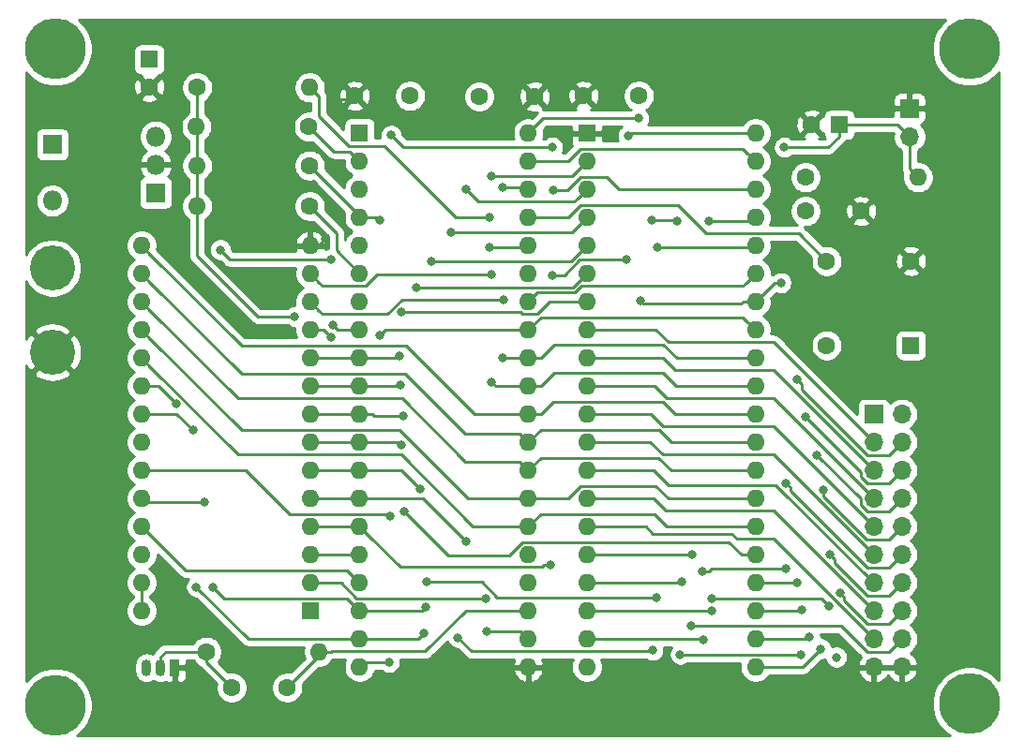
<source format=gbr>
G04 #@! TF.GenerationSoftware,KiCad,Pcbnew,(5.1.5)-3*
G04 #@! TF.CreationDate,2020-05-15T18:58:21+01:00*
G04 #@! TF.ProjectId,3chip6502,33636869-7036-4353-9032-2e6b69636164,rev?*
G04 #@! TF.SameCoordinates,Original*
G04 #@! TF.FileFunction,Copper,L2,Bot*
G04 #@! TF.FilePolarity,Positive*
%FSLAX46Y46*%
G04 Gerber Fmt 4.6, Leading zero omitted, Abs format (unit mm)*
G04 Created by KiCad (PCBNEW (5.1.5)-3) date 2020-05-15 18:58:21*
%MOMM*%
%LPD*%
G04 APERTURE LIST*
%ADD10O,1.800000X1.800000*%
%ADD11R,1.800000X1.800000*%
%ADD12O,1.700000X1.700000*%
%ADD13R,1.700000X1.700000*%
%ADD14O,1.600000X1.600000*%
%ADD15R,1.600000X1.600000*%
%ADD16C,1.600000*%
%ADD17R,0.900000X1.500000*%
%ADD18O,0.900000X1.500000*%
%ADD19C,4.064000*%
%ADD20C,5.500000*%
%ADD21C,0.800000*%
%ADD22C,0.250000*%
%ADD23C,0.254000*%
G04 APERTURE END LIST*
D10*
X52324000Y-82804000D03*
D11*
X52324000Y-77724000D03*
D12*
X129032000Y-124968000D03*
X126492000Y-124968000D03*
X129032000Y-122428000D03*
X126492000Y-122428000D03*
X129032000Y-119888000D03*
X126492000Y-119888000D03*
X129032000Y-117348000D03*
X126492000Y-117348000D03*
X129032000Y-114808000D03*
X126492000Y-114808000D03*
X129032000Y-112268000D03*
X126492000Y-112268000D03*
X129032000Y-109728000D03*
X126492000Y-109728000D03*
X129032000Y-107188000D03*
X126492000Y-107188000D03*
X129032000Y-104648000D03*
X126492000Y-104648000D03*
X129032000Y-102108000D03*
D13*
X126492000Y-102108000D03*
D14*
X115824000Y-76708000D03*
X100584000Y-124968000D03*
X115824000Y-79248000D03*
X100584000Y-122428000D03*
X115824000Y-81788000D03*
X100584000Y-119888000D03*
X115824000Y-84328000D03*
X100584000Y-117348000D03*
X115824000Y-86868000D03*
X100584000Y-114808000D03*
X115824000Y-89408000D03*
X100584000Y-112268000D03*
X115824000Y-91948000D03*
X100584000Y-109728000D03*
X115824000Y-94488000D03*
X100584000Y-107188000D03*
X115824000Y-97028000D03*
X100584000Y-104648000D03*
X115824000Y-99568000D03*
X100584000Y-102108000D03*
X115824000Y-102108000D03*
X100584000Y-99568000D03*
X115824000Y-104648000D03*
X100584000Y-97028000D03*
X115824000Y-107188000D03*
X100584000Y-94488000D03*
X115824000Y-109728000D03*
X100584000Y-91948000D03*
X115824000Y-112268000D03*
X100584000Y-89408000D03*
X115824000Y-114808000D03*
X100584000Y-86868000D03*
X115824000Y-117348000D03*
X100584000Y-84328000D03*
X115824000Y-119888000D03*
X100584000Y-81788000D03*
X115824000Y-122428000D03*
X100584000Y-79248000D03*
X115824000Y-124968000D03*
D15*
X100584000Y-76708000D03*
D16*
X129857500Y-88265000D03*
X122237500Y-88265000D03*
X122237500Y-95885000D03*
D15*
X129857500Y-95885000D03*
D16*
X68533000Y-126809500D03*
X73533000Y-126809500D03*
D17*
X63373000Y-125031500D03*
D18*
X60833000Y-125031500D03*
X62103000Y-125031500D03*
D16*
X66230500Y-123571000D03*
D14*
X76390500Y-123571000D03*
D16*
X61087000Y-72540500D03*
D15*
X61087000Y-70040500D03*
D16*
X95868500Y-73406000D03*
X90868500Y-73406000D03*
X105283000Y-73342500D03*
X100283000Y-73342500D03*
X125349000Y-83756500D03*
X120349000Y-83756500D03*
D19*
X52324000Y-88900000D03*
X52324000Y-96520000D03*
D14*
X65341500Y-76136500D03*
D16*
X75501500Y-76136500D03*
X75565000Y-79629000D03*
D14*
X65405000Y-79629000D03*
X65405000Y-83312000D03*
D16*
X75565000Y-83312000D03*
D14*
X75565000Y-72580500D03*
D16*
X65405000Y-72580500D03*
X120332500Y-80708500D03*
D14*
X130492500Y-80708500D03*
D15*
X80073500Y-76708000D03*
D14*
X95313500Y-124968000D03*
X80073500Y-79248000D03*
X95313500Y-122428000D03*
X80073500Y-81788000D03*
X95313500Y-119888000D03*
X80073500Y-84328000D03*
X95313500Y-117348000D03*
X80073500Y-86868000D03*
X95313500Y-114808000D03*
X80073500Y-89408000D03*
X95313500Y-112268000D03*
X80073500Y-91948000D03*
X95313500Y-109728000D03*
X80073500Y-94488000D03*
X95313500Y-107188000D03*
X80073500Y-97028000D03*
X95313500Y-104648000D03*
X80073500Y-99568000D03*
X95313500Y-102108000D03*
X80073500Y-102108000D03*
X95313500Y-99568000D03*
X80073500Y-104648000D03*
X95313500Y-97028000D03*
X80073500Y-107188000D03*
X95313500Y-94488000D03*
X80073500Y-109728000D03*
X95313500Y-91948000D03*
X80073500Y-112268000D03*
X95313500Y-89408000D03*
X80073500Y-114808000D03*
X95313500Y-86868000D03*
X80073500Y-117348000D03*
X95313500Y-84328000D03*
X80073500Y-119888000D03*
X95313500Y-81788000D03*
X80073500Y-122428000D03*
X95313500Y-79248000D03*
X80073500Y-124968000D03*
X95313500Y-76708000D03*
D10*
X61658500Y-77025500D03*
X61658500Y-79565500D03*
D11*
X61658500Y-82105500D03*
D14*
X60388500Y-119888000D03*
X75628500Y-86868000D03*
X60388500Y-117348000D03*
X75628500Y-89408000D03*
X60388500Y-114808000D03*
X75628500Y-91948000D03*
X60388500Y-112268000D03*
X75628500Y-94488000D03*
X60388500Y-109728000D03*
X75628500Y-97028000D03*
X60388500Y-107188000D03*
X75628500Y-99568000D03*
X60388500Y-104648000D03*
X75628500Y-102108000D03*
X60388500Y-102108000D03*
X75628500Y-104648000D03*
X60388500Y-99568000D03*
X75628500Y-107188000D03*
X60388500Y-97028000D03*
X75628500Y-109728000D03*
X60388500Y-94488000D03*
X75628500Y-112268000D03*
X60388500Y-91948000D03*
X75628500Y-114808000D03*
X60388500Y-89408000D03*
X75628500Y-117348000D03*
X60388500Y-86868000D03*
D15*
X75628500Y-119888000D03*
D16*
X79629000Y-73342500D03*
X84629000Y-73342500D03*
D12*
X129730500Y-77025500D03*
D13*
X129730500Y-74485500D03*
D16*
X120880500Y-75946000D03*
D15*
X123380500Y-75946000D03*
D20*
X52578000Y-128397000D03*
X52578000Y-69088000D03*
X135128000Y-128270000D03*
X135128000Y-69088000D03*
D21*
X76962000Y-86233000D03*
X77660500Y-73660000D03*
X92964000Y-81597500D03*
X77660500Y-94043500D03*
X74231500Y-93281500D03*
X118110000Y-90233500D03*
X118427500Y-77978000D03*
X105473500Y-91821000D03*
X105283000Y-75374500D03*
X110109000Y-114808000D03*
X110045500Y-121221500D03*
X109156500Y-117284500D03*
X109029500Y-123825000D03*
X119888000Y-123888500D03*
X123126500Y-124079000D03*
X123444000Y-118300500D03*
X111850000Y-119888000D03*
X111850000Y-118745000D03*
X122454500Y-119443500D03*
X122555000Y-114808000D03*
X111125000Y-122491500D03*
X111061500Y-116332000D03*
X118554500Y-116078000D03*
X118554500Y-108331000D03*
X121729500Y-123317000D03*
X121946500Y-108966000D03*
X120713500Y-122237500D03*
X121348500Y-105791000D03*
X120015000Y-119824500D03*
X120295500Y-102362000D03*
X119570500Y-117348000D03*
X119570500Y-98996500D03*
X97599500Y-81851500D03*
X97472500Y-77978000D03*
X82931000Y-76898500D03*
X77470000Y-88138000D03*
X67500500Y-87249000D03*
X63495347Y-101160153D03*
X81915000Y-84582000D03*
X84137500Y-110934500D03*
X91821000Y-84328000D03*
X91821000Y-86995000D03*
X104330500Y-76962000D03*
X104203500Y-88138000D03*
X97472500Y-89535000D03*
X97282000Y-115760500D03*
X65341500Y-117729000D03*
X65024000Y-103568500D03*
X85852000Y-121920000D03*
X88963500Y-122301000D03*
X106553000Y-123444000D03*
X106426000Y-84582000D03*
X108712000Y-84645500D03*
X111633000Y-84645500D03*
X66865500Y-117792500D03*
X66040000Y-110045500D03*
X86042500Y-119570500D03*
X86169500Y-117284500D03*
X106870500Y-118681500D03*
X106934000Y-86995000D03*
X77470000Y-95177999D03*
X81915000Y-94996000D03*
X92964000Y-97028000D03*
X93091000Y-91757500D03*
X92011500Y-99187000D03*
X91948000Y-89471500D03*
X83693000Y-96837500D03*
X83820000Y-92900500D03*
X83756500Y-99504500D03*
X85217000Y-90678000D03*
X84010500Y-102298500D03*
X86550500Y-88265000D03*
X83883500Y-104902000D03*
X88328500Y-85661500D03*
X85534500Y-108839000D03*
X89662000Y-81788000D03*
X89662000Y-113601500D03*
X91948000Y-80581500D03*
X91503500Y-118745000D03*
X91567000Y-121729500D03*
X82804000Y-111315500D03*
X82740500Y-124523500D03*
D22*
X75628500Y-86868000D02*
X76327000Y-86868000D01*
X76327000Y-86868000D02*
X76962000Y-86233000D01*
X79311500Y-73660000D02*
X79629000Y-73342500D01*
X77660500Y-73660000D02*
X79311500Y-73660000D01*
X60769500Y-69723000D02*
X61087000Y-70040500D01*
X60388500Y-118479370D02*
X60388500Y-119888000D01*
X60388500Y-117348000D02*
X60388500Y-118479370D01*
X95123000Y-81597500D02*
X95313500Y-81788000D01*
X92964000Y-81597500D02*
X95123000Y-81597500D01*
X80073500Y-94488000D02*
X78105000Y-94488000D01*
X78105000Y-94488000D02*
X77660500Y-94043500D01*
X70866000Y-93281500D02*
X74231500Y-93281500D01*
X65405000Y-83312000D02*
X65405000Y-87820500D01*
X65405000Y-87820500D02*
X70866000Y-93281500D01*
X65405000Y-72580500D02*
X65405000Y-83312000D01*
X68533000Y-126809500D02*
X66230500Y-124507000D01*
X65099130Y-123571000D02*
X66230500Y-123571000D01*
X66230500Y-124507000D02*
X66230500Y-123571000D01*
X62563500Y-123571000D02*
X65099130Y-123571000D01*
X62103000Y-125031500D02*
X62103000Y-124031500D01*
X62103000Y-124031500D02*
X62563500Y-123571000D01*
X73533000Y-126809500D02*
X76390500Y-123952000D01*
X76390500Y-123952000D02*
X76390500Y-123571000D01*
X89662000Y-119888000D02*
X95313500Y-119888000D01*
X85996999Y-123553001D02*
X89662000Y-119888000D01*
X77539869Y-123553001D02*
X85996999Y-123553001D01*
X76390500Y-123571000D02*
X77521870Y-123571000D01*
X77521870Y-123571000D02*
X77539869Y-123553001D01*
X129730500Y-79946500D02*
X130492500Y-80708500D01*
X129730500Y-77025500D02*
X129730500Y-79946500D01*
X128651000Y-75946000D02*
X129730500Y-77025500D01*
X123380500Y-75946000D02*
X128651000Y-75946000D01*
X115824000Y-91948000D02*
X117538500Y-90233500D01*
X117538500Y-90233500D02*
X118110000Y-90233500D01*
X123380500Y-76996000D02*
X123380500Y-75946000D01*
X122398500Y-77978000D02*
X123380500Y-76996000D01*
X118427500Y-77978000D02*
X122398500Y-77978000D01*
X114692630Y-91948000D02*
X114565630Y-92075000D01*
X115824000Y-91948000D02*
X114692630Y-91948000D01*
X114565630Y-92075000D02*
X105727500Y-92075000D01*
X105727500Y-92075000D02*
X105473500Y-91821000D01*
X96647000Y-75374500D02*
X95313500Y-76708000D01*
X105283000Y-75374500D02*
X96647000Y-75374500D01*
X100584000Y-114808000D02*
X110109000Y-114808000D01*
X128182001Y-123277999D02*
X129032000Y-122428000D01*
X127856999Y-123603001D02*
X128182001Y-123277999D01*
X125927999Y-123603001D02*
X127856999Y-123603001D01*
X123546498Y-121221500D02*
X125927999Y-123603001D01*
X110045500Y-121221500D02*
X123546498Y-121221500D01*
X105918000Y-112268000D02*
X100584000Y-112268000D01*
X106553000Y-112903000D02*
X105918000Y-112268000D01*
X113665000Y-112903000D02*
X106553000Y-112903000D01*
X114155001Y-113393001D02*
X113665000Y-112903000D01*
X126492000Y-122428000D02*
X117457001Y-113393001D01*
X117457001Y-113393001D02*
X114155001Y-113393001D01*
X100584000Y-117348000D02*
X109093000Y-117348000D01*
X109093000Y-117348000D02*
X109156500Y-117284500D01*
X109029500Y-123825000D02*
X119824500Y-123825000D01*
X119824500Y-123825000D02*
X119888000Y-123888500D01*
X128182001Y-120737999D02*
X129032000Y-119888000D01*
X127856999Y-121063001D02*
X128182001Y-120737999D01*
X125927999Y-121063001D02*
X127856999Y-121063001D01*
X123843999Y-118979001D02*
X125927999Y-121063001D01*
X123843999Y-118700499D02*
X123843999Y-118979001D01*
X123444000Y-118300500D02*
X123843999Y-118700499D01*
X117457001Y-110853001D02*
X107741501Y-110853001D01*
X126492000Y-119888000D02*
X117457001Y-110853001D01*
X106616500Y-109728000D02*
X100584000Y-109728000D01*
X107741501Y-110853001D02*
X106616500Y-109728000D01*
X111760000Y-119888000D02*
X111850000Y-119888000D01*
X100584000Y-119888000D02*
X111760000Y-119888000D01*
X111850000Y-118745000D02*
X121756000Y-118745000D01*
X121756000Y-118745000D02*
X122454500Y-119443500D01*
X128182001Y-118197999D02*
X129032000Y-117348000D01*
X127856999Y-118523001D02*
X128182001Y-118197999D01*
X125927999Y-118523001D02*
X127856999Y-118523001D01*
X122954999Y-115550001D02*
X125927999Y-118523001D01*
X122954999Y-115207999D02*
X122954999Y-115550001D01*
X122555000Y-114808000D02*
X122954999Y-115207999D01*
X126492000Y-117348000D02*
X117665500Y-108521500D01*
X117665500Y-108521500D02*
X107950000Y-108521500D01*
X106616500Y-107188000D02*
X100584000Y-107188000D01*
X107950000Y-108521500D02*
X106616500Y-107188000D01*
X100584000Y-122428000D02*
X111061500Y-122428000D01*
X111061500Y-122428000D02*
X111125000Y-122491500D01*
X111881185Y-116078000D02*
X118554500Y-116078000D01*
X111061500Y-116332000D02*
X111627185Y-116332000D01*
X111627185Y-116332000D02*
X111881185Y-116078000D01*
X128182001Y-115657999D02*
X129032000Y-114808000D01*
X127856999Y-115983001D02*
X128182001Y-115657999D01*
X125927999Y-115983001D02*
X127856999Y-115983001D01*
X118954499Y-109009501D02*
X125927999Y-115983001D01*
X118954499Y-108730999D02*
X118954499Y-109009501D01*
X118554500Y-108331000D02*
X118954499Y-108730999D01*
X101715370Y-104648000D02*
X100584000Y-104648000D01*
X106300410Y-104648000D02*
X101715370Y-104648000D01*
X107425411Y-105773001D02*
X106300410Y-104648000D01*
X117457001Y-105773001D02*
X107425411Y-105773001D01*
X126492000Y-114808000D02*
X117457001Y-105773001D01*
X115824000Y-124968000D02*
X120078500Y-124968000D01*
X120078500Y-124968000D02*
X121729500Y-123317000D01*
X128182001Y-113117999D02*
X129032000Y-112268000D01*
X127856999Y-113443001D02*
X128182001Y-113117999D01*
X125857816Y-113443001D02*
X127856999Y-113443001D01*
X121946500Y-109531685D02*
X125857816Y-113443001D01*
X121946500Y-108966000D02*
X121946500Y-109531685D01*
X101715370Y-102108000D02*
X100584000Y-102108000D01*
X106363910Y-102108000D02*
X101715370Y-102108000D01*
X107488911Y-103233001D02*
X106363910Y-102108000D01*
X117457001Y-103233001D02*
X107488911Y-103233001D01*
X126492000Y-112268000D02*
X117457001Y-103233001D01*
X115824000Y-122428000D02*
X120523000Y-122428000D01*
X120523000Y-122428000D02*
X120713500Y-122237500D01*
X128182001Y-110577999D02*
X129032000Y-109728000D01*
X127856999Y-110903001D02*
X128182001Y-110577999D01*
X125927999Y-110903001D02*
X127856999Y-110903001D01*
X125316999Y-110292001D02*
X125927999Y-110903001D01*
X125316999Y-109759499D02*
X125316999Y-110292001D01*
X121348500Y-105791000D02*
X125316999Y-109759499D01*
X101715370Y-99568000D02*
X100584000Y-99568000D01*
X106681410Y-99568000D02*
X101715370Y-99568000D01*
X107806411Y-100693001D02*
X106681410Y-99568000D01*
X117457001Y-100693001D02*
X107806411Y-100693001D01*
X126492000Y-109728000D02*
X117457001Y-100693001D01*
X115824000Y-119888000D02*
X119951500Y-119888000D01*
X119951500Y-119888000D02*
X120015000Y-119824500D01*
X128182001Y-108037999D02*
X129032000Y-107188000D01*
X127856999Y-108363001D02*
X128182001Y-108037999D01*
X125927999Y-108363001D02*
X127856999Y-108363001D01*
X125316999Y-107752001D02*
X125927999Y-108363001D01*
X125316999Y-107383499D02*
X125316999Y-107752001D01*
X120295500Y-102362000D02*
X125316999Y-107383499D01*
X107442000Y-97028000D02*
X100584000Y-97028000D01*
X108567001Y-98153001D02*
X107442000Y-97028000D01*
X126492000Y-107188000D02*
X117457001Y-98153001D01*
X117457001Y-98153001D02*
X108567001Y-98153001D01*
X115824000Y-117348000D02*
X119570500Y-117348000D01*
X128182001Y-105497999D02*
X129032000Y-104648000D01*
X127856999Y-105823001D02*
X128182001Y-105497999D01*
X125927999Y-105823001D02*
X127856999Y-105823001D01*
X119970499Y-99865501D02*
X125927999Y-105823001D01*
X119970499Y-99396499D02*
X119970499Y-99865501D01*
X119570500Y-98996500D02*
X119970499Y-99396499D01*
X101715370Y-94488000D02*
X100584000Y-94488000D01*
X106808410Y-94488000D02*
X101715370Y-94488000D01*
X107933411Y-95613001D02*
X106808410Y-94488000D01*
X117457001Y-95613001D02*
X107933411Y-95613001D01*
X126492000Y-104648000D02*
X117457001Y-95613001D01*
X115824000Y-81788000D02*
X103505000Y-81788000D01*
X98855498Y-81851500D02*
X97599500Y-81851500D01*
X100043999Y-80662999D02*
X98855498Y-81851500D01*
X103505000Y-81788000D02*
X102379999Y-80662999D01*
X102379999Y-80662999D02*
X100043999Y-80662999D01*
X97472500Y-77978000D02*
X84010500Y-77978000D01*
X84010500Y-77978000D02*
X82931000Y-76898500D01*
X77470000Y-88138000D02*
X68389500Y-88138000D01*
X68389500Y-88138000D02*
X67500500Y-87249000D01*
X61903194Y-99568000D02*
X60388500Y-99568000D01*
X63495347Y-101160153D02*
X61903194Y-99568000D01*
X75501500Y-76136500D02*
X77724000Y-78359000D01*
X79184500Y-78359000D02*
X80073500Y-79248000D01*
X77724000Y-78359000D02*
X79184500Y-78359000D01*
X80073500Y-84137500D02*
X80073500Y-84328000D01*
X75565000Y-79629000D02*
X80073500Y-84137500D01*
X80073500Y-84328000D02*
X81661000Y-84328000D01*
X81661000Y-84328000D02*
X81915000Y-84582000D01*
X113428999Y-113682999D02*
X114554000Y-114808000D01*
X94773499Y-113682999D02*
X113428999Y-113682999D01*
X114554000Y-114808000D02*
X115824000Y-114808000D01*
X84137500Y-110934500D02*
X88074500Y-114871500D01*
X88074500Y-114871500D02*
X93584998Y-114871500D01*
X93584998Y-114871500D02*
X94773499Y-113682999D01*
X75565000Y-83312000D02*
X77978000Y-85725000D01*
X77978000Y-87312500D02*
X80073500Y-89408000D01*
X77978000Y-85725000D02*
X77978000Y-87312500D01*
X79089488Y-77908990D02*
X82353990Y-77908990D01*
X76364999Y-75184501D02*
X79089488Y-77908990D01*
X75565000Y-72580500D02*
X76364999Y-73380499D01*
X76364999Y-73380499D02*
X76364999Y-75184501D01*
X82353990Y-77908990D02*
X88773000Y-84328000D01*
X88773000Y-84328000D02*
X91821000Y-84328000D01*
X95186500Y-86995000D02*
X95313500Y-86868000D01*
X91821000Y-86995000D02*
X95186500Y-86995000D01*
X80073500Y-112268000D02*
X75628500Y-112268000D01*
X115824000Y-76708000D02*
X104584500Y-76708000D01*
X104584500Y-76708000D02*
X104330500Y-76962000D01*
X98553410Y-89535000D02*
X97472500Y-89535000D01*
X104203500Y-88138000D02*
X99950410Y-88138000D01*
X99950410Y-88138000D02*
X98553410Y-89535000D01*
X80873499Y-113067999D02*
X80073500Y-112268000D01*
X83738501Y-115933001D02*
X80873499Y-113067999D01*
X96543814Y-115933001D02*
X83738501Y-115933001D01*
X96716315Y-115760500D02*
X96543814Y-115933001D01*
X97282000Y-115760500D02*
X96716315Y-115760500D01*
X115024001Y-78448001D02*
X115824000Y-79248000D01*
X114698999Y-78122999D02*
X115024001Y-78448001D01*
X100043999Y-78122999D02*
X114698999Y-78122999D01*
X98918998Y-79248000D02*
X100043999Y-78122999D01*
X95313500Y-79248000D02*
X98918998Y-79248000D01*
X80073500Y-122428000D02*
X70040500Y-122428000D01*
X70040500Y-122428000D02*
X65341500Y-117729000D01*
X63563500Y-102108000D02*
X65024000Y-103568500D01*
X60388500Y-102108000D02*
X63563500Y-102108000D01*
X80073500Y-122428000D02*
X85344000Y-122428000D01*
X85344000Y-122428000D02*
X85852000Y-121920000D01*
X106443999Y-123553001D02*
X106553000Y-123444000D01*
X88963500Y-122301000D02*
X90215501Y-123553001D01*
X90215501Y-123553001D02*
X106443999Y-123553001D01*
X106426000Y-84582000D02*
X108648500Y-84582000D01*
X108648500Y-84582000D02*
X108712000Y-84645500D01*
X115506500Y-84645500D02*
X115824000Y-84328000D01*
X111633000Y-84645500D02*
X115506500Y-84645500D01*
X67835999Y-118762999D02*
X66865500Y-117792500D01*
X80073500Y-119888000D02*
X78948499Y-118762999D01*
X78948499Y-118762999D02*
X67835999Y-118762999D01*
X60706000Y-110045500D02*
X60388500Y-109728000D01*
X66040000Y-110045500D02*
X60706000Y-110045500D01*
X80073500Y-119888000D02*
X85725000Y-119888000D01*
X85725000Y-119888000D02*
X86042500Y-119570500D01*
X92513002Y-118681500D02*
X106870500Y-118681500D01*
X86169500Y-117284500D02*
X91116002Y-117284500D01*
X91116002Y-117284500D02*
X92513002Y-118681500D01*
X115697000Y-86995000D02*
X115824000Y-86868000D01*
X106934000Y-86995000D02*
X115697000Y-86995000D01*
X115024001Y-90207999D02*
X115824000Y-89408000D01*
X114698999Y-90533001D02*
X115024001Y-90207999D01*
X100095409Y-90533001D02*
X114698999Y-90533001D01*
X99500400Y-91128010D02*
X100095409Y-90533001D01*
X96133490Y-91128010D02*
X99500400Y-91128010D01*
X95313500Y-91948000D02*
X96133490Y-91128010D01*
X115024001Y-93688001D02*
X115824000Y-94488000D01*
X114698999Y-93362999D02*
X115024001Y-93688001D01*
X96438501Y-93362999D02*
X114698999Y-93362999D01*
X95313500Y-94488000D02*
X96438501Y-93362999D01*
X75628500Y-94488000D02*
X76780001Y-94488000D01*
X76780001Y-94488000D02*
X77470000Y-95177999D01*
X82423000Y-94488000D02*
X95313500Y-94488000D01*
X81915000Y-94996000D02*
X82423000Y-94488000D01*
X95313500Y-97028000D02*
X92964000Y-97028000D01*
X76428499Y-92747999D02*
X75628500Y-91948000D01*
X76753501Y-93073001D02*
X76428499Y-92747999D01*
X82574497Y-93073001D02*
X76753501Y-93073001D01*
X83889998Y-91757500D02*
X82574497Y-93073001D01*
X93091000Y-91757500D02*
X83889998Y-91757500D01*
X96444870Y-97028000D02*
X97651370Y-95821500D01*
X95313500Y-97028000D02*
X96444870Y-97028000D01*
X97651370Y-95821500D02*
X107505500Y-95821500D01*
X108712000Y-97028000D02*
X115824000Y-97028000D01*
X107505500Y-95821500D02*
X108712000Y-97028000D01*
X95313500Y-99568000D02*
X92392500Y-99568000D01*
X92392500Y-99568000D02*
X92011500Y-99187000D01*
X76428499Y-90207999D02*
X75628500Y-89408000D01*
X76753501Y-90533001D02*
X76428499Y-90207999D01*
X80613501Y-90533001D02*
X76753501Y-90533001D01*
X81675002Y-89471500D02*
X80613501Y-90533001D01*
X91948000Y-89471500D02*
X81675002Y-89471500D01*
X96444870Y-99568000D02*
X97651370Y-98361500D01*
X95313500Y-99568000D02*
X96444870Y-99568000D01*
X97651370Y-98361500D02*
X107442000Y-98361500D01*
X108648500Y-99568000D02*
X107442000Y-98361500D01*
X115824000Y-99568000D02*
X108648500Y-99568000D01*
X95313500Y-102108000D02*
X90487500Y-102108000D01*
X61188499Y-87667999D02*
X60388500Y-86868000D01*
X69423499Y-95902999D02*
X61188499Y-87667999D01*
X84282499Y-95902999D02*
X69423499Y-95902999D01*
X90487500Y-102108000D02*
X84282499Y-95902999D01*
X96444870Y-102108000D02*
X97569871Y-100982999D01*
X95313500Y-102108000D02*
X96444870Y-102108000D01*
X97569871Y-100982999D02*
X107459999Y-100982999D01*
X108585000Y-102108000D02*
X115824000Y-102108000D01*
X107459999Y-100982999D02*
X108585000Y-102108000D01*
X94513501Y-103848001D02*
X89560501Y-103848001D01*
X95313500Y-104648000D02*
X94513501Y-103848001D01*
X61188499Y-90207999D02*
X60388500Y-89408000D01*
X69423499Y-98442999D02*
X61188499Y-90207999D01*
X84155499Y-98442999D02*
X69423499Y-98442999D01*
X89560501Y-103848001D02*
X84155499Y-98442999D01*
X95313500Y-104648000D02*
X96438501Y-103522999D01*
X96438501Y-103522999D02*
X107142499Y-103522999D01*
X108267500Y-104648000D02*
X115824000Y-104648000D01*
X107142499Y-103522999D02*
X108267500Y-104648000D01*
X94513501Y-106388001D02*
X89624001Y-106388001D01*
X95313500Y-107188000D02*
X94513501Y-106388001D01*
X61188499Y-92747999D02*
X60388500Y-91948000D01*
X69133501Y-100693001D02*
X61188499Y-92747999D01*
X83929001Y-100693001D02*
X69133501Y-100693001D01*
X89624001Y-106388001D02*
X83929001Y-100693001D01*
X95313500Y-107188000D02*
X96438501Y-106062999D01*
X96438501Y-106062999D02*
X107078999Y-106062999D01*
X108204000Y-107188000D02*
X115824000Y-107188000D01*
X107078999Y-106062999D02*
X108204000Y-107188000D01*
X95313500Y-109728000D02*
X89852500Y-109728000D01*
X61188499Y-95287999D02*
X60388500Y-94488000D01*
X69423499Y-103522999D02*
X61188499Y-95287999D01*
X83647499Y-103522999D02*
X69423499Y-103522999D01*
X89852500Y-109728000D02*
X83647499Y-103522999D01*
X98918998Y-109728000D02*
X100043999Y-108602999D01*
X95313500Y-109728000D02*
X98918998Y-109728000D01*
X100043999Y-108602999D02*
X106824999Y-108602999D01*
X107950000Y-109728000D02*
X115824000Y-109728000D01*
X106824999Y-108602999D02*
X107950000Y-109728000D01*
X78942130Y-97028000D02*
X75628500Y-97028000D01*
X80073500Y-97028000D02*
X78942130Y-97028000D01*
X80073500Y-97028000D02*
X83502500Y-97028000D01*
X83502500Y-97028000D02*
X83693000Y-96837500D01*
X99452630Y-91948000D02*
X100584000Y-91948000D01*
X97217090Y-91948000D02*
X99452630Y-91948000D01*
X96092089Y-93073001D02*
X97217090Y-91948000D01*
X94773499Y-93073001D02*
X96092089Y-93073001D01*
X94600998Y-92900500D02*
X94773499Y-93073001D01*
X83820000Y-92900500D02*
X94600998Y-92900500D01*
X95313500Y-112268000D02*
X90297000Y-112268000D01*
X61188499Y-97827999D02*
X60388500Y-97028000D01*
X69133501Y-105773001D02*
X61188499Y-97827999D01*
X83802001Y-105773001D02*
X69133501Y-105773001D01*
X90297000Y-112268000D02*
X83802001Y-105773001D01*
X95313500Y-112268000D02*
X96438501Y-111142999D01*
X96438501Y-111142999D02*
X106697999Y-111142999D01*
X107823000Y-112268000D02*
X115824000Y-112268000D01*
X106697999Y-111142999D02*
X107823000Y-112268000D01*
X80073500Y-99568000D02*
X75628500Y-99568000D01*
X80073500Y-99568000D02*
X83693000Y-99568000D01*
X83693000Y-99568000D02*
X83756500Y-99504500D01*
X99314000Y-90678000D02*
X100584000Y-89408000D01*
X85217000Y-90678000D02*
X99314000Y-90678000D01*
X80073500Y-102108000D02*
X75628500Y-102108000D01*
X81204870Y-102108000D02*
X81395370Y-102298500D01*
X80073500Y-102108000D02*
X81204870Y-102108000D01*
X81395370Y-102298500D02*
X84010500Y-102298500D01*
X99187000Y-88265000D02*
X100584000Y-86868000D01*
X86550500Y-88265000D02*
X99187000Y-88265000D01*
X80073500Y-104648000D02*
X75628500Y-104648000D01*
X80073500Y-104648000D02*
X83629500Y-104648000D01*
X83629500Y-104648000D02*
X83883500Y-104902000D01*
X99250500Y-85661500D02*
X100584000Y-84328000D01*
X88328500Y-85661500D02*
X99250500Y-85661500D01*
X80073500Y-107188000D02*
X75628500Y-107188000D01*
X80073500Y-107188000D02*
X83883500Y-107188000D01*
X83883500Y-107188000D02*
X85534500Y-108839000D01*
X99784001Y-82587999D02*
X100584000Y-81788000D01*
X99458999Y-82913001D02*
X99784001Y-82587999D01*
X90787001Y-82913001D02*
X99458999Y-82913001D01*
X89662000Y-81788000D02*
X90787001Y-82913001D01*
X78942130Y-109728000D02*
X75628500Y-109728000D01*
X80073500Y-109728000D02*
X78942130Y-109728000D01*
X80073500Y-109728000D02*
X85788500Y-109728000D01*
X85788500Y-109728000D02*
X89662000Y-113601500D01*
X99250500Y-80581500D02*
X100584000Y-79248000D01*
X91948000Y-80581500D02*
X99250500Y-80581500D01*
X79805498Y-118745000D02*
X91503500Y-118745000D01*
X75628500Y-117348000D02*
X78408498Y-117348000D01*
X78408498Y-117348000D02*
X79805498Y-118745000D01*
X94615000Y-121729500D02*
X95313500Y-122428000D01*
X91567000Y-121729500D02*
X94615000Y-121729500D01*
X80073500Y-114808000D02*
X75628500Y-114808000D01*
X64343499Y-116222999D02*
X60388500Y-112268000D01*
X80073500Y-117348000D02*
X78948499Y-116222999D01*
X78948499Y-116222999D02*
X64343499Y-116222999D01*
X60388500Y-107188000D02*
X69786500Y-107188000D01*
X82631499Y-111142999D02*
X82804000Y-111315500D01*
X69786500Y-107188000D02*
X73741499Y-111142999D01*
X73741499Y-111142999D02*
X82631499Y-111142999D01*
X80518000Y-124523500D02*
X80073500Y-124968000D01*
X82740500Y-124523500D02*
X80518000Y-124523500D01*
X100043999Y-83202999D02*
X108793499Y-83202999D01*
X95313500Y-84328000D02*
X98918998Y-84328000D01*
X98918998Y-84328000D02*
X100043999Y-83202999D01*
X108793499Y-83202999D02*
X111333499Y-85742999D01*
X119715499Y-85742999D02*
X111333499Y-85742999D01*
X122237500Y-88265000D02*
X119715499Y-85742999D01*
D23*
G36*
X132970188Y-66458698D02*
G01*
X132498698Y-66930188D01*
X132128252Y-67484601D01*
X131873083Y-68100632D01*
X131743000Y-68754607D01*
X131743000Y-69421393D01*
X131873083Y-70075368D01*
X132128252Y-70691399D01*
X132498698Y-71245812D01*
X132970188Y-71717302D01*
X133524601Y-72087748D01*
X134140632Y-72342917D01*
X134794607Y-72473000D01*
X135461393Y-72473000D01*
X136115368Y-72342917D01*
X136731399Y-72087748D01*
X137285812Y-71717302D01*
X137757302Y-71245812D01*
X137770001Y-71226807D01*
X137770000Y-126131192D01*
X137757302Y-126112188D01*
X137285812Y-125640698D01*
X136731399Y-125270252D01*
X136115368Y-125015083D01*
X135461393Y-124885000D01*
X134794607Y-124885000D01*
X134140632Y-125015083D01*
X133524601Y-125270252D01*
X132970188Y-125640698D01*
X132498698Y-126112188D01*
X132128252Y-126666601D01*
X131873083Y-127282632D01*
X131743000Y-127936607D01*
X131743000Y-128603393D01*
X131873083Y-129257368D01*
X132128252Y-129873399D01*
X132498698Y-130427812D01*
X132970188Y-130899302D01*
X133369331Y-131166000D01*
X54526739Y-131166000D01*
X54735812Y-131026302D01*
X55207302Y-130554812D01*
X55577748Y-130000399D01*
X55832917Y-129384368D01*
X55963000Y-128730393D01*
X55963000Y-128063607D01*
X55832917Y-127409632D01*
X55577748Y-126793601D01*
X55207302Y-126239188D01*
X54735812Y-125767698D01*
X54181399Y-125397252D01*
X53565368Y-125142083D01*
X52911393Y-125012000D01*
X52244607Y-125012000D01*
X51590632Y-125142083D01*
X50974601Y-125397252D01*
X50420188Y-125767698D01*
X49948698Y-126239188D01*
X49936000Y-126258192D01*
X49936000Y-124678207D01*
X59748000Y-124678207D01*
X59748000Y-125384794D01*
X59763700Y-125544197D01*
X59825742Y-125748720D01*
X59926492Y-125937210D01*
X60062079Y-126102422D01*
X60227291Y-126238009D01*
X60415781Y-126338759D01*
X60620304Y-126400800D01*
X60833000Y-126421749D01*
X61045697Y-126400800D01*
X61250220Y-126338759D01*
X61438710Y-126238009D01*
X61468001Y-126213971D01*
X61497291Y-126238009D01*
X61685781Y-126338759D01*
X61890304Y-126400800D01*
X62103000Y-126421749D01*
X62315697Y-126400800D01*
X62520220Y-126338759D01*
X62569360Y-126312493D01*
X62678820Y-126371002D01*
X62798518Y-126407312D01*
X62923000Y-126419572D01*
X63087250Y-126416500D01*
X63246000Y-126257750D01*
X63246000Y-125158500D01*
X63500000Y-125158500D01*
X63500000Y-126257750D01*
X63658750Y-126416500D01*
X63823000Y-126419572D01*
X63947482Y-126407312D01*
X64067180Y-126371002D01*
X64177494Y-126312037D01*
X64274185Y-126232685D01*
X64353537Y-126135994D01*
X64412502Y-126025680D01*
X64448812Y-125905982D01*
X64461072Y-125781500D01*
X64458000Y-125317250D01*
X64299250Y-125158500D01*
X63500000Y-125158500D01*
X63246000Y-125158500D01*
X63226000Y-125158500D01*
X63226000Y-124904500D01*
X63246000Y-124904500D01*
X63246000Y-124884500D01*
X63500000Y-124884500D01*
X63500000Y-124904500D01*
X64299250Y-124904500D01*
X64458000Y-124745750D01*
X64460744Y-124331000D01*
X65012457Y-124331000D01*
X65115863Y-124485759D01*
X65315741Y-124685637D01*
X65546724Y-124839975D01*
X65595526Y-124931276D01*
X65611593Y-124950853D01*
X65690499Y-125047001D01*
X65719503Y-125070804D01*
X67134312Y-126485614D01*
X67098000Y-126668165D01*
X67098000Y-126950835D01*
X67153147Y-127228074D01*
X67261320Y-127489227D01*
X67418363Y-127724259D01*
X67618241Y-127924137D01*
X67853273Y-128081180D01*
X68114426Y-128189353D01*
X68391665Y-128244500D01*
X68674335Y-128244500D01*
X68951574Y-128189353D01*
X69212727Y-128081180D01*
X69447759Y-127924137D01*
X69647637Y-127724259D01*
X69804680Y-127489227D01*
X69912853Y-127228074D01*
X69968000Y-126950835D01*
X69968000Y-126668165D01*
X69912853Y-126390926D01*
X69804680Y-126129773D01*
X69647637Y-125894741D01*
X69447759Y-125694863D01*
X69212727Y-125537820D01*
X68951574Y-125429647D01*
X68674335Y-125374500D01*
X68391665Y-125374500D01*
X68209114Y-125410812D01*
X67314599Y-124516297D01*
X67345137Y-124485759D01*
X67502180Y-124250727D01*
X67610353Y-123989574D01*
X67665500Y-123712335D01*
X67665500Y-123429665D01*
X67610353Y-123152426D01*
X67502180Y-122891273D01*
X67345137Y-122656241D01*
X67145259Y-122456363D01*
X66910227Y-122299320D01*
X66649074Y-122191147D01*
X66371835Y-122136000D01*
X66089165Y-122136000D01*
X65811926Y-122191147D01*
X65550773Y-122299320D01*
X65315741Y-122456363D01*
X65115863Y-122656241D01*
X65012457Y-122811000D01*
X62600822Y-122811000D01*
X62563499Y-122807324D01*
X62526176Y-122811000D01*
X62526167Y-122811000D01*
X62414514Y-122821997D01*
X62271253Y-122865454D01*
X62139224Y-122936026D01*
X62023499Y-123030999D01*
X61999696Y-123060003D01*
X61591998Y-123467701D01*
X61563000Y-123491499D01*
X61539202Y-123520497D01*
X61539201Y-123520498D01*
X61468026Y-123607224D01*
X61397454Y-123739254D01*
X61382364Y-123789001D01*
X61380831Y-123794054D01*
X61250219Y-123724241D01*
X61045696Y-123662200D01*
X60833000Y-123641251D01*
X60620303Y-123662200D01*
X60415780Y-123724241D01*
X60227290Y-123824991D01*
X60062078Y-123960578D01*
X59926491Y-124125790D01*
X59825741Y-124314281D01*
X59763700Y-124518804D01*
X59748000Y-124678207D01*
X49936000Y-124678207D01*
X49936000Y-98390264D01*
X50633341Y-98390264D01*
X50853307Y-98760301D01*
X51318627Y-99004172D01*
X51822583Y-99152578D01*
X52345808Y-99199815D01*
X52868195Y-99144069D01*
X53369669Y-98987481D01*
X53794693Y-98760301D01*
X54014659Y-98390264D01*
X52324000Y-96699605D01*
X50633341Y-98390264D01*
X49936000Y-98390264D01*
X49936000Y-97714368D01*
X50083699Y-97990693D01*
X50453736Y-98210659D01*
X52144395Y-96520000D01*
X52503605Y-96520000D01*
X54194264Y-98210659D01*
X54564301Y-97990693D01*
X54808172Y-97525373D01*
X54956578Y-97021417D01*
X55003815Y-96498192D01*
X54948069Y-95975805D01*
X54791481Y-95474331D01*
X54564301Y-95049307D01*
X54194264Y-94829341D01*
X52503605Y-96520000D01*
X52144395Y-96520000D01*
X50453736Y-94829341D01*
X50083699Y-95049307D01*
X49936000Y-95331125D01*
X49936000Y-94649736D01*
X50633341Y-94649736D01*
X52324000Y-96340395D01*
X54014659Y-94649736D01*
X53794693Y-94279699D01*
X53329373Y-94035828D01*
X52825417Y-93887422D01*
X52302192Y-93840185D01*
X51779805Y-93895931D01*
X51278331Y-94052519D01*
X50853307Y-94279699D01*
X50633341Y-94649736D01*
X49936000Y-94649736D01*
X49936000Y-90104063D01*
X49960536Y-90163298D01*
X50252406Y-90600113D01*
X50623887Y-90971594D01*
X51060702Y-91263464D01*
X51546065Y-91464508D01*
X52061323Y-91567000D01*
X52586677Y-91567000D01*
X53101935Y-91464508D01*
X53587298Y-91263464D01*
X54024113Y-90971594D01*
X54395594Y-90600113D01*
X54687464Y-90163298D01*
X54888508Y-89677935D01*
X54991000Y-89162677D01*
X54991000Y-88637323D01*
X54888508Y-88122065D01*
X54687464Y-87636702D01*
X54395594Y-87199887D01*
X54024113Y-86828406D01*
X53871847Y-86726665D01*
X58953500Y-86726665D01*
X58953500Y-87009335D01*
X59008647Y-87286574D01*
X59116820Y-87547727D01*
X59273863Y-87782759D01*
X59473741Y-87982637D01*
X59706259Y-88138000D01*
X59473741Y-88293363D01*
X59273863Y-88493241D01*
X59116820Y-88728273D01*
X59008647Y-88989426D01*
X58953500Y-89266665D01*
X58953500Y-89549335D01*
X59008647Y-89826574D01*
X59116820Y-90087727D01*
X59273863Y-90322759D01*
X59473741Y-90522637D01*
X59706259Y-90678000D01*
X59473741Y-90833363D01*
X59273863Y-91033241D01*
X59116820Y-91268273D01*
X59008647Y-91529426D01*
X58953500Y-91806665D01*
X58953500Y-92089335D01*
X59008647Y-92366574D01*
X59116820Y-92627727D01*
X59273863Y-92862759D01*
X59473741Y-93062637D01*
X59706259Y-93218000D01*
X59473741Y-93373363D01*
X59273863Y-93573241D01*
X59116820Y-93808273D01*
X59008647Y-94069426D01*
X58953500Y-94346665D01*
X58953500Y-94629335D01*
X59008647Y-94906574D01*
X59116820Y-95167727D01*
X59273863Y-95402759D01*
X59473741Y-95602637D01*
X59706259Y-95758000D01*
X59473741Y-95913363D01*
X59273863Y-96113241D01*
X59116820Y-96348273D01*
X59008647Y-96609426D01*
X58953500Y-96886665D01*
X58953500Y-97169335D01*
X59008647Y-97446574D01*
X59116820Y-97707727D01*
X59273863Y-97942759D01*
X59473741Y-98142637D01*
X59706259Y-98298000D01*
X59473741Y-98453363D01*
X59273863Y-98653241D01*
X59116820Y-98888273D01*
X59008647Y-99149426D01*
X58953500Y-99426665D01*
X58953500Y-99709335D01*
X59008647Y-99986574D01*
X59116820Y-100247727D01*
X59273863Y-100482759D01*
X59473741Y-100682637D01*
X59706259Y-100838000D01*
X59473741Y-100993363D01*
X59273863Y-101193241D01*
X59116820Y-101428273D01*
X59008647Y-101689426D01*
X58953500Y-101966665D01*
X58953500Y-102249335D01*
X59008647Y-102526574D01*
X59116820Y-102787727D01*
X59273863Y-103022759D01*
X59473741Y-103222637D01*
X59706259Y-103378000D01*
X59473741Y-103533363D01*
X59273863Y-103733241D01*
X59116820Y-103968273D01*
X59008647Y-104229426D01*
X58953500Y-104506665D01*
X58953500Y-104789335D01*
X59008647Y-105066574D01*
X59116820Y-105327727D01*
X59273863Y-105562759D01*
X59473741Y-105762637D01*
X59706259Y-105918000D01*
X59473741Y-106073363D01*
X59273863Y-106273241D01*
X59116820Y-106508273D01*
X59008647Y-106769426D01*
X58953500Y-107046665D01*
X58953500Y-107329335D01*
X59008647Y-107606574D01*
X59116820Y-107867727D01*
X59273863Y-108102759D01*
X59473741Y-108302637D01*
X59706259Y-108458000D01*
X59473741Y-108613363D01*
X59273863Y-108813241D01*
X59116820Y-109048273D01*
X59008647Y-109309426D01*
X58953500Y-109586665D01*
X58953500Y-109869335D01*
X59008647Y-110146574D01*
X59116820Y-110407727D01*
X59273863Y-110642759D01*
X59473741Y-110842637D01*
X59706259Y-110998000D01*
X59473741Y-111153363D01*
X59273863Y-111353241D01*
X59116820Y-111588273D01*
X59008647Y-111849426D01*
X58953500Y-112126665D01*
X58953500Y-112409335D01*
X59008647Y-112686574D01*
X59116820Y-112947727D01*
X59273863Y-113182759D01*
X59473741Y-113382637D01*
X59706259Y-113538000D01*
X59473741Y-113693363D01*
X59273863Y-113893241D01*
X59116820Y-114128273D01*
X59008647Y-114389426D01*
X58953500Y-114666665D01*
X58953500Y-114949335D01*
X59008647Y-115226574D01*
X59116820Y-115487727D01*
X59273863Y-115722759D01*
X59473741Y-115922637D01*
X59706259Y-116078000D01*
X59473741Y-116233363D01*
X59273863Y-116433241D01*
X59116820Y-116668273D01*
X59008647Y-116929426D01*
X58953500Y-117206665D01*
X58953500Y-117489335D01*
X59008647Y-117766574D01*
X59116820Y-118027727D01*
X59273863Y-118262759D01*
X59473741Y-118462637D01*
X59628500Y-118566043D01*
X59628500Y-118669956D01*
X59473741Y-118773363D01*
X59273863Y-118973241D01*
X59116820Y-119208273D01*
X59008647Y-119469426D01*
X58953500Y-119746665D01*
X58953500Y-120029335D01*
X59008647Y-120306574D01*
X59116820Y-120567727D01*
X59273863Y-120802759D01*
X59473741Y-121002637D01*
X59708773Y-121159680D01*
X59969926Y-121267853D01*
X60247165Y-121323000D01*
X60529835Y-121323000D01*
X60807074Y-121267853D01*
X61068227Y-121159680D01*
X61303259Y-121002637D01*
X61503137Y-120802759D01*
X61660180Y-120567727D01*
X61768353Y-120306574D01*
X61823500Y-120029335D01*
X61823500Y-119746665D01*
X61768353Y-119469426D01*
X61660180Y-119208273D01*
X61503137Y-118973241D01*
X61303259Y-118773363D01*
X61148500Y-118669957D01*
X61148500Y-118566043D01*
X61303259Y-118462637D01*
X61503137Y-118262759D01*
X61660180Y-118027727D01*
X61768353Y-117766574D01*
X61823500Y-117489335D01*
X61823500Y-117206665D01*
X61768353Y-116929426D01*
X61660180Y-116668273D01*
X61503137Y-116433241D01*
X61303259Y-116233363D01*
X61070741Y-116078000D01*
X61303259Y-115922637D01*
X61503137Y-115722759D01*
X61660180Y-115487727D01*
X61768353Y-115226574D01*
X61823500Y-114949335D01*
X61823500Y-114777801D01*
X63779699Y-116734001D01*
X63803498Y-116763000D01*
X63919223Y-116857973D01*
X64051252Y-116928545D01*
X64194513Y-116972002D01*
X64306166Y-116982999D01*
X64306175Y-116982999D01*
X64343498Y-116986675D01*
X64380821Y-116982999D01*
X64623790Y-116982999D01*
X64537563Y-117069226D01*
X64424295Y-117238744D01*
X64346274Y-117427102D01*
X64306500Y-117627061D01*
X64306500Y-117830939D01*
X64346274Y-118030898D01*
X64424295Y-118219256D01*
X64537563Y-118388774D01*
X64681726Y-118532937D01*
X64851244Y-118646205D01*
X65039602Y-118724226D01*
X65239561Y-118764000D01*
X65301699Y-118764000D01*
X69476700Y-122939002D01*
X69500499Y-122968001D01*
X69529497Y-122991799D01*
X69616224Y-123062974D01*
X69748253Y-123133546D01*
X69891514Y-123177003D01*
X70040500Y-123191677D01*
X70077833Y-123188000D01*
X75003571Y-123188000D01*
X74955500Y-123429665D01*
X74955500Y-123712335D01*
X75010647Y-123989574D01*
X75088989Y-124178709D01*
X73856886Y-125410812D01*
X73674335Y-125374500D01*
X73391665Y-125374500D01*
X73114426Y-125429647D01*
X72853273Y-125537820D01*
X72618241Y-125694863D01*
X72418363Y-125894741D01*
X72261320Y-126129773D01*
X72153147Y-126390926D01*
X72098000Y-126668165D01*
X72098000Y-126950835D01*
X72153147Y-127228074D01*
X72261320Y-127489227D01*
X72418363Y-127724259D01*
X72618241Y-127924137D01*
X72853273Y-128081180D01*
X73114426Y-128189353D01*
X73391665Y-128244500D01*
X73674335Y-128244500D01*
X73951574Y-128189353D01*
X74212727Y-128081180D01*
X74447759Y-127924137D01*
X74647637Y-127724259D01*
X74804680Y-127489227D01*
X74912853Y-127228074D01*
X74968000Y-126950835D01*
X74968000Y-126668165D01*
X74931688Y-126485614D01*
X76411302Y-125006000D01*
X76531835Y-125006000D01*
X76809074Y-124950853D01*
X77070227Y-124842680D01*
X77305259Y-124685637D01*
X77505137Y-124485759D01*
X77612019Y-124325798D01*
X77670856Y-124320003D01*
X77693939Y-124313001D01*
X78791577Y-124313001D01*
X78693647Y-124549426D01*
X78638500Y-124826665D01*
X78638500Y-125109335D01*
X78693647Y-125386574D01*
X78801820Y-125647727D01*
X78958863Y-125882759D01*
X79158741Y-126082637D01*
X79393773Y-126239680D01*
X79654926Y-126347853D01*
X79932165Y-126403000D01*
X80214835Y-126403000D01*
X80492074Y-126347853D01*
X80753227Y-126239680D01*
X80988259Y-126082637D01*
X81188137Y-125882759D01*
X81345180Y-125647727D01*
X81453353Y-125386574D01*
X81473856Y-125283500D01*
X82036789Y-125283500D01*
X82080726Y-125327437D01*
X82250244Y-125440705D01*
X82438602Y-125518726D01*
X82638561Y-125558500D01*
X82842439Y-125558500D01*
X83042398Y-125518726D01*
X83230756Y-125440705D01*
X83400274Y-125327437D01*
X83410672Y-125317039D01*
X93921596Y-125317039D01*
X93962254Y-125451087D01*
X94082463Y-125705420D01*
X94249981Y-125931414D01*
X94458369Y-126120385D01*
X94699619Y-126265070D01*
X94964460Y-126359909D01*
X95186500Y-126238624D01*
X95186500Y-125095000D01*
X95440500Y-125095000D01*
X95440500Y-126238624D01*
X95662540Y-126359909D01*
X95927381Y-126265070D01*
X96168631Y-126120385D01*
X96377019Y-125931414D01*
X96544537Y-125705420D01*
X96664746Y-125451087D01*
X96705404Y-125317039D01*
X96583415Y-125095000D01*
X95440500Y-125095000D01*
X95186500Y-125095000D01*
X94043585Y-125095000D01*
X93921596Y-125317039D01*
X83410672Y-125317039D01*
X83544437Y-125183274D01*
X83657705Y-125013756D01*
X83735726Y-124825398D01*
X83775500Y-124625439D01*
X83775500Y-124421561D01*
X83753906Y-124313001D01*
X85959677Y-124313001D01*
X85996999Y-124316677D01*
X86034321Y-124313001D01*
X86034332Y-124313001D01*
X86145985Y-124302004D01*
X86289246Y-124258547D01*
X86421275Y-124187975D01*
X86537000Y-124093002D01*
X86560803Y-124063998D01*
X87983982Y-122640820D01*
X88046295Y-122791256D01*
X88159563Y-122960774D01*
X88303726Y-123104937D01*
X88473244Y-123218205D01*
X88661602Y-123296226D01*
X88861561Y-123336000D01*
X88923699Y-123336000D01*
X89651702Y-124064004D01*
X89675500Y-124093002D01*
X89791225Y-124187975D01*
X89923254Y-124258547D01*
X90066515Y-124302004D01*
X90178168Y-124313001D01*
X90178176Y-124313001D01*
X90215501Y-124316677D01*
X90252826Y-124313001D01*
X94043507Y-124313001D01*
X93962254Y-124484913D01*
X93921596Y-124618961D01*
X94043585Y-124841000D01*
X95186500Y-124841000D01*
X95186500Y-124821000D01*
X95440500Y-124821000D01*
X95440500Y-124841000D01*
X96583415Y-124841000D01*
X96705404Y-124618961D01*
X96664746Y-124484913D01*
X96583493Y-124313001D01*
X99302077Y-124313001D01*
X99204147Y-124549426D01*
X99149000Y-124826665D01*
X99149000Y-125109335D01*
X99204147Y-125386574D01*
X99312320Y-125647727D01*
X99469363Y-125882759D01*
X99669241Y-126082637D01*
X99904273Y-126239680D01*
X100165426Y-126347853D01*
X100442665Y-126403000D01*
X100725335Y-126403000D01*
X101002574Y-126347853D01*
X101263727Y-126239680D01*
X101498759Y-126082637D01*
X101698637Y-125882759D01*
X101855680Y-125647727D01*
X101963853Y-125386574D01*
X102019000Y-125109335D01*
X102019000Y-124826665D01*
X101963853Y-124549426D01*
X101865923Y-124313001D01*
X105990601Y-124313001D01*
X106062744Y-124361205D01*
X106251102Y-124439226D01*
X106451061Y-124479000D01*
X106654939Y-124479000D01*
X106854898Y-124439226D01*
X107043256Y-124361205D01*
X107212774Y-124247937D01*
X107356937Y-124103774D01*
X107470205Y-123934256D01*
X107548226Y-123745898D01*
X107588000Y-123545939D01*
X107588000Y-123342061D01*
X107557356Y-123188000D01*
X108210346Y-123188000D01*
X108112295Y-123334744D01*
X108034274Y-123523102D01*
X107994500Y-123723061D01*
X107994500Y-123926939D01*
X108034274Y-124126898D01*
X108112295Y-124315256D01*
X108225563Y-124484774D01*
X108369726Y-124628937D01*
X108539244Y-124742205D01*
X108727602Y-124820226D01*
X108927561Y-124860000D01*
X109131439Y-124860000D01*
X109331398Y-124820226D01*
X109519756Y-124742205D01*
X109689274Y-124628937D01*
X109733211Y-124585000D01*
X114437071Y-124585000D01*
X114389000Y-124826665D01*
X114389000Y-125109335D01*
X114444147Y-125386574D01*
X114552320Y-125647727D01*
X114709363Y-125882759D01*
X114909241Y-126082637D01*
X115144273Y-126239680D01*
X115405426Y-126347853D01*
X115682665Y-126403000D01*
X115965335Y-126403000D01*
X116242574Y-126347853D01*
X116503727Y-126239680D01*
X116738759Y-126082637D01*
X116938637Y-125882759D01*
X117042043Y-125728000D01*
X120041178Y-125728000D01*
X120078500Y-125731676D01*
X120115822Y-125728000D01*
X120115833Y-125728000D01*
X120227486Y-125717003D01*
X120370747Y-125673546D01*
X120502776Y-125602974D01*
X120618501Y-125508001D01*
X120642304Y-125478997D01*
X120796411Y-125324890D01*
X125050524Y-125324890D01*
X125095175Y-125472099D01*
X125220359Y-125734920D01*
X125394412Y-125968269D01*
X125610645Y-126163178D01*
X125860748Y-126312157D01*
X126135109Y-126409481D01*
X126365000Y-126288814D01*
X126365000Y-125095000D01*
X126619000Y-125095000D01*
X126619000Y-126288814D01*
X126848891Y-126409481D01*
X127123252Y-126312157D01*
X127373355Y-126163178D01*
X127589588Y-125968269D01*
X127762000Y-125737120D01*
X127934412Y-125968269D01*
X128150645Y-126163178D01*
X128400748Y-126312157D01*
X128675109Y-126409481D01*
X128905000Y-126288814D01*
X128905000Y-125095000D01*
X129159000Y-125095000D01*
X129159000Y-126288814D01*
X129388891Y-126409481D01*
X129663252Y-126312157D01*
X129913355Y-126163178D01*
X130129588Y-125968269D01*
X130303641Y-125734920D01*
X130428825Y-125472099D01*
X130473476Y-125324890D01*
X130352155Y-125095000D01*
X129159000Y-125095000D01*
X128905000Y-125095000D01*
X126619000Y-125095000D01*
X126365000Y-125095000D01*
X125171845Y-125095000D01*
X125050524Y-125324890D01*
X120796411Y-125324890D01*
X121769302Y-124352000D01*
X121831439Y-124352000D01*
X122031398Y-124312226D01*
X122111052Y-124279232D01*
X122131274Y-124380898D01*
X122209295Y-124569256D01*
X122322563Y-124738774D01*
X122466726Y-124882937D01*
X122636244Y-124996205D01*
X122824602Y-125074226D01*
X123024561Y-125114000D01*
X123228439Y-125114000D01*
X123428398Y-125074226D01*
X123616756Y-124996205D01*
X123786274Y-124882937D01*
X123930437Y-124738774D01*
X124043705Y-124569256D01*
X124121726Y-124380898D01*
X124161500Y-124180939D01*
X124161500Y-123977061D01*
X124121726Y-123777102D01*
X124043705Y-123588744D01*
X123930437Y-123419226D01*
X123786274Y-123275063D01*
X123616756Y-123161795D01*
X123428398Y-123083774D01*
X123228439Y-123044000D01*
X123024561Y-123044000D01*
X122824602Y-123083774D01*
X122744948Y-123116768D01*
X122724726Y-123015102D01*
X122646705Y-122826744D01*
X122533437Y-122657226D01*
X122389274Y-122513063D01*
X122219756Y-122399795D01*
X122031398Y-122321774D01*
X121831439Y-122282000D01*
X121748500Y-122282000D01*
X121748500Y-122135561D01*
X121717856Y-121981500D01*
X123231697Y-121981500D01*
X125319013Y-124068817D01*
X125220359Y-124201080D01*
X125095175Y-124463901D01*
X125050524Y-124611110D01*
X125171845Y-124841000D01*
X126365000Y-124841000D01*
X126365000Y-124821000D01*
X126619000Y-124821000D01*
X126619000Y-124841000D01*
X128905000Y-124841000D01*
X128905000Y-124821000D01*
X129159000Y-124821000D01*
X129159000Y-124841000D01*
X130352155Y-124841000D01*
X130473476Y-124611110D01*
X130428825Y-124463901D01*
X130303641Y-124201080D01*
X130129588Y-123967731D01*
X129913355Y-123772822D01*
X129796466Y-123703195D01*
X129978632Y-123581475D01*
X130185475Y-123374632D01*
X130347990Y-123131411D01*
X130459932Y-122861158D01*
X130517000Y-122574260D01*
X130517000Y-122281740D01*
X130459932Y-121994842D01*
X130347990Y-121724589D01*
X130185475Y-121481368D01*
X129978632Y-121274525D01*
X129804240Y-121158000D01*
X129978632Y-121041475D01*
X130185475Y-120834632D01*
X130347990Y-120591411D01*
X130459932Y-120321158D01*
X130517000Y-120034260D01*
X130517000Y-119741740D01*
X130459932Y-119454842D01*
X130347990Y-119184589D01*
X130185475Y-118941368D01*
X129978632Y-118734525D01*
X129804240Y-118618000D01*
X129978632Y-118501475D01*
X130185475Y-118294632D01*
X130347990Y-118051411D01*
X130459932Y-117781158D01*
X130517000Y-117494260D01*
X130517000Y-117201740D01*
X130459932Y-116914842D01*
X130347990Y-116644589D01*
X130185475Y-116401368D01*
X129978632Y-116194525D01*
X129804240Y-116078000D01*
X129978632Y-115961475D01*
X130185475Y-115754632D01*
X130347990Y-115511411D01*
X130459932Y-115241158D01*
X130517000Y-114954260D01*
X130517000Y-114661740D01*
X130459932Y-114374842D01*
X130347990Y-114104589D01*
X130185475Y-113861368D01*
X129978632Y-113654525D01*
X129804240Y-113538000D01*
X129978632Y-113421475D01*
X130185475Y-113214632D01*
X130347990Y-112971411D01*
X130459932Y-112701158D01*
X130517000Y-112414260D01*
X130517000Y-112121740D01*
X130459932Y-111834842D01*
X130347990Y-111564589D01*
X130185475Y-111321368D01*
X129978632Y-111114525D01*
X129804240Y-110998000D01*
X129978632Y-110881475D01*
X130185475Y-110674632D01*
X130347990Y-110431411D01*
X130459932Y-110161158D01*
X130517000Y-109874260D01*
X130517000Y-109581740D01*
X130459932Y-109294842D01*
X130347990Y-109024589D01*
X130185475Y-108781368D01*
X129978632Y-108574525D01*
X129804240Y-108458000D01*
X129978632Y-108341475D01*
X130185475Y-108134632D01*
X130347990Y-107891411D01*
X130459932Y-107621158D01*
X130517000Y-107334260D01*
X130517000Y-107041740D01*
X130459932Y-106754842D01*
X130347990Y-106484589D01*
X130185475Y-106241368D01*
X129978632Y-106034525D01*
X129804240Y-105918000D01*
X129978632Y-105801475D01*
X130185475Y-105594632D01*
X130347990Y-105351411D01*
X130459932Y-105081158D01*
X130517000Y-104794260D01*
X130517000Y-104501740D01*
X130459932Y-104214842D01*
X130347990Y-103944589D01*
X130185475Y-103701368D01*
X129978632Y-103494525D01*
X129804240Y-103378000D01*
X129978632Y-103261475D01*
X130185475Y-103054632D01*
X130347990Y-102811411D01*
X130459932Y-102541158D01*
X130517000Y-102254260D01*
X130517000Y-101961740D01*
X130459932Y-101674842D01*
X130347990Y-101404589D01*
X130185475Y-101161368D01*
X129978632Y-100954525D01*
X129735411Y-100792010D01*
X129465158Y-100680068D01*
X129178260Y-100623000D01*
X128885740Y-100623000D01*
X128598842Y-100680068D01*
X128328589Y-100792010D01*
X128085368Y-100954525D01*
X127953513Y-101086380D01*
X127931502Y-101013820D01*
X127872537Y-100903506D01*
X127793185Y-100806815D01*
X127696494Y-100727463D01*
X127586180Y-100668498D01*
X127466482Y-100632188D01*
X127342000Y-100619928D01*
X125642000Y-100619928D01*
X125517518Y-100632188D01*
X125397820Y-100668498D01*
X125287506Y-100727463D01*
X125190815Y-100806815D01*
X125111463Y-100903506D01*
X125052498Y-101013820D01*
X125016188Y-101133518D01*
X125003928Y-101258000D01*
X125003928Y-102085126D01*
X118662467Y-95743665D01*
X120802500Y-95743665D01*
X120802500Y-96026335D01*
X120857647Y-96303574D01*
X120965820Y-96564727D01*
X121122863Y-96799759D01*
X121322741Y-96999637D01*
X121557773Y-97156680D01*
X121818926Y-97264853D01*
X122096165Y-97320000D01*
X122378835Y-97320000D01*
X122656074Y-97264853D01*
X122917227Y-97156680D01*
X123152259Y-96999637D01*
X123352137Y-96799759D01*
X123509180Y-96564727D01*
X123617353Y-96303574D01*
X123672500Y-96026335D01*
X123672500Y-95743665D01*
X123617353Y-95466426D01*
X123509180Y-95205273D01*
X123428817Y-95085000D01*
X128419428Y-95085000D01*
X128419428Y-96685000D01*
X128431688Y-96809482D01*
X128467998Y-96929180D01*
X128526963Y-97039494D01*
X128606315Y-97136185D01*
X128703006Y-97215537D01*
X128813320Y-97274502D01*
X128933018Y-97310812D01*
X129057500Y-97323072D01*
X130657500Y-97323072D01*
X130781982Y-97310812D01*
X130901680Y-97274502D01*
X131011994Y-97215537D01*
X131108685Y-97136185D01*
X131188037Y-97039494D01*
X131247002Y-96929180D01*
X131283312Y-96809482D01*
X131295572Y-96685000D01*
X131295572Y-95085000D01*
X131283312Y-94960518D01*
X131247002Y-94840820D01*
X131188037Y-94730506D01*
X131108685Y-94633815D01*
X131011994Y-94554463D01*
X130901680Y-94495498D01*
X130781982Y-94459188D01*
X130657500Y-94446928D01*
X129057500Y-94446928D01*
X128933018Y-94459188D01*
X128813320Y-94495498D01*
X128703006Y-94554463D01*
X128606315Y-94633815D01*
X128526963Y-94730506D01*
X128467998Y-94840820D01*
X128431688Y-94960518D01*
X128419428Y-95085000D01*
X123428817Y-95085000D01*
X123352137Y-94970241D01*
X123152259Y-94770363D01*
X122917227Y-94613320D01*
X122656074Y-94505147D01*
X122378835Y-94450000D01*
X122096165Y-94450000D01*
X121818926Y-94505147D01*
X121557773Y-94613320D01*
X121322741Y-94770363D01*
X121122863Y-94970241D01*
X120965820Y-95205273D01*
X120857647Y-95466426D01*
X120802500Y-95743665D01*
X118662467Y-95743665D01*
X118020805Y-95102004D01*
X117997002Y-95073000D01*
X117881277Y-94978027D01*
X117749248Y-94907455D01*
X117605987Y-94863998D01*
X117494334Y-94853001D01*
X117494323Y-94853001D01*
X117457001Y-94849325D01*
X117419679Y-94853001D01*
X117214509Y-94853001D01*
X117259000Y-94629335D01*
X117259000Y-94346665D01*
X117203853Y-94069426D01*
X117095680Y-93808273D01*
X116938637Y-93573241D01*
X116738759Y-93373363D01*
X116506241Y-93218000D01*
X116738759Y-93062637D01*
X116938637Y-92862759D01*
X117095680Y-92627727D01*
X117203853Y-92366574D01*
X117259000Y-92089335D01*
X117259000Y-91806665D01*
X117222688Y-91624114D01*
X117673733Y-91173068D01*
X117808102Y-91228726D01*
X118008061Y-91268500D01*
X118211939Y-91268500D01*
X118411898Y-91228726D01*
X118600256Y-91150705D01*
X118769774Y-91037437D01*
X118913937Y-90893274D01*
X119027205Y-90723756D01*
X119105226Y-90535398D01*
X119145000Y-90335439D01*
X119145000Y-90131561D01*
X119105226Y-89931602D01*
X119027205Y-89743244D01*
X118913937Y-89573726D01*
X118769774Y-89429563D01*
X118600256Y-89316295D01*
X118411898Y-89238274D01*
X118211939Y-89198500D01*
X118008061Y-89198500D01*
X117808102Y-89238274D01*
X117619744Y-89316295D01*
X117450226Y-89429563D01*
X117395923Y-89483866D01*
X117389514Y-89484497D01*
X117259000Y-89524087D01*
X117259000Y-89266665D01*
X117203853Y-88989426D01*
X117095680Y-88728273D01*
X116938637Y-88493241D01*
X116738759Y-88293363D01*
X116506241Y-88138000D01*
X116738759Y-87982637D01*
X116938637Y-87782759D01*
X117095680Y-87547727D01*
X117203853Y-87286574D01*
X117259000Y-87009335D01*
X117259000Y-86726665D01*
X117214509Y-86502999D01*
X119400698Y-86502999D01*
X120838812Y-87941114D01*
X120802500Y-88123665D01*
X120802500Y-88406335D01*
X120857647Y-88683574D01*
X120965820Y-88944727D01*
X121122863Y-89179759D01*
X121322741Y-89379637D01*
X121557773Y-89536680D01*
X121818926Y-89644853D01*
X122096165Y-89700000D01*
X122378835Y-89700000D01*
X122656074Y-89644853D01*
X122917227Y-89536680D01*
X123152259Y-89379637D01*
X123274194Y-89257702D01*
X129044403Y-89257702D01*
X129115986Y-89501671D01*
X129371496Y-89622571D01*
X129645684Y-89691300D01*
X129928012Y-89705217D01*
X130207630Y-89663787D01*
X130473792Y-89568603D01*
X130599014Y-89501671D01*
X130670597Y-89257702D01*
X129857500Y-88444605D01*
X129044403Y-89257702D01*
X123274194Y-89257702D01*
X123352137Y-89179759D01*
X123509180Y-88944727D01*
X123617353Y-88683574D01*
X123672500Y-88406335D01*
X123672500Y-88335512D01*
X128417283Y-88335512D01*
X128458713Y-88615130D01*
X128553897Y-88881292D01*
X128620829Y-89006514D01*
X128864798Y-89078097D01*
X129677895Y-88265000D01*
X130037105Y-88265000D01*
X130850202Y-89078097D01*
X131094171Y-89006514D01*
X131215071Y-88751004D01*
X131283800Y-88476816D01*
X131297717Y-88194488D01*
X131256287Y-87914870D01*
X131161103Y-87648708D01*
X131094171Y-87523486D01*
X130850202Y-87451903D01*
X130037105Y-88265000D01*
X129677895Y-88265000D01*
X128864798Y-87451903D01*
X128620829Y-87523486D01*
X128499929Y-87778996D01*
X128431200Y-88053184D01*
X128417283Y-88335512D01*
X123672500Y-88335512D01*
X123672500Y-88123665D01*
X123617353Y-87846426D01*
X123509180Y-87585273D01*
X123352137Y-87350241D01*
X123274194Y-87272298D01*
X129044403Y-87272298D01*
X129857500Y-88085395D01*
X130670597Y-87272298D01*
X130599014Y-87028329D01*
X130343504Y-86907429D01*
X130069316Y-86838700D01*
X129786988Y-86824783D01*
X129507370Y-86866213D01*
X129241208Y-86961397D01*
X129115986Y-87028329D01*
X129044403Y-87272298D01*
X123274194Y-87272298D01*
X123152259Y-87150363D01*
X122917227Y-86993320D01*
X122656074Y-86885147D01*
X122378835Y-86830000D01*
X122096165Y-86830000D01*
X121913614Y-86866312D01*
X120279303Y-85232002D01*
X120255500Y-85202998D01*
X120241490Y-85191500D01*
X120490335Y-85191500D01*
X120767574Y-85136353D01*
X121028727Y-85028180D01*
X121263759Y-84871137D01*
X121385694Y-84749202D01*
X124535903Y-84749202D01*
X124607486Y-84993171D01*
X124862996Y-85114071D01*
X125137184Y-85182800D01*
X125419512Y-85196717D01*
X125699130Y-85155287D01*
X125965292Y-85060103D01*
X126090514Y-84993171D01*
X126162097Y-84749202D01*
X125349000Y-83936105D01*
X124535903Y-84749202D01*
X121385694Y-84749202D01*
X121463637Y-84671259D01*
X121620680Y-84436227D01*
X121728853Y-84175074D01*
X121784000Y-83897835D01*
X121784000Y-83827012D01*
X123908783Y-83827012D01*
X123950213Y-84106630D01*
X124045397Y-84372792D01*
X124112329Y-84498014D01*
X124356298Y-84569597D01*
X125169395Y-83756500D01*
X125528605Y-83756500D01*
X126341702Y-84569597D01*
X126585671Y-84498014D01*
X126706571Y-84242504D01*
X126775300Y-83968316D01*
X126789217Y-83685988D01*
X126747787Y-83406370D01*
X126652603Y-83140208D01*
X126585671Y-83014986D01*
X126341702Y-82943403D01*
X125528605Y-83756500D01*
X125169395Y-83756500D01*
X124356298Y-82943403D01*
X124112329Y-83014986D01*
X123991429Y-83270496D01*
X123922700Y-83544684D01*
X123908783Y-83827012D01*
X121784000Y-83827012D01*
X121784000Y-83615165D01*
X121728853Y-83337926D01*
X121620680Y-83076773D01*
X121463637Y-82841741D01*
X121385694Y-82763798D01*
X124535903Y-82763798D01*
X125349000Y-83576895D01*
X126162097Y-82763798D01*
X126090514Y-82519829D01*
X125835004Y-82398929D01*
X125560816Y-82330200D01*
X125278488Y-82316283D01*
X124998870Y-82357713D01*
X124732708Y-82452897D01*
X124607486Y-82519829D01*
X124535903Y-82763798D01*
X121385694Y-82763798D01*
X121263759Y-82641863D01*
X121028727Y-82484820D01*
X120767574Y-82376647D01*
X120490335Y-82321500D01*
X120207665Y-82321500D01*
X119930426Y-82376647D01*
X119669273Y-82484820D01*
X119434241Y-82641863D01*
X119234363Y-82841741D01*
X119077320Y-83076773D01*
X118969147Y-83337926D01*
X118914000Y-83615165D01*
X118914000Y-83897835D01*
X118969147Y-84175074D01*
X119077320Y-84436227D01*
X119234363Y-84671259D01*
X119434241Y-84871137D01*
X119601655Y-84982999D01*
X117105923Y-84982999D01*
X117203853Y-84746574D01*
X117259000Y-84469335D01*
X117259000Y-84186665D01*
X117203853Y-83909426D01*
X117095680Y-83648273D01*
X116938637Y-83413241D01*
X116738759Y-83213363D01*
X116506241Y-83058000D01*
X116738759Y-82902637D01*
X116938637Y-82702759D01*
X117095680Y-82467727D01*
X117203853Y-82206574D01*
X117259000Y-81929335D01*
X117259000Y-81646665D01*
X117203853Y-81369426D01*
X117095680Y-81108273D01*
X116938637Y-80873241D01*
X116738759Y-80673363D01*
X116579822Y-80567165D01*
X118897500Y-80567165D01*
X118897500Y-80849835D01*
X118952647Y-81127074D01*
X119060820Y-81388227D01*
X119217863Y-81623259D01*
X119417741Y-81823137D01*
X119652773Y-81980180D01*
X119913926Y-82088353D01*
X120191165Y-82143500D01*
X120473835Y-82143500D01*
X120751074Y-82088353D01*
X121012227Y-81980180D01*
X121247259Y-81823137D01*
X121447137Y-81623259D01*
X121604180Y-81388227D01*
X121712353Y-81127074D01*
X121767500Y-80849835D01*
X121767500Y-80567165D01*
X121712353Y-80289926D01*
X121604180Y-80028773D01*
X121447137Y-79793741D01*
X121247259Y-79593863D01*
X121012227Y-79436820D01*
X120751074Y-79328647D01*
X120473835Y-79273500D01*
X120191165Y-79273500D01*
X119913926Y-79328647D01*
X119652773Y-79436820D01*
X119417741Y-79593863D01*
X119217863Y-79793741D01*
X119060820Y-80028773D01*
X118952647Y-80289926D01*
X118897500Y-80567165D01*
X116579822Y-80567165D01*
X116506241Y-80518000D01*
X116738759Y-80362637D01*
X116938637Y-80162759D01*
X117095680Y-79927727D01*
X117203853Y-79666574D01*
X117259000Y-79389335D01*
X117259000Y-79106665D01*
X117203853Y-78829426D01*
X117095680Y-78568273D01*
X116938637Y-78333241D01*
X116738759Y-78133363D01*
X116506241Y-77978000D01*
X116658804Y-77876061D01*
X117392500Y-77876061D01*
X117392500Y-78079939D01*
X117432274Y-78279898D01*
X117510295Y-78468256D01*
X117623563Y-78637774D01*
X117767726Y-78781937D01*
X117937244Y-78895205D01*
X118125602Y-78973226D01*
X118325561Y-79013000D01*
X118529439Y-79013000D01*
X118729398Y-78973226D01*
X118917756Y-78895205D01*
X119087274Y-78781937D01*
X119131211Y-78738000D01*
X122361178Y-78738000D01*
X122398500Y-78741676D01*
X122435822Y-78738000D01*
X122435833Y-78738000D01*
X122547486Y-78727003D01*
X122690747Y-78683546D01*
X122822776Y-78612974D01*
X122938501Y-78518001D01*
X122962304Y-78488998D01*
X123891504Y-77559798D01*
X123920501Y-77536001D01*
X124015474Y-77420276D01*
X124034826Y-77384072D01*
X124180500Y-77384072D01*
X124304982Y-77371812D01*
X124424680Y-77335502D01*
X124534994Y-77276537D01*
X124631685Y-77197185D01*
X124711037Y-77100494D01*
X124770002Y-76990180D01*
X124806312Y-76870482D01*
X124818572Y-76746000D01*
X124818572Y-76706000D01*
X128279960Y-76706000D01*
X128245500Y-76879240D01*
X128245500Y-77171760D01*
X128302568Y-77458658D01*
X128414510Y-77728911D01*
X128577025Y-77972132D01*
X128783868Y-78178975D01*
X128970500Y-78303679D01*
X128970501Y-79909168D01*
X128966824Y-79946500D01*
X128981498Y-80095485D01*
X129024954Y-80238746D01*
X129095526Y-80370776D01*
X129096362Y-80371795D01*
X129057500Y-80567165D01*
X129057500Y-80849835D01*
X129112647Y-81127074D01*
X129220820Y-81388227D01*
X129377863Y-81623259D01*
X129577741Y-81823137D01*
X129812773Y-81980180D01*
X130073926Y-82088353D01*
X130351165Y-82143500D01*
X130633835Y-82143500D01*
X130911074Y-82088353D01*
X131172227Y-81980180D01*
X131407259Y-81823137D01*
X131607137Y-81623259D01*
X131764180Y-81388227D01*
X131872353Y-81127074D01*
X131927500Y-80849835D01*
X131927500Y-80567165D01*
X131872353Y-80289926D01*
X131764180Y-80028773D01*
X131607137Y-79793741D01*
X131407259Y-79593863D01*
X131172227Y-79436820D01*
X130911074Y-79328647D01*
X130633835Y-79273500D01*
X130490500Y-79273500D01*
X130490500Y-78303678D01*
X130677132Y-78178975D01*
X130883975Y-77972132D01*
X131046490Y-77728911D01*
X131158432Y-77458658D01*
X131215500Y-77171760D01*
X131215500Y-76879240D01*
X131158432Y-76592342D01*
X131046490Y-76322089D01*
X130883975Y-76078868D01*
X130752120Y-75947013D01*
X130824680Y-75925002D01*
X130934994Y-75866037D01*
X131031685Y-75786685D01*
X131111037Y-75689994D01*
X131170002Y-75579680D01*
X131206312Y-75459982D01*
X131218572Y-75335500D01*
X131215500Y-74771250D01*
X131056750Y-74612500D01*
X129857500Y-74612500D01*
X129857500Y-74632500D01*
X129603500Y-74632500D01*
X129603500Y-74612500D01*
X128404250Y-74612500D01*
X128245500Y-74771250D01*
X128243242Y-75186000D01*
X124818572Y-75186000D01*
X124818572Y-75146000D01*
X124806312Y-75021518D01*
X124770002Y-74901820D01*
X124711037Y-74791506D01*
X124631685Y-74694815D01*
X124534994Y-74615463D01*
X124424680Y-74556498D01*
X124304982Y-74520188D01*
X124180500Y-74507928D01*
X122580500Y-74507928D01*
X122456018Y-74520188D01*
X122336320Y-74556498D01*
X122226006Y-74615463D01*
X122129315Y-74694815D01*
X122049963Y-74791506D01*
X121990998Y-74901820D01*
X121954688Y-75021518D01*
X121942428Y-75146000D01*
X121942428Y-75153215D01*
X121873202Y-75132903D01*
X121060105Y-75946000D01*
X121873202Y-76759097D01*
X121942428Y-76738785D01*
X121942428Y-76746000D01*
X121954688Y-76870482D01*
X121990998Y-76990180D01*
X122049963Y-77100494D01*
X122118136Y-77183563D01*
X122083699Y-77218000D01*
X121555918Y-77218000D01*
X121622014Y-77182671D01*
X121693597Y-76938702D01*
X120880500Y-76125605D01*
X120067403Y-76938702D01*
X120138986Y-77182671D01*
X120213650Y-77218000D01*
X119131211Y-77218000D01*
X119087274Y-77174063D01*
X118917756Y-77060795D01*
X118729398Y-76982774D01*
X118529439Y-76943000D01*
X118325561Y-76943000D01*
X118125602Y-76982774D01*
X117937244Y-77060795D01*
X117767726Y-77174063D01*
X117623563Y-77318226D01*
X117510295Y-77487744D01*
X117432274Y-77676102D01*
X117392500Y-77876061D01*
X116658804Y-77876061D01*
X116738759Y-77822637D01*
X116938637Y-77622759D01*
X117095680Y-77387727D01*
X117203853Y-77126574D01*
X117259000Y-76849335D01*
X117259000Y-76566665D01*
X117203853Y-76289426D01*
X117095680Y-76028273D01*
X117087822Y-76016512D01*
X119440283Y-76016512D01*
X119481713Y-76296130D01*
X119576897Y-76562292D01*
X119643829Y-76687514D01*
X119887798Y-76759097D01*
X120700895Y-75946000D01*
X119887798Y-75132903D01*
X119643829Y-75204486D01*
X119522929Y-75459996D01*
X119454200Y-75734184D01*
X119440283Y-76016512D01*
X117087822Y-76016512D01*
X116938637Y-75793241D01*
X116738759Y-75593363D01*
X116503727Y-75436320D01*
X116242574Y-75328147D01*
X115965335Y-75273000D01*
X115682665Y-75273000D01*
X115405426Y-75328147D01*
X115144273Y-75436320D01*
X114909241Y-75593363D01*
X114709363Y-75793241D01*
X114605957Y-75948000D01*
X106144583Y-75948000D01*
X106200205Y-75864756D01*
X106278226Y-75676398D01*
X106318000Y-75476439D01*
X106318000Y-75272561D01*
X106278226Y-75072602D01*
X106228809Y-74953298D01*
X120067403Y-74953298D01*
X120880500Y-75766395D01*
X121693597Y-74953298D01*
X121622014Y-74709329D01*
X121366504Y-74588429D01*
X121092316Y-74519700D01*
X120809988Y-74505783D01*
X120530370Y-74547213D01*
X120264208Y-74642397D01*
X120138986Y-74709329D01*
X120067403Y-74953298D01*
X106228809Y-74953298D01*
X106200205Y-74884244D01*
X106086937Y-74714726D01*
X105976913Y-74604702D01*
X106197759Y-74457137D01*
X106397637Y-74257259D01*
X106554680Y-74022227D01*
X106662853Y-73761074D01*
X106687831Y-73635500D01*
X128242428Y-73635500D01*
X128245500Y-74199750D01*
X128404250Y-74358500D01*
X129603500Y-74358500D01*
X129603500Y-73159250D01*
X129857500Y-73159250D01*
X129857500Y-74358500D01*
X131056750Y-74358500D01*
X131215500Y-74199750D01*
X131218572Y-73635500D01*
X131206312Y-73511018D01*
X131170002Y-73391320D01*
X131111037Y-73281006D01*
X131031685Y-73184315D01*
X130934994Y-73104963D01*
X130824680Y-73045998D01*
X130704982Y-73009688D01*
X130580500Y-72997428D01*
X130016250Y-73000500D01*
X129857500Y-73159250D01*
X129603500Y-73159250D01*
X129444750Y-73000500D01*
X128880500Y-72997428D01*
X128756018Y-73009688D01*
X128636320Y-73045998D01*
X128526006Y-73104963D01*
X128429315Y-73184315D01*
X128349963Y-73281006D01*
X128290998Y-73391320D01*
X128254688Y-73511018D01*
X128242428Y-73635500D01*
X106687831Y-73635500D01*
X106718000Y-73483835D01*
X106718000Y-73201165D01*
X106662853Y-72923926D01*
X106554680Y-72662773D01*
X106397637Y-72427741D01*
X106197759Y-72227863D01*
X105962727Y-72070820D01*
X105701574Y-71962647D01*
X105424335Y-71907500D01*
X105141665Y-71907500D01*
X104864426Y-71962647D01*
X104603273Y-72070820D01*
X104368241Y-72227863D01*
X104168363Y-72427741D01*
X104011320Y-72662773D01*
X103903147Y-72923926D01*
X103848000Y-73201165D01*
X103848000Y-73483835D01*
X103903147Y-73761074D01*
X104011320Y-74022227D01*
X104168363Y-74257259D01*
X104368241Y-74457137D01*
X104589087Y-74604702D01*
X104579289Y-74614500D01*
X100958418Y-74614500D01*
X101024514Y-74579171D01*
X101096097Y-74335202D01*
X100283000Y-73522105D01*
X99469903Y-74335202D01*
X99541486Y-74579171D01*
X99616150Y-74614500D01*
X96684325Y-74614500D01*
X96647000Y-74610824D01*
X96618536Y-74613627D01*
X96681597Y-74398702D01*
X95868500Y-73585605D01*
X95055403Y-74398702D01*
X95126986Y-74642671D01*
X95382496Y-74763571D01*
X95656684Y-74832300D01*
X95939012Y-74846217D01*
X96126585Y-74818425D01*
X96106999Y-74834499D01*
X96083201Y-74863497D01*
X95637386Y-75309312D01*
X95454835Y-75273000D01*
X95172165Y-75273000D01*
X94894926Y-75328147D01*
X94633773Y-75436320D01*
X94398741Y-75593363D01*
X94198863Y-75793241D01*
X94041820Y-76028273D01*
X93933647Y-76289426D01*
X93878500Y-76566665D01*
X93878500Y-76849335D01*
X93933647Y-77126574D01*
X93971517Y-77218000D01*
X84325302Y-77218000D01*
X83966000Y-76858699D01*
X83966000Y-76796561D01*
X83926226Y-76596602D01*
X83848205Y-76408244D01*
X83734937Y-76238726D01*
X83590774Y-76094563D01*
X83421256Y-75981295D01*
X83232898Y-75903274D01*
X83032939Y-75863500D01*
X82829061Y-75863500D01*
X82629102Y-75903274D01*
X82440744Y-75981295D01*
X82271226Y-76094563D01*
X82127063Y-76238726D01*
X82013795Y-76408244D01*
X81935774Y-76596602D01*
X81896000Y-76796561D01*
X81896000Y-77000439D01*
X81925548Y-77148990D01*
X81511572Y-77148990D01*
X81511572Y-75908000D01*
X81499312Y-75783518D01*
X81463002Y-75663820D01*
X81404037Y-75553506D01*
X81324685Y-75456815D01*
X81227994Y-75377463D01*
X81117680Y-75318498D01*
X80997982Y-75282188D01*
X80873500Y-75269928D01*
X79273500Y-75269928D01*
X79149018Y-75282188D01*
X79029320Y-75318498D01*
X78919006Y-75377463D01*
X78822315Y-75456815D01*
X78742963Y-75553506D01*
X78683998Y-75663820D01*
X78647688Y-75783518D01*
X78635428Y-75908000D01*
X78635428Y-76380128D01*
X77124999Y-74869700D01*
X77124999Y-74335202D01*
X78815903Y-74335202D01*
X78887486Y-74579171D01*
X79142996Y-74700071D01*
X79417184Y-74768800D01*
X79699512Y-74782717D01*
X79979130Y-74741287D01*
X80245292Y-74646103D01*
X80370514Y-74579171D01*
X80442097Y-74335202D01*
X79629000Y-73522105D01*
X78815903Y-74335202D01*
X77124999Y-74335202D01*
X77124999Y-73417821D01*
X77125472Y-73413012D01*
X78188783Y-73413012D01*
X78230213Y-73692630D01*
X78325397Y-73958792D01*
X78392329Y-74084014D01*
X78636298Y-74155597D01*
X79449395Y-73342500D01*
X79808605Y-73342500D01*
X80621702Y-74155597D01*
X80865671Y-74084014D01*
X80986571Y-73828504D01*
X81055300Y-73554316D01*
X81069217Y-73271988D01*
X81058724Y-73201165D01*
X83194000Y-73201165D01*
X83194000Y-73483835D01*
X83249147Y-73761074D01*
X83357320Y-74022227D01*
X83514363Y-74257259D01*
X83714241Y-74457137D01*
X83949273Y-74614180D01*
X84210426Y-74722353D01*
X84487665Y-74777500D01*
X84770335Y-74777500D01*
X85047574Y-74722353D01*
X85308727Y-74614180D01*
X85543759Y-74457137D01*
X85743637Y-74257259D01*
X85900680Y-74022227D01*
X86008853Y-73761074D01*
X86064000Y-73483835D01*
X86064000Y-73264665D01*
X89433500Y-73264665D01*
X89433500Y-73547335D01*
X89488647Y-73824574D01*
X89596820Y-74085727D01*
X89753863Y-74320759D01*
X89953741Y-74520637D01*
X90188773Y-74677680D01*
X90449926Y-74785853D01*
X90727165Y-74841000D01*
X91009835Y-74841000D01*
X91287074Y-74785853D01*
X91548227Y-74677680D01*
X91783259Y-74520637D01*
X91983137Y-74320759D01*
X92140180Y-74085727D01*
X92248353Y-73824574D01*
X92303500Y-73547335D01*
X92303500Y-73476512D01*
X94428283Y-73476512D01*
X94469713Y-73756130D01*
X94564897Y-74022292D01*
X94631829Y-74147514D01*
X94875798Y-74219097D01*
X95688895Y-73406000D01*
X96048105Y-73406000D01*
X96861202Y-74219097D01*
X97105171Y-74147514D01*
X97226071Y-73892004D01*
X97294800Y-73617816D01*
X97304895Y-73413012D01*
X98842783Y-73413012D01*
X98884213Y-73692630D01*
X98979397Y-73958792D01*
X99046329Y-74084014D01*
X99290298Y-74155597D01*
X100103395Y-73342500D01*
X100462605Y-73342500D01*
X101275702Y-74155597D01*
X101519671Y-74084014D01*
X101640571Y-73828504D01*
X101709300Y-73554316D01*
X101723217Y-73271988D01*
X101681787Y-72992370D01*
X101586603Y-72726208D01*
X101519671Y-72600986D01*
X101275702Y-72529403D01*
X100462605Y-73342500D01*
X100103395Y-73342500D01*
X99290298Y-72529403D01*
X99046329Y-72600986D01*
X98925429Y-72856496D01*
X98856700Y-73130684D01*
X98842783Y-73413012D01*
X97304895Y-73413012D01*
X97308717Y-73335488D01*
X97267287Y-73055870D01*
X97172103Y-72789708D01*
X97105171Y-72664486D01*
X96861202Y-72592903D01*
X96048105Y-73406000D01*
X95688895Y-73406000D01*
X94875798Y-72592903D01*
X94631829Y-72664486D01*
X94510929Y-72919996D01*
X94442200Y-73194184D01*
X94428283Y-73476512D01*
X92303500Y-73476512D01*
X92303500Y-73264665D01*
X92248353Y-72987426D01*
X92140180Y-72726273D01*
X91983137Y-72491241D01*
X91905194Y-72413298D01*
X95055403Y-72413298D01*
X95868500Y-73226395D01*
X96681597Y-72413298D01*
X96662966Y-72349798D01*
X99469903Y-72349798D01*
X100283000Y-73162895D01*
X101096097Y-72349798D01*
X101024514Y-72105829D01*
X100769004Y-71984929D01*
X100494816Y-71916200D01*
X100212488Y-71902283D01*
X99932870Y-71943713D01*
X99666708Y-72038897D01*
X99541486Y-72105829D01*
X99469903Y-72349798D01*
X96662966Y-72349798D01*
X96610014Y-72169329D01*
X96354504Y-72048429D01*
X96080316Y-71979700D01*
X95797988Y-71965783D01*
X95518370Y-72007213D01*
X95252208Y-72102397D01*
X95126986Y-72169329D01*
X95055403Y-72413298D01*
X91905194Y-72413298D01*
X91783259Y-72291363D01*
X91548227Y-72134320D01*
X91287074Y-72026147D01*
X91009835Y-71971000D01*
X90727165Y-71971000D01*
X90449926Y-72026147D01*
X90188773Y-72134320D01*
X89953741Y-72291363D01*
X89753863Y-72491241D01*
X89596820Y-72726273D01*
X89488647Y-72987426D01*
X89433500Y-73264665D01*
X86064000Y-73264665D01*
X86064000Y-73201165D01*
X86008853Y-72923926D01*
X85900680Y-72662773D01*
X85743637Y-72427741D01*
X85543759Y-72227863D01*
X85308727Y-72070820D01*
X85047574Y-71962647D01*
X84770335Y-71907500D01*
X84487665Y-71907500D01*
X84210426Y-71962647D01*
X83949273Y-72070820D01*
X83714241Y-72227863D01*
X83514363Y-72427741D01*
X83357320Y-72662773D01*
X83249147Y-72923926D01*
X83194000Y-73201165D01*
X81058724Y-73201165D01*
X81027787Y-72992370D01*
X80932603Y-72726208D01*
X80865671Y-72600986D01*
X80621702Y-72529403D01*
X79808605Y-73342500D01*
X79449395Y-73342500D01*
X78636298Y-72529403D01*
X78392329Y-72600986D01*
X78271429Y-72856496D01*
X78202700Y-73130684D01*
X78188783Y-73413012D01*
X77125472Y-73413012D01*
X77128675Y-73380498D01*
X77124999Y-73343175D01*
X77124999Y-73343166D01*
X77114002Y-73231513D01*
X77070545Y-73088252D01*
X76999973Y-72956223D01*
X76973468Y-72923926D01*
X76962467Y-72910522D01*
X77000000Y-72721835D01*
X77000000Y-72439165D01*
X76982224Y-72349798D01*
X78815903Y-72349798D01*
X79629000Y-73162895D01*
X80442097Y-72349798D01*
X80370514Y-72105829D01*
X80115004Y-71984929D01*
X79840816Y-71916200D01*
X79558488Y-71902283D01*
X79278870Y-71943713D01*
X79012708Y-72038897D01*
X78887486Y-72105829D01*
X78815903Y-72349798D01*
X76982224Y-72349798D01*
X76944853Y-72161926D01*
X76836680Y-71900773D01*
X76679637Y-71665741D01*
X76479759Y-71465863D01*
X76244727Y-71308820D01*
X75983574Y-71200647D01*
X75706335Y-71145500D01*
X75423665Y-71145500D01*
X75146426Y-71200647D01*
X74885273Y-71308820D01*
X74650241Y-71465863D01*
X74450363Y-71665741D01*
X74293320Y-71900773D01*
X74185147Y-72161926D01*
X74130000Y-72439165D01*
X74130000Y-72721835D01*
X74185147Y-72999074D01*
X74293320Y-73260227D01*
X74450363Y-73495259D01*
X74650241Y-73695137D01*
X74885273Y-73852180D01*
X75146426Y-73960353D01*
X75423665Y-74015500D01*
X75604999Y-74015500D01*
X75605000Y-74701500D01*
X75360165Y-74701500D01*
X75082926Y-74756647D01*
X74821773Y-74864820D01*
X74586741Y-75021863D01*
X74386863Y-75221741D01*
X74229820Y-75456773D01*
X74121647Y-75717926D01*
X74066500Y-75995165D01*
X74066500Y-76277835D01*
X74121647Y-76555074D01*
X74229820Y-76816227D01*
X74386863Y-77051259D01*
X74586741Y-77251137D01*
X74821773Y-77408180D01*
X75082926Y-77516353D01*
X75360165Y-77571500D01*
X75642835Y-77571500D01*
X75825386Y-77535188D01*
X77160200Y-78870002D01*
X77183999Y-78899001D01*
X77299724Y-78993974D01*
X77431753Y-79064546D01*
X77575014Y-79108003D01*
X77686667Y-79119000D01*
X77686675Y-79119000D01*
X77724000Y-79122676D01*
X77761325Y-79119000D01*
X78638500Y-79119000D01*
X78638500Y-79389335D01*
X78693647Y-79666574D01*
X78801820Y-79927727D01*
X78958863Y-80162759D01*
X79158741Y-80362637D01*
X79391259Y-80518000D01*
X79158741Y-80673363D01*
X78958863Y-80873241D01*
X78801820Y-81108273D01*
X78693647Y-81369426D01*
X78641647Y-81630845D01*
X76963688Y-79952887D01*
X77000000Y-79770335D01*
X77000000Y-79487665D01*
X76944853Y-79210426D01*
X76836680Y-78949273D01*
X76679637Y-78714241D01*
X76479759Y-78514363D01*
X76244727Y-78357320D01*
X75983574Y-78249147D01*
X75706335Y-78194000D01*
X75423665Y-78194000D01*
X75146426Y-78249147D01*
X74885273Y-78357320D01*
X74650241Y-78514363D01*
X74450363Y-78714241D01*
X74293320Y-78949273D01*
X74185147Y-79210426D01*
X74130000Y-79487665D01*
X74130000Y-79770335D01*
X74185147Y-80047574D01*
X74293320Y-80308727D01*
X74450363Y-80543759D01*
X74650241Y-80743637D01*
X74885273Y-80900680D01*
X75146426Y-81008853D01*
X75423665Y-81064000D01*
X75706335Y-81064000D01*
X75888887Y-81027688D01*
X78716193Y-83854995D01*
X78693647Y-83909426D01*
X78638500Y-84186665D01*
X78638500Y-84469335D01*
X78693647Y-84746574D01*
X78801820Y-85007727D01*
X78958863Y-85242759D01*
X79158741Y-85442637D01*
X79391259Y-85598000D01*
X79158741Y-85753363D01*
X78958863Y-85953241D01*
X78801820Y-86188273D01*
X78738000Y-86342348D01*
X78738000Y-85762322D01*
X78741676Y-85724999D01*
X78738000Y-85687676D01*
X78738000Y-85687667D01*
X78727003Y-85576014D01*
X78683546Y-85432753D01*
X78612974Y-85300724D01*
X78518001Y-85184999D01*
X78489004Y-85161202D01*
X76963688Y-83635886D01*
X77000000Y-83453335D01*
X77000000Y-83170665D01*
X76944853Y-82893426D01*
X76836680Y-82632273D01*
X76679637Y-82397241D01*
X76479759Y-82197363D01*
X76244727Y-82040320D01*
X75983574Y-81932147D01*
X75706335Y-81877000D01*
X75423665Y-81877000D01*
X75146426Y-81932147D01*
X74885273Y-82040320D01*
X74650241Y-82197363D01*
X74450363Y-82397241D01*
X74293320Y-82632273D01*
X74185147Y-82893426D01*
X74130000Y-83170665D01*
X74130000Y-83453335D01*
X74185147Y-83730574D01*
X74293320Y-83991727D01*
X74450363Y-84226759D01*
X74650241Y-84426637D01*
X74885273Y-84583680D01*
X75146426Y-84691853D01*
X75423665Y-84747000D01*
X75706335Y-84747000D01*
X75888886Y-84710688D01*
X77218000Y-86039802D01*
X77218001Y-87132849D01*
X77168102Y-87142774D01*
X77014547Y-87206379D01*
X76898415Y-86995000D01*
X75755500Y-86995000D01*
X75755500Y-87015000D01*
X75501500Y-87015000D01*
X75501500Y-86995000D01*
X74358585Y-86995000D01*
X74236596Y-87217039D01*
X74277254Y-87351087D01*
X74289974Y-87378000D01*
X68704302Y-87378000D01*
X68535500Y-87209198D01*
X68535500Y-87147061D01*
X68495726Y-86947102D01*
X68417705Y-86758744D01*
X68304437Y-86589226D01*
X68234172Y-86518961D01*
X74236596Y-86518961D01*
X74358585Y-86741000D01*
X75501500Y-86741000D01*
X75501500Y-85597376D01*
X75755500Y-85597376D01*
X75755500Y-86741000D01*
X76898415Y-86741000D01*
X77020404Y-86518961D01*
X76979746Y-86384913D01*
X76859537Y-86130580D01*
X76692019Y-85904586D01*
X76483631Y-85715615D01*
X76242381Y-85570930D01*
X75977540Y-85476091D01*
X75755500Y-85597376D01*
X75501500Y-85597376D01*
X75279460Y-85476091D01*
X75014619Y-85570930D01*
X74773369Y-85715615D01*
X74564981Y-85904586D01*
X74397463Y-86130580D01*
X74277254Y-86384913D01*
X74236596Y-86518961D01*
X68234172Y-86518961D01*
X68160274Y-86445063D01*
X67990756Y-86331795D01*
X67802398Y-86253774D01*
X67602439Y-86214000D01*
X67398561Y-86214000D01*
X67198602Y-86253774D01*
X67010244Y-86331795D01*
X66840726Y-86445063D01*
X66696563Y-86589226D01*
X66583295Y-86758744D01*
X66505274Y-86947102D01*
X66465500Y-87147061D01*
X66465500Y-87350939D01*
X66505274Y-87550898D01*
X66583295Y-87739256D01*
X66696563Y-87908774D01*
X66840726Y-88052937D01*
X67010244Y-88166205D01*
X67198602Y-88244226D01*
X67398561Y-88284000D01*
X67460698Y-88284000D01*
X67825701Y-88649003D01*
X67849499Y-88678001D01*
X67965224Y-88772974D01*
X68097253Y-88843546D01*
X68240514Y-88887003D01*
X68352167Y-88898000D01*
X68352177Y-88898000D01*
X68389500Y-88901676D01*
X68426823Y-88898000D01*
X74286517Y-88898000D01*
X74248647Y-88989426D01*
X74193500Y-89266665D01*
X74193500Y-89549335D01*
X74248647Y-89826574D01*
X74356820Y-90087727D01*
X74513863Y-90322759D01*
X74713741Y-90522637D01*
X74946259Y-90678000D01*
X74713741Y-90833363D01*
X74513863Y-91033241D01*
X74356820Y-91268273D01*
X74248647Y-91529426D01*
X74193500Y-91806665D01*
X74193500Y-92089335D01*
X74224762Y-92246500D01*
X74129561Y-92246500D01*
X73929602Y-92286274D01*
X73741244Y-92364295D01*
X73571726Y-92477563D01*
X73527789Y-92521500D01*
X71180802Y-92521500D01*
X66165000Y-87505699D01*
X66165000Y-84530043D01*
X66319759Y-84426637D01*
X66519637Y-84226759D01*
X66676680Y-83991727D01*
X66784853Y-83730574D01*
X66840000Y-83453335D01*
X66840000Y-83170665D01*
X66784853Y-82893426D01*
X66676680Y-82632273D01*
X66519637Y-82397241D01*
X66319759Y-82197363D01*
X66165000Y-82093957D01*
X66165000Y-80847043D01*
X66319759Y-80743637D01*
X66519637Y-80543759D01*
X66676680Y-80308727D01*
X66784853Y-80047574D01*
X66840000Y-79770335D01*
X66840000Y-79487665D01*
X66784853Y-79210426D01*
X66676680Y-78949273D01*
X66519637Y-78714241D01*
X66319759Y-78514363D01*
X66165000Y-78410957D01*
X66165000Y-77312114D01*
X66256259Y-77251137D01*
X66456137Y-77051259D01*
X66613180Y-76816227D01*
X66721353Y-76555074D01*
X66776500Y-76277835D01*
X66776500Y-75995165D01*
X66721353Y-75717926D01*
X66613180Y-75456773D01*
X66456137Y-75221741D01*
X66256259Y-75021863D01*
X66165000Y-74960886D01*
X66165000Y-73798543D01*
X66319759Y-73695137D01*
X66519637Y-73495259D01*
X66676680Y-73260227D01*
X66784853Y-72999074D01*
X66840000Y-72721835D01*
X66840000Y-72439165D01*
X66784853Y-72161926D01*
X66676680Y-71900773D01*
X66519637Y-71665741D01*
X66319759Y-71465863D01*
X66084727Y-71308820D01*
X65823574Y-71200647D01*
X65546335Y-71145500D01*
X65263665Y-71145500D01*
X64986426Y-71200647D01*
X64725273Y-71308820D01*
X64490241Y-71465863D01*
X64290363Y-71665741D01*
X64133320Y-71900773D01*
X64025147Y-72161926D01*
X63970000Y-72439165D01*
X63970000Y-72721835D01*
X64025147Y-72999074D01*
X64133320Y-73260227D01*
X64290363Y-73495259D01*
X64490241Y-73695137D01*
X64645000Y-73798543D01*
X64645000Y-74876027D01*
X64426741Y-75021863D01*
X64226863Y-75221741D01*
X64069820Y-75456773D01*
X63961647Y-75717926D01*
X63906500Y-75995165D01*
X63906500Y-76277835D01*
X63961647Y-76555074D01*
X64069820Y-76816227D01*
X64226863Y-77051259D01*
X64426741Y-77251137D01*
X64645000Y-77396973D01*
X64645001Y-78410956D01*
X64490241Y-78514363D01*
X64290363Y-78714241D01*
X64133320Y-78949273D01*
X64025147Y-79210426D01*
X63970000Y-79487665D01*
X63970000Y-79770335D01*
X64025147Y-80047574D01*
X64133320Y-80308727D01*
X64290363Y-80543759D01*
X64490241Y-80743637D01*
X64645001Y-80847044D01*
X64645001Y-82093956D01*
X64490241Y-82197363D01*
X64290363Y-82397241D01*
X64133320Y-82632273D01*
X64025147Y-82893426D01*
X63970000Y-83170665D01*
X63970000Y-83453335D01*
X64025147Y-83730574D01*
X64133320Y-83991727D01*
X64290363Y-84226759D01*
X64490241Y-84426637D01*
X64645000Y-84530044D01*
X64645001Y-87783168D01*
X64641324Y-87820500D01*
X64645001Y-87857833D01*
X64655998Y-87969486D01*
X64657064Y-87973000D01*
X64699454Y-88112746D01*
X64770026Y-88244776D01*
X64809901Y-88293363D01*
X64865000Y-88360501D01*
X64893998Y-88384299D01*
X70302201Y-93792503D01*
X70325999Y-93821501D01*
X70441724Y-93916474D01*
X70573753Y-93987046D01*
X70717014Y-94030503D01*
X70828667Y-94041500D01*
X70828676Y-94041500D01*
X70865999Y-94045176D01*
X70903322Y-94041500D01*
X73527789Y-94041500D01*
X73571726Y-94085437D01*
X73741244Y-94198705D01*
X73929602Y-94276726D01*
X74129561Y-94316500D01*
X74199500Y-94316500D01*
X74193500Y-94346665D01*
X74193500Y-94629335D01*
X74248647Y-94906574D01*
X74346577Y-95142999D01*
X69738301Y-95142999D01*
X61787188Y-87191887D01*
X61823500Y-87009335D01*
X61823500Y-86726665D01*
X61768353Y-86449426D01*
X61660180Y-86188273D01*
X61503137Y-85953241D01*
X61303259Y-85753363D01*
X61068227Y-85596320D01*
X60807074Y-85488147D01*
X60529835Y-85433000D01*
X60247165Y-85433000D01*
X59969926Y-85488147D01*
X59708773Y-85596320D01*
X59473741Y-85753363D01*
X59273863Y-85953241D01*
X59116820Y-86188273D01*
X59008647Y-86449426D01*
X58953500Y-86726665D01*
X53871847Y-86726665D01*
X53587298Y-86536536D01*
X53101935Y-86335492D01*
X52586677Y-86233000D01*
X52061323Y-86233000D01*
X51546065Y-86335492D01*
X51060702Y-86536536D01*
X50623887Y-86828406D01*
X50252406Y-87199887D01*
X49960536Y-87636702D01*
X49936000Y-87695937D01*
X49936000Y-82652816D01*
X50789000Y-82652816D01*
X50789000Y-82955184D01*
X50847989Y-83251743D01*
X50963701Y-83531095D01*
X51131688Y-83782505D01*
X51345495Y-83996312D01*
X51596905Y-84164299D01*
X51876257Y-84280011D01*
X52172816Y-84339000D01*
X52475184Y-84339000D01*
X52771743Y-84280011D01*
X53051095Y-84164299D01*
X53302505Y-83996312D01*
X53516312Y-83782505D01*
X53684299Y-83531095D01*
X53800011Y-83251743D01*
X53859000Y-82955184D01*
X53859000Y-82652816D01*
X53800011Y-82356257D01*
X53684299Y-82076905D01*
X53516312Y-81825495D01*
X53302505Y-81611688D01*
X53051095Y-81443701D01*
X52771743Y-81327989D01*
X52475184Y-81269000D01*
X52172816Y-81269000D01*
X51876257Y-81327989D01*
X51596905Y-81443701D01*
X51345495Y-81611688D01*
X51131688Y-81825495D01*
X50963701Y-82076905D01*
X50847989Y-82356257D01*
X50789000Y-82652816D01*
X49936000Y-82652816D01*
X49936000Y-81205500D01*
X60120428Y-81205500D01*
X60120428Y-83005500D01*
X60132688Y-83129982D01*
X60168998Y-83249680D01*
X60227963Y-83359994D01*
X60307315Y-83456685D01*
X60404006Y-83536037D01*
X60514320Y-83595002D01*
X60634018Y-83631312D01*
X60758500Y-83643572D01*
X62558500Y-83643572D01*
X62682982Y-83631312D01*
X62802680Y-83595002D01*
X62912994Y-83536037D01*
X63009685Y-83456685D01*
X63089037Y-83359994D01*
X63148002Y-83249680D01*
X63184312Y-83129982D01*
X63196572Y-83005500D01*
X63196572Y-81205500D01*
X63184312Y-81081018D01*
X63148002Y-80961320D01*
X63089037Y-80851006D01*
X63009685Y-80754315D01*
X62912994Y-80674963D01*
X62802680Y-80615998D01*
X62775692Y-80607811D01*
X62896462Y-80473073D01*
X63049734Y-80214120D01*
X63149541Y-79930241D01*
X63029492Y-79692500D01*
X61785500Y-79692500D01*
X61785500Y-79712500D01*
X61531500Y-79712500D01*
X61531500Y-79692500D01*
X60287508Y-79692500D01*
X60167459Y-79930241D01*
X60267266Y-80214120D01*
X60420538Y-80473073D01*
X60541308Y-80607811D01*
X60514320Y-80615998D01*
X60404006Y-80674963D01*
X60307315Y-80754315D01*
X60227963Y-80851006D01*
X60168998Y-80961320D01*
X60132688Y-81081018D01*
X60120428Y-81205500D01*
X49936000Y-81205500D01*
X49936000Y-76824000D01*
X50785928Y-76824000D01*
X50785928Y-78624000D01*
X50798188Y-78748482D01*
X50834498Y-78868180D01*
X50893463Y-78978494D01*
X50972815Y-79075185D01*
X51069506Y-79154537D01*
X51179820Y-79213502D01*
X51299518Y-79249812D01*
X51424000Y-79262072D01*
X53224000Y-79262072D01*
X53348482Y-79249812D01*
X53468180Y-79213502D01*
X53578494Y-79154537D01*
X53675185Y-79075185D01*
X53754537Y-78978494D01*
X53813502Y-78868180D01*
X53849812Y-78748482D01*
X53862072Y-78624000D01*
X53862072Y-76874316D01*
X60123500Y-76874316D01*
X60123500Y-77176684D01*
X60182489Y-77473243D01*
X60298201Y-77752595D01*
X60466188Y-78004005D01*
X60679995Y-78217812D01*
X60801302Y-78298867D01*
X60621384Y-78433851D01*
X60420538Y-78657927D01*
X60267266Y-78916880D01*
X60167459Y-79200759D01*
X60287508Y-79438500D01*
X61531500Y-79438500D01*
X61531500Y-79418500D01*
X61785500Y-79418500D01*
X61785500Y-79438500D01*
X63029492Y-79438500D01*
X63149541Y-79200759D01*
X63049734Y-78916880D01*
X62896462Y-78657927D01*
X62695616Y-78433851D01*
X62515698Y-78298867D01*
X62637005Y-78217812D01*
X62850812Y-78004005D01*
X63018799Y-77752595D01*
X63134511Y-77473243D01*
X63193500Y-77176684D01*
X63193500Y-76874316D01*
X63134511Y-76577757D01*
X63018799Y-76298405D01*
X62850812Y-76046995D01*
X62637005Y-75833188D01*
X62385595Y-75665201D01*
X62106243Y-75549489D01*
X61809684Y-75490500D01*
X61507316Y-75490500D01*
X61210757Y-75549489D01*
X60931405Y-75665201D01*
X60679995Y-75833188D01*
X60466188Y-76046995D01*
X60298201Y-76298405D01*
X60182489Y-76577757D01*
X60123500Y-76874316D01*
X53862072Y-76874316D01*
X53862072Y-76824000D01*
X53849812Y-76699518D01*
X53813502Y-76579820D01*
X53754537Y-76469506D01*
X53675185Y-76372815D01*
X53578494Y-76293463D01*
X53468180Y-76234498D01*
X53348482Y-76198188D01*
X53224000Y-76185928D01*
X51424000Y-76185928D01*
X51299518Y-76198188D01*
X51179820Y-76234498D01*
X51069506Y-76293463D01*
X50972815Y-76372815D01*
X50893463Y-76469506D01*
X50834498Y-76579820D01*
X50798188Y-76699518D01*
X50785928Y-76824000D01*
X49936000Y-76824000D01*
X49936000Y-73533202D01*
X60273903Y-73533202D01*
X60345486Y-73777171D01*
X60600996Y-73898071D01*
X60875184Y-73966800D01*
X61157512Y-73980717D01*
X61437130Y-73939287D01*
X61703292Y-73844103D01*
X61828514Y-73777171D01*
X61900097Y-73533202D01*
X61087000Y-72720105D01*
X60273903Y-73533202D01*
X49936000Y-73533202D01*
X49936000Y-72611012D01*
X59646783Y-72611012D01*
X59688213Y-72890630D01*
X59783397Y-73156792D01*
X59850329Y-73282014D01*
X60094298Y-73353597D01*
X60907395Y-72540500D01*
X61266605Y-72540500D01*
X62079702Y-73353597D01*
X62323671Y-73282014D01*
X62444571Y-73026504D01*
X62513300Y-72752316D01*
X62527217Y-72469988D01*
X62485787Y-72190370D01*
X62390603Y-71924208D01*
X62323671Y-71798986D01*
X62079702Y-71727403D01*
X61266605Y-72540500D01*
X60907395Y-72540500D01*
X60094298Y-71727403D01*
X59850329Y-71798986D01*
X59729429Y-72054496D01*
X59660700Y-72328684D01*
X59646783Y-72611012D01*
X49936000Y-72611012D01*
X49936000Y-71226808D01*
X49948698Y-71245812D01*
X50420188Y-71717302D01*
X50974601Y-72087748D01*
X51590632Y-72342917D01*
X52244607Y-72473000D01*
X52911393Y-72473000D01*
X53565368Y-72342917D01*
X54181399Y-72087748D01*
X54735812Y-71717302D01*
X55207302Y-71245812D01*
X55577748Y-70691399D01*
X55832917Y-70075368D01*
X55963000Y-69421393D01*
X55963000Y-69240500D01*
X59648928Y-69240500D01*
X59648928Y-70840500D01*
X59661188Y-70964982D01*
X59697498Y-71084680D01*
X59756463Y-71194994D01*
X59835815Y-71291685D01*
X59932506Y-71371037D01*
X60042820Y-71430002D01*
X60162518Y-71466312D01*
X60287000Y-71478572D01*
X60294215Y-71478572D01*
X60273903Y-71547798D01*
X61087000Y-72360895D01*
X61900097Y-71547798D01*
X61879785Y-71478572D01*
X61887000Y-71478572D01*
X62011482Y-71466312D01*
X62131180Y-71430002D01*
X62241494Y-71371037D01*
X62338185Y-71291685D01*
X62417537Y-71194994D01*
X62476502Y-71084680D01*
X62512812Y-70964982D01*
X62525072Y-70840500D01*
X62525072Y-69240500D01*
X62512812Y-69116018D01*
X62476502Y-68996320D01*
X62417537Y-68886006D01*
X62338185Y-68789315D01*
X62241494Y-68709963D01*
X62131180Y-68650998D01*
X62011482Y-68614688D01*
X61887000Y-68602428D01*
X60287000Y-68602428D01*
X60162518Y-68614688D01*
X60042820Y-68650998D01*
X59932506Y-68709963D01*
X59835815Y-68789315D01*
X59756463Y-68886006D01*
X59697498Y-68996320D01*
X59661188Y-69116018D01*
X59648928Y-69240500D01*
X55963000Y-69240500D01*
X55963000Y-68754607D01*
X55832917Y-68100632D01*
X55577748Y-67484601D01*
X55207302Y-66930188D01*
X54735812Y-66458698D01*
X54716808Y-66446000D01*
X132989192Y-66446000D01*
X132970188Y-66458698D01*
G37*
X132970188Y-66458698D02*
X132498698Y-66930188D01*
X132128252Y-67484601D01*
X131873083Y-68100632D01*
X131743000Y-68754607D01*
X131743000Y-69421393D01*
X131873083Y-70075368D01*
X132128252Y-70691399D01*
X132498698Y-71245812D01*
X132970188Y-71717302D01*
X133524601Y-72087748D01*
X134140632Y-72342917D01*
X134794607Y-72473000D01*
X135461393Y-72473000D01*
X136115368Y-72342917D01*
X136731399Y-72087748D01*
X137285812Y-71717302D01*
X137757302Y-71245812D01*
X137770001Y-71226807D01*
X137770000Y-126131192D01*
X137757302Y-126112188D01*
X137285812Y-125640698D01*
X136731399Y-125270252D01*
X136115368Y-125015083D01*
X135461393Y-124885000D01*
X134794607Y-124885000D01*
X134140632Y-125015083D01*
X133524601Y-125270252D01*
X132970188Y-125640698D01*
X132498698Y-126112188D01*
X132128252Y-126666601D01*
X131873083Y-127282632D01*
X131743000Y-127936607D01*
X131743000Y-128603393D01*
X131873083Y-129257368D01*
X132128252Y-129873399D01*
X132498698Y-130427812D01*
X132970188Y-130899302D01*
X133369331Y-131166000D01*
X54526739Y-131166000D01*
X54735812Y-131026302D01*
X55207302Y-130554812D01*
X55577748Y-130000399D01*
X55832917Y-129384368D01*
X55963000Y-128730393D01*
X55963000Y-128063607D01*
X55832917Y-127409632D01*
X55577748Y-126793601D01*
X55207302Y-126239188D01*
X54735812Y-125767698D01*
X54181399Y-125397252D01*
X53565368Y-125142083D01*
X52911393Y-125012000D01*
X52244607Y-125012000D01*
X51590632Y-125142083D01*
X50974601Y-125397252D01*
X50420188Y-125767698D01*
X49948698Y-126239188D01*
X49936000Y-126258192D01*
X49936000Y-124678207D01*
X59748000Y-124678207D01*
X59748000Y-125384794D01*
X59763700Y-125544197D01*
X59825742Y-125748720D01*
X59926492Y-125937210D01*
X60062079Y-126102422D01*
X60227291Y-126238009D01*
X60415781Y-126338759D01*
X60620304Y-126400800D01*
X60833000Y-126421749D01*
X61045697Y-126400800D01*
X61250220Y-126338759D01*
X61438710Y-126238009D01*
X61468001Y-126213971D01*
X61497291Y-126238009D01*
X61685781Y-126338759D01*
X61890304Y-126400800D01*
X62103000Y-126421749D01*
X62315697Y-126400800D01*
X62520220Y-126338759D01*
X62569360Y-126312493D01*
X62678820Y-126371002D01*
X62798518Y-126407312D01*
X62923000Y-126419572D01*
X63087250Y-126416500D01*
X63246000Y-126257750D01*
X63246000Y-125158500D01*
X63500000Y-125158500D01*
X63500000Y-126257750D01*
X63658750Y-126416500D01*
X63823000Y-126419572D01*
X63947482Y-126407312D01*
X64067180Y-126371002D01*
X64177494Y-126312037D01*
X64274185Y-126232685D01*
X64353537Y-126135994D01*
X64412502Y-126025680D01*
X64448812Y-125905982D01*
X64461072Y-125781500D01*
X64458000Y-125317250D01*
X64299250Y-125158500D01*
X63500000Y-125158500D01*
X63246000Y-125158500D01*
X63226000Y-125158500D01*
X63226000Y-124904500D01*
X63246000Y-124904500D01*
X63246000Y-124884500D01*
X63500000Y-124884500D01*
X63500000Y-124904500D01*
X64299250Y-124904500D01*
X64458000Y-124745750D01*
X64460744Y-124331000D01*
X65012457Y-124331000D01*
X65115863Y-124485759D01*
X65315741Y-124685637D01*
X65546724Y-124839975D01*
X65595526Y-124931276D01*
X65611593Y-124950853D01*
X65690499Y-125047001D01*
X65719503Y-125070804D01*
X67134312Y-126485614D01*
X67098000Y-126668165D01*
X67098000Y-126950835D01*
X67153147Y-127228074D01*
X67261320Y-127489227D01*
X67418363Y-127724259D01*
X67618241Y-127924137D01*
X67853273Y-128081180D01*
X68114426Y-128189353D01*
X68391665Y-128244500D01*
X68674335Y-128244500D01*
X68951574Y-128189353D01*
X69212727Y-128081180D01*
X69447759Y-127924137D01*
X69647637Y-127724259D01*
X69804680Y-127489227D01*
X69912853Y-127228074D01*
X69968000Y-126950835D01*
X69968000Y-126668165D01*
X69912853Y-126390926D01*
X69804680Y-126129773D01*
X69647637Y-125894741D01*
X69447759Y-125694863D01*
X69212727Y-125537820D01*
X68951574Y-125429647D01*
X68674335Y-125374500D01*
X68391665Y-125374500D01*
X68209114Y-125410812D01*
X67314599Y-124516297D01*
X67345137Y-124485759D01*
X67502180Y-124250727D01*
X67610353Y-123989574D01*
X67665500Y-123712335D01*
X67665500Y-123429665D01*
X67610353Y-123152426D01*
X67502180Y-122891273D01*
X67345137Y-122656241D01*
X67145259Y-122456363D01*
X66910227Y-122299320D01*
X66649074Y-122191147D01*
X66371835Y-122136000D01*
X66089165Y-122136000D01*
X65811926Y-122191147D01*
X65550773Y-122299320D01*
X65315741Y-122456363D01*
X65115863Y-122656241D01*
X65012457Y-122811000D01*
X62600822Y-122811000D01*
X62563499Y-122807324D01*
X62526176Y-122811000D01*
X62526167Y-122811000D01*
X62414514Y-122821997D01*
X62271253Y-122865454D01*
X62139224Y-122936026D01*
X62023499Y-123030999D01*
X61999696Y-123060003D01*
X61591998Y-123467701D01*
X61563000Y-123491499D01*
X61539202Y-123520497D01*
X61539201Y-123520498D01*
X61468026Y-123607224D01*
X61397454Y-123739254D01*
X61382364Y-123789001D01*
X61380831Y-123794054D01*
X61250219Y-123724241D01*
X61045696Y-123662200D01*
X60833000Y-123641251D01*
X60620303Y-123662200D01*
X60415780Y-123724241D01*
X60227290Y-123824991D01*
X60062078Y-123960578D01*
X59926491Y-124125790D01*
X59825741Y-124314281D01*
X59763700Y-124518804D01*
X59748000Y-124678207D01*
X49936000Y-124678207D01*
X49936000Y-98390264D01*
X50633341Y-98390264D01*
X50853307Y-98760301D01*
X51318627Y-99004172D01*
X51822583Y-99152578D01*
X52345808Y-99199815D01*
X52868195Y-99144069D01*
X53369669Y-98987481D01*
X53794693Y-98760301D01*
X54014659Y-98390264D01*
X52324000Y-96699605D01*
X50633341Y-98390264D01*
X49936000Y-98390264D01*
X49936000Y-97714368D01*
X50083699Y-97990693D01*
X50453736Y-98210659D01*
X52144395Y-96520000D01*
X52503605Y-96520000D01*
X54194264Y-98210659D01*
X54564301Y-97990693D01*
X54808172Y-97525373D01*
X54956578Y-97021417D01*
X55003815Y-96498192D01*
X54948069Y-95975805D01*
X54791481Y-95474331D01*
X54564301Y-95049307D01*
X54194264Y-94829341D01*
X52503605Y-96520000D01*
X52144395Y-96520000D01*
X50453736Y-94829341D01*
X50083699Y-95049307D01*
X49936000Y-95331125D01*
X49936000Y-94649736D01*
X50633341Y-94649736D01*
X52324000Y-96340395D01*
X54014659Y-94649736D01*
X53794693Y-94279699D01*
X53329373Y-94035828D01*
X52825417Y-93887422D01*
X52302192Y-93840185D01*
X51779805Y-93895931D01*
X51278331Y-94052519D01*
X50853307Y-94279699D01*
X50633341Y-94649736D01*
X49936000Y-94649736D01*
X49936000Y-90104063D01*
X49960536Y-90163298D01*
X50252406Y-90600113D01*
X50623887Y-90971594D01*
X51060702Y-91263464D01*
X51546065Y-91464508D01*
X52061323Y-91567000D01*
X52586677Y-91567000D01*
X53101935Y-91464508D01*
X53587298Y-91263464D01*
X54024113Y-90971594D01*
X54395594Y-90600113D01*
X54687464Y-90163298D01*
X54888508Y-89677935D01*
X54991000Y-89162677D01*
X54991000Y-88637323D01*
X54888508Y-88122065D01*
X54687464Y-87636702D01*
X54395594Y-87199887D01*
X54024113Y-86828406D01*
X53871847Y-86726665D01*
X58953500Y-86726665D01*
X58953500Y-87009335D01*
X59008647Y-87286574D01*
X59116820Y-87547727D01*
X59273863Y-87782759D01*
X59473741Y-87982637D01*
X59706259Y-88138000D01*
X59473741Y-88293363D01*
X59273863Y-88493241D01*
X59116820Y-88728273D01*
X59008647Y-88989426D01*
X58953500Y-89266665D01*
X58953500Y-89549335D01*
X59008647Y-89826574D01*
X59116820Y-90087727D01*
X59273863Y-90322759D01*
X59473741Y-90522637D01*
X59706259Y-90678000D01*
X59473741Y-90833363D01*
X59273863Y-91033241D01*
X59116820Y-91268273D01*
X59008647Y-91529426D01*
X58953500Y-91806665D01*
X58953500Y-92089335D01*
X59008647Y-92366574D01*
X59116820Y-92627727D01*
X59273863Y-92862759D01*
X59473741Y-93062637D01*
X59706259Y-93218000D01*
X59473741Y-93373363D01*
X59273863Y-93573241D01*
X59116820Y-93808273D01*
X59008647Y-94069426D01*
X58953500Y-94346665D01*
X58953500Y-94629335D01*
X59008647Y-94906574D01*
X59116820Y-95167727D01*
X59273863Y-95402759D01*
X59473741Y-95602637D01*
X59706259Y-95758000D01*
X59473741Y-95913363D01*
X59273863Y-96113241D01*
X59116820Y-96348273D01*
X59008647Y-96609426D01*
X58953500Y-96886665D01*
X58953500Y-97169335D01*
X59008647Y-97446574D01*
X59116820Y-97707727D01*
X59273863Y-97942759D01*
X59473741Y-98142637D01*
X59706259Y-98298000D01*
X59473741Y-98453363D01*
X59273863Y-98653241D01*
X59116820Y-98888273D01*
X59008647Y-99149426D01*
X58953500Y-99426665D01*
X58953500Y-99709335D01*
X59008647Y-99986574D01*
X59116820Y-100247727D01*
X59273863Y-100482759D01*
X59473741Y-100682637D01*
X59706259Y-100838000D01*
X59473741Y-100993363D01*
X59273863Y-101193241D01*
X59116820Y-101428273D01*
X59008647Y-101689426D01*
X58953500Y-101966665D01*
X58953500Y-102249335D01*
X59008647Y-102526574D01*
X59116820Y-102787727D01*
X59273863Y-103022759D01*
X59473741Y-103222637D01*
X59706259Y-103378000D01*
X59473741Y-103533363D01*
X59273863Y-103733241D01*
X59116820Y-103968273D01*
X59008647Y-104229426D01*
X58953500Y-104506665D01*
X58953500Y-104789335D01*
X59008647Y-105066574D01*
X59116820Y-105327727D01*
X59273863Y-105562759D01*
X59473741Y-105762637D01*
X59706259Y-105918000D01*
X59473741Y-106073363D01*
X59273863Y-106273241D01*
X59116820Y-106508273D01*
X59008647Y-106769426D01*
X58953500Y-107046665D01*
X58953500Y-107329335D01*
X59008647Y-107606574D01*
X59116820Y-107867727D01*
X59273863Y-108102759D01*
X59473741Y-108302637D01*
X59706259Y-108458000D01*
X59473741Y-108613363D01*
X59273863Y-108813241D01*
X59116820Y-109048273D01*
X59008647Y-109309426D01*
X58953500Y-109586665D01*
X58953500Y-109869335D01*
X59008647Y-110146574D01*
X59116820Y-110407727D01*
X59273863Y-110642759D01*
X59473741Y-110842637D01*
X59706259Y-110998000D01*
X59473741Y-111153363D01*
X59273863Y-111353241D01*
X59116820Y-111588273D01*
X59008647Y-111849426D01*
X58953500Y-112126665D01*
X58953500Y-112409335D01*
X59008647Y-112686574D01*
X59116820Y-112947727D01*
X59273863Y-113182759D01*
X59473741Y-113382637D01*
X59706259Y-113538000D01*
X59473741Y-113693363D01*
X59273863Y-113893241D01*
X59116820Y-114128273D01*
X59008647Y-114389426D01*
X58953500Y-114666665D01*
X58953500Y-114949335D01*
X59008647Y-115226574D01*
X59116820Y-115487727D01*
X59273863Y-115722759D01*
X59473741Y-115922637D01*
X59706259Y-116078000D01*
X59473741Y-116233363D01*
X59273863Y-116433241D01*
X59116820Y-116668273D01*
X59008647Y-116929426D01*
X58953500Y-117206665D01*
X58953500Y-117489335D01*
X59008647Y-117766574D01*
X59116820Y-118027727D01*
X59273863Y-118262759D01*
X59473741Y-118462637D01*
X59628500Y-118566043D01*
X59628500Y-118669956D01*
X59473741Y-118773363D01*
X59273863Y-118973241D01*
X59116820Y-119208273D01*
X59008647Y-119469426D01*
X58953500Y-119746665D01*
X58953500Y-120029335D01*
X59008647Y-120306574D01*
X59116820Y-120567727D01*
X59273863Y-120802759D01*
X59473741Y-121002637D01*
X59708773Y-121159680D01*
X59969926Y-121267853D01*
X60247165Y-121323000D01*
X60529835Y-121323000D01*
X60807074Y-121267853D01*
X61068227Y-121159680D01*
X61303259Y-121002637D01*
X61503137Y-120802759D01*
X61660180Y-120567727D01*
X61768353Y-120306574D01*
X61823500Y-120029335D01*
X61823500Y-119746665D01*
X61768353Y-119469426D01*
X61660180Y-119208273D01*
X61503137Y-118973241D01*
X61303259Y-118773363D01*
X61148500Y-118669957D01*
X61148500Y-118566043D01*
X61303259Y-118462637D01*
X61503137Y-118262759D01*
X61660180Y-118027727D01*
X61768353Y-117766574D01*
X61823500Y-117489335D01*
X61823500Y-117206665D01*
X61768353Y-116929426D01*
X61660180Y-116668273D01*
X61503137Y-116433241D01*
X61303259Y-116233363D01*
X61070741Y-116078000D01*
X61303259Y-115922637D01*
X61503137Y-115722759D01*
X61660180Y-115487727D01*
X61768353Y-115226574D01*
X61823500Y-114949335D01*
X61823500Y-114777801D01*
X63779699Y-116734001D01*
X63803498Y-116763000D01*
X63919223Y-116857973D01*
X64051252Y-116928545D01*
X64194513Y-116972002D01*
X64306166Y-116982999D01*
X64306175Y-116982999D01*
X64343498Y-116986675D01*
X64380821Y-116982999D01*
X64623790Y-116982999D01*
X64537563Y-117069226D01*
X64424295Y-117238744D01*
X64346274Y-117427102D01*
X64306500Y-117627061D01*
X64306500Y-117830939D01*
X64346274Y-118030898D01*
X64424295Y-118219256D01*
X64537563Y-118388774D01*
X64681726Y-118532937D01*
X64851244Y-118646205D01*
X65039602Y-118724226D01*
X65239561Y-118764000D01*
X65301699Y-118764000D01*
X69476700Y-122939002D01*
X69500499Y-122968001D01*
X69529497Y-122991799D01*
X69616224Y-123062974D01*
X69748253Y-123133546D01*
X69891514Y-123177003D01*
X70040500Y-123191677D01*
X70077833Y-123188000D01*
X75003571Y-123188000D01*
X74955500Y-123429665D01*
X74955500Y-123712335D01*
X75010647Y-123989574D01*
X75088989Y-124178709D01*
X73856886Y-125410812D01*
X73674335Y-125374500D01*
X73391665Y-125374500D01*
X73114426Y-125429647D01*
X72853273Y-125537820D01*
X72618241Y-125694863D01*
X72418363Y-125894741D01*
X72261320Y-126129773D01*
X72153147Y-126390926D01*
X72098000Y-126668165D01*
X72098000Y-126950835D01*
X72153147Y-127228074D01*
X72261320Y-127489227D01*
X72418363Y-127724259D01*
X72618241Y-127924137D01*
X72853273Y-128081180D01*
X73114426Y-128189353D01*
X73391665Y-128244500D01*
X73674335Y-128244500D01*
X73951574Y-128189353D01*
X74212727Y-128081180D01*
X74447759Y-127924137D01*
X74647637Y-127724259D01*
X74804680Y-127489227D01*
X74912853Y-127228074D01*
X74968000Y-126950835D01*
X74968000Y-126668165D01*
X74931688Y-126485614D01*
X76411302Y-125006000D01*
X76531835Y-125006000D01*
X76809074Y-124950853D01*
X77070227Y-124842680D01*
X77305259Y-124685637D01*
X77505137Y-124485759D01*
X77612019Y-124325798D01*
X77670856Y-124320003D01*
X77693939Y-124313001D01*
X78791577Y-124313001D01*
X78693647Y-124549426D01*
X78638500Y-124826665D01*
X78638500Y-125109335D01*
X78693647Y-125386574D01*
X78801820Y-125647727D01*
X78958863Y-125882759D01*
X79158741Y-126082637D01*
X79393773Y-126239680D01*
X79654926Y-126347853D01*
X79932165Y-126403000D01*
X80214835Y-126403000D01*
X80492074Y-126347853D01*
X80753227Y-126239680D01*
X80988259Y-126082637D01*
X81188137Y-125882759D01*
X81345180Y-125647727D01*
X81453353Y-125386574D01*
X81473856Y-125283500D01*
X82036789Y-125283500D01*
X82080726Y-125327437D01*
X82250244Y-125440705D01*
X82438602Y-125518726D01*
X82638561Y-125558500D01*
X82842439Y-125558500D01*
X83042398Y-125518726D01*
X83230756Y-125440705D01*
X83400274Y-125327437D01*
X83410672Y-125317039D01*
X93921596Y-125317039D01*
X93962254Y-125451087D01*
X94082463Y-125705420D01*
X94249981Y-125931414D01*
X94458369Y-126120385D01*
X94699619Y-126265070D01*
X94964460Y-126359909D01*
X95186500Y-126238624D01*
X95186500Y-125095000D01*
X95440500Y-125095000D01*
X95440500Y-126238624D01*
X95662540Y-126359909D01*
X95927381Y-126265070D01*
X96168631Y-126120385D01*
X96377019Y-125931414D01*
X96544537Y-125705420D01*
X96664746Y-125451087D01*
X96705404Y-125317039D01*
X96583415Y-125095000D01*
X95440500Y-125095000D01*
X95186500Y-125095000D01*
X94043585Y-125095000D01*
X93921596Y-125317039D01*
X83410672Y-125317039D01*
X83544437Y-125183274D01*
X83657705Y-125013756D01*
X83735726Y-124825398D01*
X83775500Y-124625439D01*
X83775500Y-124421561D01*
X83753906Y-124313001D01*
X85959677Y-124313001D01*
X85996999Y-124316677D01*
X86034321Y-124313001D01*
X86034332Y-124313001D01*
X86145985Y-124302004D01*
X86289246Y-124258547D01*
X86421275Y-124187975D01*
X86537000Y-124093002D01*
X86560803Y-124063998D01*
X87983982Y-122640820D01*
X88046295Y-122791256D01*
X88159563Y-122960774D01*
X88303726Y-123104937D01*
X88473244Y-123218205D01*
X88661602Y-123296226D01*
X88861561Y-123336000D01*
X88923699Y-123336000D01*
X89651702Y-124064004D01*
X89675500Y-124093002D01*
X89791225Y-124187975D01*
X89923254Y-124258547D01*
X90066515Y-124302004D01*
X90178168Y-124313001D01*
X90178176Y-124313001D01*
X90215501Y-124316677D01*
X90252826Y-124313001D01*
X94043507Y-124313001D01*
X93962254Y-124484913D01*
X93921596Y-124618961D01*
X94043585Y-124841000D01*
X95186500Y-124841000D01*
X95186500Y-124821000D01*
X95440500Y-124821000D01*
X95440500Y-124841000D01*
X96583415Y-124841000D01*
X96705404Y-124618961D01*
X96664746Y-124484913D01*
X96583493Y-124313001D01*
X99302077Y-124313001D01*
X99204147Y-124549426D01*
X99149000Y-124826665D01*
X99149000Y-125109335D01*
X99204147Y-125386574D01*
X99312320Y-125647727D01*
X99469363Y-125882759D01*
X99669241Y-126082637D01*
X99904273Y-126239680D01*
X100165426Y-126347853D01*
X100442665Y-126403000D01*
X100725335Y-126403000D01*
X101002574Y-126347853D01*
X101263727Y-126239680D01*
X101498759Y-126082637D01*
X101698637Y-125882759D01*
X101855680Y-125647727D01*
X101963853Y-125386574D01*
X102019000Y-125109335D01*
X102019000Y-124826665D01*
X101963853Y-124549426D01*
X101865923Y-124313001D01*
X105990601Y-124313001D01*
X106062744Y-124361205D01*
X106251102Y-124439226D01*
X106451061Y-124479000D01*
X106654939Y-124479000D01*
X106854898Y-124439226D01*
X107043256Y-124361205D01*
X107212774Y-124247937D01*
X107356937Y-124103774D01*
X107470205Y-123934256D01*
X107548226Y-123745898D01*
X107588000Y-123545939D01*
X107588000Y-123342061D01*
X107557356Y-123188000D01*
X108210346Y-123188000D01*
X108112295Y-123334744D01*
X108034274Y-123523102D01*
X107994500Y-123723061D01*
X107994500Y-123926939D01*
X108034274Y-124126898D01*
X108112295Y-124315256D01*
X108225563Y-124484774D01*
X108369726Y-124628937D01*
X108539244Y-124742205D01*
X108727602Y-124820226D01*
X108927561Y-124860000D01*
X109131439Y-124860000D01*
X109331398Y-124820226D01*
X109519756Y-124742205D01*
X109689274Y-124628937D01*
X109733211Y-124585000D01*
X114437071Y-124585000D01*
X114389000Y-124826665D01*
X114389000Y-125109335D01*
X114444147Y-125386574D01*
X114552320Y-125647727D01*
X114709363Y-125882759D01*
X114909241Y-126082637D01*
X115144273Y-126239680D01*
X115405426Y-126347853D01*
X115682665Y-126403000D01*
X115965335Y-126403000D01*
X116242574Y-126347853D01*
X116503727Y-126239680D01*
X116738759Y-126082637D01*
X116938637Y-125882759D01*
X117042043Y-125728000D01*
X120041178Y-125728000D01*
X120078500Y-125731676D01*
X120115822Y-125728000D01*
X120115833Y-125728000D01*
X120227486Y-125717003D01*
X120370747Y-125673546D01*
X120502776Y-125602974D01*
X120618501Y-125508001D01*
X120642304Y-125478997D01*
X120796411Y-125324890D01*
X125050524Y-125324890D01*
X125095175Y-125472099D01*
X125220359Y-125734920D01*
X125394412Y-125968269D01*
X125610645Y-126163178D01*
X125860748Y-126312157D01*
X126135109Y-126409481D01*
X126365000Y-126288814D01*
X126365000Y-125095000D01*
X126619000Y-125095000D01*
X126619000Y-126288814D01*
X126848891Y-126409481D01*
X127123252Y-126312157D01*
X127373355Y-126163178D01*
X127589588Y-125968269D01*
X127762000Y-125737120D01*
X127934412Y-125968269D01*
X128150645Y-126163178D01*
X128400748Y-126312157D01*
X128675109Y-126409481D01*
X128905000Y-126288814D01*
X128905000Y-125095000D01*
X129159000Y-125095000D01*
X129159000Y-126288814D01*
X129388891Y-126409481D01*
X129663252Y-126312157D01*
X129913355Y-126163178D01*
X130129588Y-125968269D01*
X130303641Y-125734920D01*
X130428825Y-125472099D01*
X130473476Y-125324890D01*
X130352155Y-125095000D01*
X129159000Y-125095000D01*
X128905000Y-125095000D01*
X126619000Y-125095000D01*
X126365000Y-125095000D01*
X125171845Y-125095000D01*
X125050524Y-125324890D01*
X120796411Y-125324890D01*
X121769302Y-124352000D01*
X121831439Y-124352000D01*
X122031398Y-124312226D01*
X122111052Y-124279232D01*
X122131274Y-124380898D01*
X122209295Y-124569256D01*
X122322563Y-124738774D01*
X122466726Y-124882937D01*
X122636244Y-124996205D01*
X122824602Y-125074226D01*
X123024561Y-125114000D01*
X123228439Y-125114000D01*
X123428398Y-125074226D01*
X123616756Y-124996205D01*
X123786274Y-124882937D01*
X123930437Y-124738774D01*
X124043705Y-124569256D01*
X124121726Y-124380898D01*
X124161500Y-124180939D01*
X124161500Y-123977061D01*
X124121726Y-123777102D01*
X124043705Y-123588744D01*
X123930437Y-123419226D01*
X123786274Y-123275063D01*
X123616756Y-123161795D01*
X123428398Y-123083774D01*
X123228439Y-123044000D01*
X123024561Y-123044000D01*
X122824602Y-123083774D01*
X122744948Y-123116768D01*
X122724726Y-123015102D01*
X122646705Y-122826744D01*
X122533437Y-122657226D01*
X122389274Y-122513063D01*
X122219756Y-122399795D01*
X122031398Y-122321774D01*
X121831439Y-122282000D01*
X121748500Y-122282000D01*
X121748500Y-122135561D01*
X121717856Y-121981500D01*
X123231697Y-121981500D01*
X125319013Y-124068817D01*
X125220359Y-124201080D01*
X125095175Y-124463901D01*
X125050524Y-124611110D01*
X125171845Y-124841000D01*
X126365000Y-124841000D01*
X126365000Y-124821000D01*
X126619000Y-124821000D01*
X126619000Y-124841000D01*
X128905000Y-124841000D01*
X128905000Y-124821000D01*
X129159000Y-124821000D01*
X129159000Y-124841000D01*
X130352155Y-124841000D01*
X130473476Y-124611110D01*
X130428825Y-124463901D01*
X130303641Y-124201080D01*
X130129588Y-123967731D01*
X129913355Y-123772822D01*
X129796466Y-123703195D01*
X129978632Y-123581475D01*
X130185475Y-123374632D01*
X130347990Y-123131411D01*
X130459932Y-122861158D01*
X130517000Y-122574260D01*
X130517000Y-122281740D01*
X130459932Y-121994842D01*
X130347990Y-121724589D01*
X130185475Y-121481368D01*
X129978632Y-121274525D01*
X129804240Y-121158000D01*
X129978632Y-121041475D01*
X130185475Y-120834632D01*
X130347990Y-120591411D01*
X130459932Y-120321158D01*
X130517000Y-120034260D01*
X130517000Y-119741740D01*
X130459932Y-119454842D01*
X130347990Y-119184589D01*
X130185475Y-118941368D01*
X129978632Y-118734525D01*
X129804240Y-118618000D01*
X129978632Y-118501475D01*
X130185475Y-118294632D01*
X130347990Y-118051411D01*
X130459932Y-117781158D01*
X130517000Y-117494260D01*
X130517000Y-117201740D01*
X130459932Y-116914842D01*
X130347990Y-116644589D01*
X130185475Y-116401368D01*
X129978632Y-116194525D01*
X129804240Y-116078000D01*
X129978632Y-115961475D01*
X130185475Y-115754632D01*
X130347990Y-115511411D01*
X130459932Y-115241158D01*
X130517000Y-114954260D01*
X130517000Y-114661740D01*
X130459932Y-114374842D01*
X130347990Y-114104589D01*
X130185475Y-113861368D01*
X129978632Y-113654525D01*
X129804240Y-113538000D01*
X129978632Y-113421475D01*
X130185475Y-113214632D01*
X130347990Y-112971411D01*
X130459932Y-112701158D01*
X130517000Y-112414260D01*
X130517000Y-112121740D01*
X130459932Y-111834842D01*
X130347990Y-111564589D01*
X130185475Y-111321368D01*
X129978632Y-111114525D01*
X129804240Y-110998000D01*
X129978632Y-110881475D01*
X130185475Y-110674632D01*
X130347990Y-110431411D01*
X130459932Y-110161158D01*
X130517000Y-109874260D01*
X130517000Y-109581740D01*
X130459932Y-109294842D01*
X130347990Y-109024589D01*
X130185475Y-108781368D01*
X129978632Y-108574525D01*
X129804240Y-108458000D01*
X129978632Y-108341475D01*
X130185475Y-108134632D01*
X130347990Y-107891411D01*
X130459932Y-107621158D01*
X130517000Y-107334260D01*
X130517000Y-107041740D01*
X130459932Y-106754842D01*
X130347990Y-106484589D01*
X130185475Y-106241368D01*
X129978632Y-106034525D01*
X129804240Y-105918000D01*
X129978632Y-105801475D01*
X130185475Y-105594632D01*
X130347990Y-105351411D01*
X130459932Y-105081158D01*
X130517000Y-104794260D01*
X130517000Y-104501740D01*
X130459932Y-104214842D01*
X130347990Y-103944589D01*
X130185475Y-103701368D01*
X129978632Y-103494525D01*
X129804240Y-103378000D01*
X129978632Y-103261475D01*
X130185475Y-103054632D01*
X130347990Y-102811411D01*
X130459932Y-102541158D01*
X130517000Y-102254260D01*
X130517000Y-101961740D01*
X130459932Y-101674842D01*
X130347990Y-101404589D01*
X130185475Y-101161368D01*
X129978632Y-100954525D01*
X129735411Y-100792010D01*
X129465158Y-100680068D01*
X129178260Y-100623000D01*
X128885740Y-100623000D01*
X128598842Y-100680068D01*
X128328589Y-100792010D01*
X128085368Y-100954525D01*
X127953513Y-101086380D01*
X127931502Y-101013820D01*
X127872537Y-100903506D01*
X127793185Y-100806815D01*
X127696494Y-100727463D01*
X127586180Y-100668498D01*
X127466482Y-100632188D01*
X127342000Y-100619928D01*
X125642000Y-100619928D01*
X125517518Y-100632188D01*
X125397820Y-100668498D01*
X125287506Y-100727463D01*
X125190815Y-100806815D01*
X125111463Y-100903506D01*
X125052498Y-101013820D01*
X125016188Y-101133518D01*
X125003928Y-101258000D01*
X125003928Y-102085126D01*
X118662467Y-95743665D01*
X120802500Y-95743665D01*
X120802500Y-96026335D01*
X120857647Y-96303574D01*
X120965820Y-96564727D01*
X121122863Y-96799759D01*
X121322741Y-96999637D01*
X121557773Y-97156680D01*
X121818926Y-97264853D01*
X122096165Y-97320000D01*
X122378835Y-97320000D01*
X122656074Y-97264853D01*
X122917227Y-97156680D01*
X123152259Y-96999637D01*
X123352137Y-96799759D01*
X123509180Y-96564727D01*
X123617353Y-96303574D01*
X123672500Y-96026335D01*
X123672500Y-95743665D01*
X123617353Y-95466426D01*
X123509180Y-95205273D01*
X123428817Y-95085000D01*
X128419428Y-95085000D01*
X128419428Y-96685000D01*
X128431688Y-96809482D01*
X128467998Y-96929180D01*
X128526963Y-97039494D01*
X128606315Y-97136185D01*
X128703006Y-97215537D01*
X128813320Y-97274502D01*
X128933018Y-97310812D01*
X129057500Y-97323072D01*
X130657500Y-97323072D01*
X130781982Y-97310812D01*
X130901680Y-97274502D01*
X131011994Y-97215537D01*
X131108685Y-97136185D01*
X131188037Y-97039494D01*
X131247002Y-96929180D01*
X131283312Y-96809482D01*
X131295572Y-96685000D01*
X131295572Y-95085000D01*
X131283312Y-94960518D01*
X131247002Y-94840820D01*
X131188037Y-94730506D01*
X131108685Y-94633815D01*
X131011994Y-94554463D01*
X130901680Y-94495498D01*
X130781982Y-94459188D01*
X130657500Y-94446928D01*
X129057500Y-94446928D01*
X128933018Y-94459188D01*
X128813320Y-94495498D01*
X128703006Y-94554463D01*
X128606315Y-94633815D01*
X128526963Y-94730506D01*
X128467998Y-94840820D01*
X128431688Y-94960518D01*
X128419428Y-95085000D01*
X123428817Y-95085000D01*
X123352137Y-94970241D01*
X123152259Y-94770363D01*
X122917227Y-94613320D01*
X122656074Y-94505147D01*
X122378835Y-94450000D01*
X122096165Y-94450000D01*
X121818926Y-94505147D01*
X121557773Y-94613320D01*
X121322741Y-94770363D01*
X121122863Y-94970241D01*
X120965820Y-95205273D01*
X120857647Y-95466426D01*
X120802500Y-95743665D01*
X118662467Y-95743665D01*
X118020805Y-95102004D01*
X117997002Y-95073000D01*
X117881277Y-94978027D01*
X117749248Y-94907455D01*
X117605987Y-94863998D01*
X117494334Y-94853001D01*
X117494323Y-94853001D01*
X117457001Y-94849325D01*
X117419679Y-94853001D01*
X117214509Y-94853001D01*
X117259000Y-94629335D01*
X117259000Y-94346665D01*
X117203853Y-94069426D01*
X117095680Y-93808273D01*
X116938637Y-93573241D01*
X116738759Y-93373363D01*
X116506241Y-93218000D01*
X116738759Y-93062637D01*
X116938637Y-92862759D01*
X117095680Y-92627727D01*
X117203853Y-92366574D01*
X117259000Y-92089335D01*
X117259000Y-91806665D01*
X117222688Y-91624114D01*
X117673733Y-91173068D01*
X117808102Y-91228726D01*
X118008061Y-91268500D01*
X118211939Y-91268500D01*
X118411898Y-91228726D01*
X118600256Y-91150705D01*
X118769774Y-91037437D01*
X118913937Y-90893274D01*
X119027205Y-90723756D01*
X119105226Y-90535398D01*
X119145000Y-90335439D01*
X119145000Y-90131561D01*
X119105226Y-89931602D01*
X119027205Y-89743244D01*
X118913937Y-89573726D01*
X118769774Y-89429563D01*
X118600256Y-89316295D01*
X118411898Y-89238274D01*
X118211939Y-89198500D01*
X118008061Y-89198500D01*
X117808102Y-89238274D01*
X117619744Y-89316295D01*
X117450226Y-89429563D01*
X117395923Y-89483866D01*
X117389514Y-89484497D01*
X117259000Y-89524087D01*
X117259000Y-89266665D01*
X117203853Y-88989426D01*
X117095680Y-88728273D01*
X116938637Y-88493241D01*
X116738759Y-88293363D01*
X116506241Y-88138000D01*
X116738759Y-87982637D01*
X116938637Y-87782759D01*
X117095680Y-87547727D01*
X117203853Y-87286574D01*
X117259000Y-87009335D01*
X117259000Y-86726665D01*
X117214509Y-86502999D01*
X119400698Y-86502999D01*
X120838812Y-87941114D01*
X120802500Y-88123665D01*
X120802500Y-88406335D01*
X120857647Y-88683574D01*
X120965820Y-88944727D01*
X121122863Y-89179759D01*
X121322741Y-89379637D01*
X121557773Y-89536680D01*
X121818926Y-89644853D01*
X122096165Y-89700000D01*
X122378835Y-89700000D01*
X122656074Y-89644853D01*
X122917227Y-89536680D01*
X123152259Y-89379637D01*
X123274194Y-89257702D01*
X129044403Y-89257702D01*
X129115986Y-89501671D01*
X129371496Y-89622571D01*
X129645684Y-89691300D01*
X129928012Y-89705217D01*
X130207630Y-89663787D01*
X130473792Y-89568603D01*
X130599014Y-89501671D01*
X130670597Y-89257702D01*
X129857500Y-88444605D01*
X129044403Y-89257702D01*
X123274194Y-89257702D01*
X123352137Y-89179759D01*
X123509180Y-88944727D01*
X123617353Y-88683574D01*
X123672500Y-88406335D01*
X123672500Y-88335512D01*
X128417283Y-88335512D01*
X128458713Y-88615130D01*
X128553897Y-88881292D01*
X128620829Y-89006514D01*
X128864798Y-89078097D01*
X129677895Y-88265000D01*
X130037105Y-88265000D01*
X130850202Y-89078097D01*
X131094171Y-89006514D01*
X131215071Y-88751004D01*
X131283800Y-88476816D01*
X131297717Y-88194488D01*
X131256287Y-87914870D01*
X131161103Y-87648708D01*
X131094171Y-87523486D01*
X130850202Y-87451903D01*
X130037105Y-88265000D01*
X129677895Y-88265000D01*
X128864798Y-87451903D01*
X128620829Y-87523486D01*
X128499929Y-87778996D01*
X128431200Y-88053184D01*
X128417283Y-88335512D01*
X123672500Y-88335512D01*
X123672500Y-88123665D01*
X123617353Y-87846426D01*
X123509180Y-87585273D01*
X123352137Y-87350241D01*
X123274194Y-87272298D01*
X129044403Y-87272298D01*
X129857500Y-88085395D01*
X130670597Y-87272298D01*
X130599014Y-87028329D01*
X130343504Y-86907429D01*
X130069316Y-86838700D01*
X129786988Y-86824783D01*
X129507370Y-86866213D01*
X129241208Y-86961397D01*
X129115986Y-87028329D01*
X129044403Y-87272298D01*
X123274194Y-87272298D01*
X123152259Y-87150363D01*
X122917227Y-86993320D01*
X122656074Y-86885147D01*
X122378835Y-86830000D01*
X122096165Y-86830000D01*
X121913614Y-86866312D01*
X120279303Y-85232002D01*
X120255500Y-85202998D01*
X120241490Y-85191500D01*
X120490335Y-85191500D01*
X120767574Y-85136353D01*
X121028727Y-85028180D01*
X121263759Y-84871137D01*
X121385694Y-84749202D01*
X124535903Y-84749202D01*
X124607486Y-84993171D01*
X124862996Y-85114071D01*
X125137184Y-85182800D01*
X125419512Y-85196717D01*
X125699130Y-85155287D01*
X125965292Y-85060103D01*
X126090514Y-84993171D01*
X126162097Y-84749202D01*
X125349000Y-83936105D01*
X124535903Y-84749202D01*
X121385694Y-84749202D01*
X121463637Y-84671259D01*
X121620680Y-84436227D01*
X121728853Y-84175074D01*
X121784000Y-83897835D01*
X121784000Y-83827012D01*
X123908783Y-83827012D01*
X123950213Y-84106630D01*
X124045397Y-84372792D01*
X124112329Y-84498014D01*
X124356298Y-84569597D01*
X125169395Y-83756500D01*
X125528605Y-83756500D01*
X126341702Y-84569597D01*
X126585671Y-84498014D01*
X126706571Y-84242504D01*
X126775300Y-83968316D01*
X126789217Y-83685988D01*
X126747787Y-83406370D01*
X126652603Y-83140208D01*
X126585671Y-83014986D01*
X126341702Y-82943403D01*
X125528605Y-83756500D01*
X125169395Y-83756500D01*
X124356298Y-82943403D01*
X124112329Y-83014986D01*
X123991429Y-83270496D01*
X123922700Y-83544684D01*
X123908783Y-83827012D01*
X121784000Y-83827012D01*
X121784000Y-83615165D01*
X121728853Y-83337926D01*
X121620680Y-83076773D01*
X121463637Y-82841741D01*
X121385694Y-82763798D01*
X124535903Y-82763798D01*
X125349000Y-83576895D01*
X126162097Y-82763798D01*
X126090514Y-82519829D01*
X125835004Y-82398929D01*
X125560816Y-82330200D01*
X125278488Y-82316283D01*
X124998870Y-82357713D01*
X124732708Y-82452897D01*
X124607486Y-82519829D01*
X124535903Y-82763798D01*
X121385694Y-82763798D01*
X121263759Y-82641863D01*
X121028727Y-82484820D01*
X120767574Y-82376647D01*
X120490335Y-82321500D01*
X120207665Y-82321500D01*
X119930426Y-82376647D01*
X119669273Y-82484820D01*
X119434241Y-82641863D01*
X119234363Y-82841741D01*
X119077320Y-83076773D01*
X118969147Y-83337926D01*
X118914000Y-83615165D01*
X118914000Y-83897835D01*
X118969147Y-84175074D01*
X119077320Y-84436227D01*
X119234363Y-84671259D01*
X119434241Y-84871137D01*
X119601655Y-84982999D01*
X117105923Y-84982999D01*
X117203853Y-84746574D01*
X117259000Y-84469335D01*
X117259000Y-84186665D01*
X117203853Y-83909426D01*
X117095680Y-83648273D01*
X116938637Y-83413241D01*
X116738759Y-83213363D01*
X116506241Y-83058000D01*
X116738759Y-82902637D01*
X116938637Y-82702759D01*
X117095680Y-82467727D01*
X117203853Y-82206574D01*
X117259000Y-81929335D01*
X117259000Y-81646665D01*
X117203853Y-81369426D01*
X117095680Y-81108273D01*
X116938637Y-80873241D01*
X116738759Y-80673363D01*
X116579822Y-80567165D01*
X118897500Y-80567165D01*
X118897500Y-80849835D01*
X118952647Y-81127074D01*
X119060820Y-81388227D01*
X119217863Y-81623259D01*
X119417741Y-81823137D01*
X119652773Y-81980180D01*
X119913926Y-82088353D01*
X120191165Y-82143500D01*
X120473835Y-82143500D01*
X120751074Y-82088353D01*
X121012227Y-81980180D01*
X121247259Y-81823137D01*
X121447137Y-81623259D01*
X121604180Y-81388227D01*
X121712353Y-81127074D01*
X121767500Y-80849835D01*
X121767500Y-80567165D01*
X121712353Y-80289926D01*
X121604180Y-80028773D01*
X121447137Y-79793741D01*
X121247259Y-79593863D01*
X121012227Y-79436820D01*
X120751074Y-79328647D01*
X120473835Y-79273500D01*
X120191165Y-79273500D01*
X119913926Y-79328647D01*
X119652773Y-79436820D01*
X119417741Y-79593863D01*
X119217863Y-79793741D01*
X119060820Y-80028773D01*
X118952647Y-80289926D01*
X118897500Y-80567165D01*
X116579822Y-80567165D01*
X116506241Y-80518000D01*
X116738759Y-80362637D01*
X116938637Y-80162759D01*
X117095680Y-79927727D01*
X117203853Y-79666574D01*
X117259000Y-79389335D01*
X117259000Y-79106665D01*
X117203853Y-78829426D01*
X117095680Y-78568273D01*
X116938637Y-78333241D01*
X116738759Y-78133363D01*
X116506241Y-77978000D01*
X116658804Y-77876061D01*
X117392500Y-77876061D01*
X117392500Y-78079939D01*
X117432274Y-78279898D01*
X117510295Y-78468256D01*
X117623563Y-78637774D01*
X117767726Y-78781937D01*
X117937244Y-78895205D01*
X118125602Y-78973226D01*
X118325561Y-79013000D01*
X118529439Y-79013000D01*
X118729398Y-78973226D01*
X118917756Y-78895205D01*
X119087274Y-78781937D01*
X119131211Y-78738000D01*
X122361178Y-78738000D01*
X122398500Y-78741676D01*
X122435822Y-78738000D01*
X122435833Y-78738000D01*
X122547486Y-78727003D01*
X122690747Y-78683546D01*
X122822776Y-78612974D01*
X122938501Y-78518001D01*
X122962304Y-78488998D01*
X123891504Y-77559798D01*
X123920501Y-77536001D01*
X124015474Y-77420276D01*
X124034826Y-77384072D01*
X124180500Y-77384072D01*
X124304982Y-77371812D01*
X124424680Y-77335502D01*
X124534994Y-77276537D01*
X124631685Y-77197185D01*
X124711037Y-77100494D01*
X124770002Y-76990180D01*
X124806312Y-76870482D01*
X124818572Y-76746000D01*
X124818572Y-76706000D01*
X128279960Y-76706000D01*
X128245500Y-76879240D01*
X128245500Y-77171760D01*
X128302568Y-77458658D01*
X128414510Y-77728911D01*
X128577025Y-77972132D01*
X128783868Y-78178975D01*
X128970500Y-78303679D01*
X128970501Y-79909168D01*
X128966824Y-79946500D01*
X128981498Y-80095485D01*
X129024954Y-80238746D01*
X129095526Y-80370776D01*
X129096362Y-80371795D01*
X129057500Y-80567165D01*
X129057500Y-80849835D01*
X129112647Y-81127074D01*
X129220820Y-81388227D01*
X129377863Y-81623259D01*
X129577741Y-81823137D01*
X129812773Y-81980180D01*
X130073926Y-82088353D01*
X130351165Y-82143500D01*
X130633835Y-82143500D01*
X130911074Y-82088353D01*
X131172227Y-81980180D01*
X131407259Y-81823137D01*
X131607137Y-81623259D01*
X131764180Y-81388227D01*
X131872353Y-81127074D01*
X131927500Y-80849835D01*
X131927500Y-80567165D01*
X131872353Y-80289926D01*
X131764180Y-80028773D01*
X131607137Y-79793741D01*
X131407259Y-79593863D01*
X131172227Y-79436820D01*
X130911074Y-79328647D01*
X130633835Y-79273500D01*
X130490500Y-79273500D01*
X130490500Y-78303678D01*
X130677132Y-78178975D01*
X130883975Y-77972132D01*
X131046490Y-77728911D01*
X131158432Y-77458658D01*
X131215500Y-77171760D01*
X131215500Y-76879240D01*
X131158432Y-76592342D01*
X131046490Y-76322089D01*
X130883975Y-76078868D01*
X130752120Y-75947013D01*
X130824680Y-75925002D01*
X130934994Y-75866037D01*
X131031685Y-75786685D01*
X131111037Y-75689994D01*
X131170002Y-75579680D01*
X131206312Y-75459982D01*
X131218572Y-75335500D01*
X131215500Y-74771250D01*
X131056750Y-74612500D01*
X129857500Y-74612500D01*
X129857500Y-74632500D01*
X129603500Y-74632500D01*
X129603500Y-74612500D01*
X128404250Y-74612500D01*
X128245500Y-74771250D01*
X128243242Y-75186000D01*
X124818572Y-75186000D01*
X124818572Y-75146000D01*
X124806312Y-75021518D01*
X124770002Y-74901820D01*
X124711037Y-74791506D01*
X124631685Y-74694815D01*
X124534994Y-74615463D01*
X124424680Y-74556498D01*
X124304982Y-74520188D01*
X124180500Y-74507928D01*
X122580500Y-74507928D01*
X122456018Y-74520188D01*
X122336320Y-74556498D01*
X122226006Y-74615463D01*
X122129315Y-74694815D01*
X122049963Y-74791506D01*
X121990998Y-74901820D01*
X121954688Y-75021518D01*
X121942428Y-75146000D01*
X121942428Y-75153215D01*
X121873202Y-75132903D01*
X121060105Y-75946000D01*
X121873202Y-76759097D01*
X121942428Y-76738785D01*
X121942428Y-76746000D01*
X121954688Y-76870482D01*
X121990998Y-76990180D01*
X122049963Y-77100494D01*
X122118136Y-77183563D01*
X122083699Y-77218000D01*
X121555918Y-77218000D01*
X121622014Y-77182671D01*
X121693597Y-76938702D01*
X120880500Y-76125605D01*
X120067403Y-76938702D01*
X120138986Y-77182671D01*
X120213650Y-77218000D01*
X119131211Y-77218000D01*
X119087274Y-77174063D01*
X118917756Y-77060795D01*
X118729398Y-76982774D01*
X118529439Y-76943000D01*
X118325561Y-76943000D01*
X118125602Y-76982774D01*
X117937244Y-77060795D01*
X117767726Y-77174063D01*
X117623563Y-77318226D01*
X117510295Y-77487744D01*
X117432274Y-77676102D01*
X117392500Y-77876061D01*
X116658804Y-77876061D01*
X116738759Y-77822637D01*
X116938637Y-77622759D01*
X117095680Y-77387727D01*
X117203853Y-77126574D01*
X117259000Y-76849335D01*
X117259000Y-76566665D01*
X117203853Y-76289426D01*
X117095680Y-76028273D01*
X117087822Y-76016512D01*
X119440283Y-76016512D01*
X119481713Y-76296130D01*
X119576897Y-76562292D01*
X119643829Y-76687514D01*
X119887798Y-76759097D01*
X120700895Y-75946000D01*
X119887798Y-75132903D01*
X119643829Y-75204486D01*
X119522929Y-75459996D01*
X119454200Y-75734184D01*
X119440283Y-76016512D01*
X117087822Y-76016512D01*
X116938637Y-75793241D01*
X116738759Y-75593363D01*
X116503727Y-75436320D01*
X116242574Y-75328147D01*
X115965335Y-75273000D01*
X115682665Y-75273000D01*
X115405426Y-75328147D01*
X115144273Y-75436320D01*
X114909241Y-75593363D01*
X114709363Y-75793241D01*
X114605957Y-75948000D01*
X106144583Y-75948000D01*
X106200205Y-75864756D01*
X106278226Y-75676398D01*
X106318000Y-75476439D01*
X106318000Y-75272561D01*
X106278226Y-75072602D01*
X106228809Y-74953298D01*
X120067403Y-74953298D01*
X120880500Y-75766395D01*
X121693597Y-74953298D01*
X121622014Y-74709329D01*
X121366504Y-74588429D01*
X121092316Y-74519700D01*
X120809988Y-74505783D01*
X120530370Y-74547213D01*
X120264208Y-74642397D01*
X120138986Y-74709329D01*
X120067403Y-74953298D01*
X106228809Y-74953298D01*
X106200205Y-74884244D01*
X106086937Y-74714726D01*
X105976913Y-74604702D01*
X106197759Y-74457137D01*
X106397637Y-74257259D01*
X106554680Y-74022227D01*
X106662853Y-73761074D01*
X106687831Y-73635500D01*
X128242428Y-73635500D01*
X128245500Y-74199750D01*
X128404250Y-74358500D01*
X129603500Y-74358500D01*
X129603500Y-73159250D01*
X129857500Y-73159250D01*
X129857500Y-74358500D01*
X131056750Y-74358500D01*
X131215500Y-74199750D01*
X131218572Y-73635500D01*
X131206312Y-73511018D01*
X131170002Y-73391320D01*
X131111037Y-73281006D01*
X131031685Y-73184315D01*
X130934994Y-73104963D01*
X130824680Y-73045998D01*
X130704982Y-73009688D01*
X130580500Y-72997428D01*
X130016250Y-73000500D01*
X129857500Y-73159250D01*
X129603500Y-73159250D01*
X129444750Y-73000500D01*
X128880500Y-72997428D01*
X128756018Y-73009688D01*
X128636320Y-73045998D01*
X128526006Y-73104963D01*
X128429315Y-73184315D01*
X128349963Y-73281006D01*
X128290998Y-73391320D01*
X128254688Y-73511018D01*
X128242428Y-73635500D01*
X106687831Y-73635500D01*
X106718000Y-73483835D01*
X106718000Y-73201165D01*
X106662853Y-72923926D01*
X106554680Y-72662773D01*
X106397637Y-72427741D01*
X106197759Y-72227863D01*
X105962727Y-72070820D01*
X105701574Y-71962647D01*
X105424335Y-71907500D01*
X105141665Y-71907500D01*
X104864426Y-71962647D01*
X104603273Y-72070820D01*
X104368241Y-72227863D01*
X104168363Y-72427741D01*
X104011320Y-72662773D01*
X103903147Y-72923926D01*
X103848000Y-73201165D01*
X103848000Y-73483835D01*
X103903147Y-73761074D01*
X104011320Y-74022227D01*
X104168363Y-74257259D01*
X104368241Y-74457137D01*
X104589087Y-74604702D01*
X104579289Y-74614500D01*
X100958418Y-74614500D01*
X101024514Y-74579171D01*
X101096097Y-74335202D01*
X100283000Y-73522105D01*
X99469903Y-74335202D01*
X99541486Y-74579171D01*
X99616150Y-74614500D01*
X96684325Y-74614500D01*
X96647000Y-74610824D01*
X96618536Y-74613627D01*
X96681597Y-74398702D01*
X95868500Y-73585605D01*
X95055403Y-74398702D01*
X95126986Y-74642671D01*
X95382496Y-74763571D01*
X95656684Y-74832300D01*
X95939012Y-74846217D01*
X96126585Y-74818425D01*
X96106999Y-74834499D01*
X96083201Y-74863497D01*
X95637386Y-75309312D01*
X95454835Y-75273000D01*
X95172165Y-75273000D01*
X94894926Y-75328147D01*
X94633773Y-75436320D01*
X94398741Y-75593363D01*
X94198863Y-75793241D01*
X94041820Y-76028273D01*
X93933647Y-76289426D01*
X93878500Y-76566665D01*
X93878500Y-76849335D01*
X93933647Y-77126574D01*
X93971517Y-77218000D01*
X84325302Y-77218000D01*
X83966000Y-76858699D01*
X83966000Y-76796561D01*
X83926226Y-76596602D01*
X83848205Y-76408244D01*
X83734937Y-76238726D01*
X83590774Y-76094563D01*
X83421256Y-75981295D01*
X83232898Y-75903274D01*
X83032939Y-75863500D01*
X82829061Y-75863500D01*
X82629102Y-75903274D01*
X82440744Y-75981295D01*
X82271226Y-76094563D01*
X82127063Y-76238726D01*
X82013795Y-76408244D01*
X81935774Y-76596602D01*
X81896000Y-76796561D01*
X81896000Y-77000439D01*
X81925548Y-77148990D01*
X81511572Y-77148990D01*
X81511572Y-75908000D01*
X81499312Y-75783518D01*
X81463002Y-75663820D01*
X81404037Y-75553506D01*
X81324685Y-75456815D01*
X81227994Y-75377463D01*
X81117680Y-75318498D01*
X80997982Y-75282188D01*
X80873500Y-75269928D01*
X79273500Y-75269928D01*
X79149018Y-75282188D01*
X79029320Y-75318498D01*
X78919006Y-75377463D01*
X78822315Y-75456815D01*
X78742963Y-75553506D01*
X78683998Y-75663820D01*
X78647688Y-75783518D01*
X78635428Y-75908000D01*
X78635428Y-76380128D01*
X77124999Y-74869700D01*
X77124999Y-74335202D01*
X78815903Y-74335202D01*
X78887486Y-74579171D01*
X79142996Y-74700071D01*
X79417184Y-74768800D01*
X79699512Y-74782717D01*
X79979130Y-74741287D01*
X80245292Y-74646103D01*
X80370514Y-74579171D01*
X80442097Y-74335202D01*
X79629000Y-73522105D01*
X78815903Y-74335202D01*
X77124999Y-74335202D01*
X77124999Y-73417821D01*
X77125472Y-73413012D01*
X78188783Y-73413012D01*
X78230213Y-73692630D01*
X78325397Y-73958792D01*
X78392329Y-74084014D01*
X78636298Y-74155597D01*
X79449395Y-73342500D01*
X79808605Y-73342500D01*
X80621702Y-74155597D01*
X80865671Y-74084014D01*
X80986571Y-73828504D01*
X81055300Y-73554316D01*
X81069217Y-73271988D01*
X81058724Y-73201165D01*
X83194000Y-73201165D01*
X83194000Y-73483835D01*
X83249147Y-73761074D01*
X83357320Y-74022227D01*
X83514363Y-74257259D01*
X83714241Y-74457137D01*
X83949273Y-74614180D01*
X84210426Y-74722353D01*
X84487665Y-74777500D01*
X84770335Y-74777500D01*
X85047574Y-74722353D01*
X85308727Y-74614180D01*
X85543759Y-74457137D01*
X85743637Y-74257259D01*
X85900680Y-74022227D01*
X86008853Y-73761074D01*
X86064000Y-73483835D01*
X86064000Y-73264665D01*
X89433500Y-73264665D01*
X89433500Y-73547335D01*
X89488647Y-73824574D01*
X89596820Y-74085727D01*
X89753863Y-74320759D01*
X89953741Y-74520637D01*
X90188773Y-74677680D01*
X90449926Y-74785853D01*
X90727165Y-74841000D01*
X91009835Y-74841000D01*
X91287074Y-74785853D01*
X91548227Y-74677680D01*
X91783259Y-74520637D01*
X91983137Y-74320759D01*
X92140180Y-74085727D01*
X92248353Y-73824574D01*
X92303500Y-73547335D01*
X92303500Y-73476512D01*
X94428283Y-73476512D01*
X94469713Y-73756130D01*
X94564897Y-74022292D01*
X94631829Y-74147514D01*
X94875798Y-74219097D01*
X95688895Y-73406000D01*
X96048105Y-73406000D01*
X96861202Y-74219097D01*
X97105171Y-74147514D01*
X97226071Y-73892004D01*
X97294800Y-73617816D01*
X97304895Y-73413012D01*
X98842783Y-73413012D01*
X98884213Y-73692630D01*
X98979397Y-73958792D01*
X99046329Y-74084014D01*
X99290298Y-74155597D01*
X100103395Y-73342500D01*
X100462605Y-73342500D01*
X101275702Y-74155597D01*
X101519671Y-74084014D01*
X101640571Y-73828504D01*
X101709300Y-73554316D01*
X101723217Y-73271988D01*
X101681787Y-72992370D01*
X101586603Y-72726208D01*
X101519671Y-72600986D01*
X101275702Y-72529403D01*
X100462605Y-73342500D01*
X100103395Y-73342500D01*
X99290298Y-72529403D01*
X99046329Y-72600986D01*
X98925429Y-72856496D01*
X98856700Y-73130684D01*
X98842783Y-73413012D01*
X97304895Y-73413012D01*
X97308717Y-73335488D01*
X97267287Y-73055870D01*
X97172103Y-72789708D01*
X97105171Y-72664486D01*
X96861202Y-72592903D01*
X96048105Y-73406000D01*
X95688895Y-73406000D01*
X94875798Y-72592903D01*
X94631829Y-72664486D01*
X94510929Y-72919996D01*
X94442200Y-73194184D01*
X94428283Y-73476512D01*
X92303500Y-73476512D01*
X92303500Y-73264665D01*
X92248353Y-72987426D01*
X92140180Y-72726273D01*
X91983137Y-72491241D01*
X91905194Y-72413298D01*
X95055403Y-72413298D01*
X95868500Y-73226395D01*
X96681597Y-72413298D01*
X96662966Y-72349798D01*
X99469903Y-72349798D01*
X100283000Y-73162895D01*
X101096097Y-72349798D01*
X101024514Y-72105829D01*
X100769004Y-71984929D01*
X100494816Y-71916200D01*
X100212488Y-71902283D01*
X99932870Y-71943713D01*
X99666708Y-72038897D01*
X99541486Y-72105829D01*
X99469903Y-72349798D01*
X96662966Y-72349798D01*
X96610014Y-72169329D01*
X96354504Y-72048429D01*
X96080316Y-71979700D01*
X95797988Y-71965783D01*
X95518370Y-72007213D01*
X95252208Y-72102397D01*
X95126986Y-72169329D01*
X95055403Y-72413298D01*
X91905194Y-72413298D01*
X91783259Y-72291363D01*
X91548227Y-72134320D01*
X91287074Y-72026147D01*
X91009835Y-71971000D01*
X90727165Y-71971000D01*
X90449926Y-72026147D01*
X90188773Y-72134320D01*
X89953741Y-72291363D01*
X89753863Y-72491241D01*
X89596820Y-72726273D01*
X89488647Y-72987426D01*
X89433500Y-73264665D01*
X86064000Y-73264665D01*
X86064000Y-73201165D01*
X86008853Y-72923926D01*
X85900680Y-72662773D01*
X85743637Y-72427741D01*
X85543759Y-72227863D01*
X85308727Y-72070820D01*
X85047574Y-71962647D01*
X84770335Y-71907500D01*
X84487665Y-71907500D01*
X84210426Y-71962647D01*
X83949273Y-72070820D01*
X83714241Y-72227863D01*
X83514363Y-72427741D01*
X83357320Y-72662773D01*
X83249147Y-72923926D01*
X83194000Y-73201165D01*
X81058724Y-73201165D01*
X81027787Y-72992370D01*
X80932603Y-72726208D01*
X80865671Y-72600986D01*
X80621702Y-72529403D01*
X79808605Y-73342500D01*
X79449395Y-73342500D01*
X78636298Y-72529403D01*
X78392329Y-72600986D01*
X78271429Y-72856496D01*
X78202700Y-73130684D01*
X78188783Y-73413012D01*
X77125472Y-73413012D01*
X77128675Y-73380498D01*
X77124999Y-73343175D01*
X77124999Y-73343166D01*
X77114002Y-73231513D01*
X77070545Y-73088252D01*
X76999973Y-72956223D01*
X76973468Y-72923926D01*
X76962467Y-72910522D01*
X77000000Y-72721835D01*
X77000000Y-72439165D01*
X76982224Y-72349798D01*
X78815903Y-72349798D01*
X79629000Y-73162895D01*
X80442097Y-72349798D01*
X80370514Y-72105829D01*
X80115004Y-71984929D01*
X79840816Y-71916200D01*
X79558488Y-71902283D01*
X79278870Y-71943713D01*
X79012708Y-72038897D01*
X78887486Y-72105829D01*
X78815903Y-72349798D01*
X76982224Y-72349798D01*
X76944853Y-72161926D01*
X76836680Y-71900773D01*
X76679637Y-71665741D01*
X76479759Y-71465863D01*
X76244727Y-71308820D01*
X75983574Y-71200647D01*
X75706335Y-71145500D01*
X75423665Y-71145500D01*
X75146426Y-71200647D01*
X74885273Y-71308820D01*
X74650241Y-71465863D01*
X74450363Y-71665741D01*
X74293320Y-71900773D01*
X74185147Y-72161926D01*
X74130000Y-72439165D01*
X74130000Y-72721835D01*
X74185147Y-72999074D01*
X74293320Y-73260227D01*
X74450363Y-73495259D01*
X74650241Y-73695137D01*
X74885273Y-73852180D01*
X75146426Y-73960353D01*
X75423665Y-74015500D01*
X75604999Y-74015500D01*
X75605000Y-74701500D01*
X75360165Y-74701500D01*
X75082926Y-74756647D01*
X74821773Y-74864820D01*
X74586741Y-75021863D01*
X74386863Y-75221741D01*
X74229820Y-75456773D01*
X74121647Y-75717926D01*
X74066500Y-75995165D01*
X74066500Y-76277835D01*
X74121647Y-76555074D01*
X74229820Y-76816227D01*
X74386863Y-77051259D01*
X74586741Y-77251137D01*
X74821773Y-77408180D01*
X75082926Y-77516353D01*
X75360165Y-77571500D01*
X75642835Y-77571500D01*
X75825386Y-77535188D01*
X77160200Y-78870002D01*
X77183999Y-78899001D01*
X77299724Y-78993974D01*
X77431753Y-79064546D01*
X77575014Y-79108003D01*
X77686667Y-79119000D01*
X77686675Y-79119000D01*
X77724000Y-79122676D01*
X77761325Y-79119000D01*
X78638500Y-79119000D01*
X78638500Y-79389335D01*
X78693647Y-79666574D01*
X78801820Y-79927727D01*
X78958863Y-80162759D01*
X79158741Y-80362637D01*
X79391259Y-80518000D01*
X79158741Y-80673363D01*
X78958863Y-80873241D01*
X78801820Y-81108273D01*
X78693647Y-81369426D01*
X78641647Y-81630845D01*
X76963688Y-79952887D01*
X77000000Y-79770335D01*
X77000000Y-79487665D01*
X76944853Y-79210426D01*
X76836680Y-78949273D01*
X76679637Y-78714241D01*
X76479759Y-78514363D01*
X76244727Y-78357320D01*
X75983574Y-78249147D01*
X75706335Y-78194000D01*
X75423665Y-78194000D01*
X75146426Y-78249147D01*
X74885273Y-78357320D01*
X74650241Y-78514363D01*
X74450363Y-78714241D01*
X74293320Y-78949273D01*
X74185147Y-79210426D01*
X74130000Y-79487665D01*
X74130000Y-79770335D01*
X74185147Y-80047574D01*
X74293320Y-80308727D01*
X74450363Y-80543759D01*
X74650241Y-80743637D01*
X74885273Y-80900680D01*
X75146426Y-81008853D01*
X75423665Y-81064000D01*
X75706335Y-81064000D01*
X75888887Y-81027688D01*
X78716193Y-83854995D01*
X78693647Y-83909426D01*
X78638500Y-84186665D01*
X78638500Y-84469335D01*
X78693647Y-84746574D01*
X78801820Y-85007727D01*
X78958863Y-85242759D01*
X79158741Y-85442637D01*
X79391259Y-85598000D01*
X79158741Y-85753363D01*
X78958863Y-85953241D01*
X78801820Y-86188273D01*
X78738000Y-86342348D01*
X78738000Y-85762322D01*
X78741676Y-85724999D01*
X78738000Y-85687676D01*
X78738000Y-85687667D01*
X78727003Y-85576014D01*
X78683546Y-85432753D01*
X78612974Y-85300724D01*
X78518001Y-85184999D01*
X78489004Y-85161202D01*
X76963688Y-83635886D01*
X77000000Y-83453335D01*
X77000000Y-83170665D01*
X76944853Y-82893426D01*
X76836680Y-82632273D01*
X76679637Y-82397241D01*
X76479759Y-82197363D01*
X76244727Y-82040320D01*
X75983574Y-81932147D01*
X75706335Y-81877000D01*
X75423665Y-81877000D01*
X75146426Y-81932147D01*
X74885273Y-82040320D01*
X74650241Y-82197363D01*
X74450363Y-82397241D01*
X74293320Y-82632273D01*
X74185147Y-82893426D01*
X74130000Y-83170665D01*
X74130000Y-83453335D01*
X74185147Y-83730574D01*
X74293320Y-83991727D01*
X74450363Y-84226759D01*
X74650241Y-84426637D01*
X74885273Y-84583680D01*
X75146426Y-84691853D01*
X75423665Y-84747000D01*
X75706335Y-84747000D01*
X75888886Y-84710688D01*
X77218000Y-86039802D01*
X77218001Y-87132849D01*
X77168102Y-87142774D01*
X77014547Y-87206379D01*
X76898415Y-86995000D01*
X75755500Y-86995000D01*
X75755500Y-87015000D01*
X75501500Y-87015000D01*
X75501500Y-86995000D01*
X74358585Y-86995000D01*
X74236596Y-87217039D01*
X74277254Y-87351087D01*
X74289974Y-87378000D01*
X68704302Y-87378000D01*
X68535500Y-87209198D01*
X68535500Y-87147061D01*
X68495726Y-86947102D01*
X68417705Y-86758744D01*
X68304437Y-86589226D01*
X68234172Y-86518961D01*
X74236596Y-86518961D01*
X74358585Y-86741000D01*
X75501500Y-86741000D01*
X75501500Y-85597376D01*
X75755500Y-85597376D01*
X75755500Y-86741000D01*
X76898415Y-86741000D01*
X77020404Y-86518961D01*
X76979746Y-86384913D01*
X76859537Y-86130580D01*
X76692019Y-85904586D01*
X76483631Y-85715615D01*
X76242381Y-85570930D01*
X75977540Y-85476091D01*
X75755500Y-85597376D01*
X75501500Y-85597376D01*
X75279460Y-85476091D01*
X75014619Y-85570930D01*
X74773369Y-85715615D01*
X74564981Y-85904586D01*
X74397463Y-86130580D01*
X74277254Y-86384913D01*
X74236596Y-86518961D01*
X68234172Y-86518961D01*
X68160274Y-86445063D01*
X67990756Y-86331795D01*
X67802398Y-86253774D01*
X67602439Y-86214000D01*
X67398561Y-86214000D01*
X67198602Y-86253774D01*
X67010244Y-86331795D01*
X66840726Y-86445063D01*
X66696563Y-86589226D01*
X66583295Y-86758744D01*
X66505274Y-86947102D01*
X66465500Y-87147061D01*
X66465500Y-87350939D01*
X66505274Y-87550898D01*
X66583295Y-87739256D01*
X66696563Y-87908774D01*
X66840726Y-88052937D01*
X67010244Y-88166205D01*
X67198602Y-88244226D01*
X67398561Y-88284000D01*
X67460698Y-88284000D01*
X67825701Y-88649003D01*
X67849499Y-88678001D01*
X67965224Y-88772974D01*
X68097253Y-88843546D01*
X68240514Y-88887003D01*
X68352167Y-88898000D01*
X68352177Y-88898000D01*
X68389500Y-88901676D01*
X68426823Y-88898000D01*
X74286517Y-88898000D01*
X74248647Y-88989426D01*
X74193500Y-89266665D01*
X74193500Y-89549335D01*
X74248647Y-89826574D01*
X74356820Y-90087727D01*
X74513863Y-90322759D01*
X74713741Y-90522637D01*
X74946259Y-90678000D01*
X74713741Y-90833363D01*
X74513863Y-91033241D01*
X74356820Y-91268273D01*
X74248647Y-91529426D01*
X74193500Y-91806665D01*
X74193500Y-92089335D01*
X74224762Y-92246500D01*
X74129561Y-92246500D01*
X73929602Y-92286274D01*
X73741244Y-92364295D01*
X73571726Y-92477563D01*
X73527789Y-92521500D01*
X71180802Y-92521500D01*
X66165000Y-87505699D01*
X66165000Y-84530043D01*
X66319759Y-84426637D01*
X66519637Y-84226759D01*
X66676680Y-83991727D01*
X66784853Y-83730574D01*
X66840000Y-83453335D01*
X66840000Y-83170665D01*
X66784853Y-82893426D01*
X66676680Y-82632273D01*
X66519637Y-82397241D01*
X66319759Y-82197363D01*
X66165000Y-82093957D01*
X66165000Y-80847043D01*
X66319759Y-80743637D01*
X66519637Y-80543759D01*
X66676680Y-80308727D01*
X66784853Y-80047574D01*
X66840000Y-79770335D01*
X66840000Y-79487665D01*
X66784853Y-79210426D01*
X66676680Y-78949273D01*
X66519637Y-78714241D01*
X66319759Y-78514363D01*
X66165000Y-78410957D01*
X66165000Y-77312114D01*
X66256259Y-77251137D01*
X66456137Y-77051259D01*
X66613180Y-76816227D01*
X66721353Y-76555074D01*
X66776500Y-76277835D01*
X66776500Y-75995165D01*
X66721353Y-75717926D01*
X66613180Y-75456773D01*
X66456137Y-75221741D01*
X66256259Y-75021863D01*
X66165000Y-74960886D01*
X66165000Y-73798543D01*
X66319759Y-73695137D01*
X66519637Y-73495259D01*
X66676680Y-73260227D01*
X66784853Y-72999074D01*
X66840000Y-72721835D01*
X66840000Y-72439165D01*
X66784853Y-72161926D01*
X66676680Y-71900773D01*
X66519637Y-71665741D01*
X66319759Y-71465863D01*
X66084727Y-71308820D01*
X65823574Y-71200647D01*
X65546335Y-71145500D01*
X65263665Y-71145500D01*
X64986426Y-71200647D01*
X64725273Y-71308820D01*
X64490241Y-71465863D01*
X64290363Y-71665741D01*
X64133320Y-71900773D01*
X64025147Y-72161926D01*
X63970000Y-72439165D01*
X63970000Y-72721835D01*
X64025147Y-72999074D01*
X64133320Y-73260227D01*
X64290363Y-73495259D01*
X64490241Y-73695137D01*
X64645000Y-73798543D01*
X64645000Y-74876027D01*
X64426741Y-75021863D01*
X64226863Y-75221741D01*
X64069820Y-75456773D01*
X63961647Y-75717926D01*
X63906500Y-75995165D01*
X63906500Y-76277835D01*
X63961647Y-76555074D01*
X64069820Y-76816227D01*
X64226863Y-77051259D01*
X64426741Y-77251137D01*
X64645000Y-77396973D01*
X64645001Y-78410956D01*
X64490241Y-78514363D01*
X64290363Y-78714241D01*
X64133320Y-78949273D01*
X64025147Y-79210426D01*
X63970000Y-79487665D01*
X63970000Y-79770335D01*
X64025147Y-80047574D01*
X64133320Y-80308727D01*
X64290363Y-80543759D01*
X64490241Y-80743637D01*
X64645001Y-80847044D01*
X64645001Y-82093956D01*
X64490241Y-82197363D01*
X64290363Y-82397241D01*
X64133320Y-82632273D01*
X64025147Y-82893426D01*
X63970000Y-83170665D01*
X63970000Y-83453335D01*
X64025147Y-83730574D01*
X64133320Y-83991727D01*
X64290363Y-84226759D01*
X64490241Y-84426637D01*
X64645000Y-84530044D01*
X64645001Y-87783168D01*
X64641324Y-87820500D01*
X64645001Y-87857833D01*
X64655998Y-87969486D01*
X64657064Y-87973000D01*
X64699454Y-88112746D01*
X64770026Y-88244776D01*
X64809901Y-88293363D01*
X64865000Y-88360501D01*
X64893998Y-88384299D01*
X70302201Y-93792503D01*
X70325999Y-93821501D01*
X70441724Y-93916474D01*
X70573753Y-93987046D01*
X70717014Y-94030503D01*
X70828667Y-94041500D01*
X70828676Y-94041500D01*
X70865999Y-94045176D01*
X70903322Y-94041500D01*
X73527789Y-94041500D01*
X73571726Y-94085437D01*
X73741244Y-94198705D01*
X73929602Y-94276726D01*
X74129561Y-94316500D01*
X74199500Y-94316500D01*
X74193500Y-94346665D01*
X74193500Y-94629335D01*
X74248647Y-94906574D01*
X74346577Y-95142999D01*
X69738301Y-95142999D01*
X61787188Y-87191887D01*
X61823500Y-87009335D01*
X61823500Y-86726665D01*
X61768353Y-86449426D01*
X61660180Y-86188273D01*
X61503137Y-85953241D01*
X61303259Y-85753363D01*
X61068227Y-85596320D01*
X60807074Y-85488147D01*
X60529835Y-85433000D01*
X60247165Y-85433000D01*
X59969926Y-85488147D01*
X59708773Y-85596320D01*
X59473741Y-85753363D01*
X59273863Y-85953241D01*
X59116820Y-86188273D01*
X59008647Y-86449426D01*
X58953500Y-86726665D01*
X53871847Y-86726665D01*
X53587298Y-86536536D01*
X53101935Y-86335492D01*
X52586677Y-86233000D01*
X52061323Y-86233000D01*
X51546065Y-86335492D01*
X51060702Y-86536536D01*
X50623887Y-86828406D01*
X50252406Y-87199887D01*
X49960536Y-87636702D01*
X49936000Y-87695937D01*
X49936000Y-82652816D01*
X50789000Y-82652816D01*
X50789000Y-82955184D01*
X50847989Y-83251743D01*
X50963701Y-83531095D01*
X51131688Y-83782505D01*
X51345495Y-83996312D01*
X51596905Y-84164299D01*
X51876257Y-84280011D01*
X52172816Y-84339000D01*
X52475184Y-84339000D01*
X52771743Y-84280011D01*
X53051095Y-84164299D01*
X53302505Y-83996312D01*
X53516312Y-83782505D01*
X53684299Y-83531095D01*
X53800011Y-83251743D01*
X53859000Y-82955184D01*
X53859000Y-82652816D01*
X53800011Y-82356257D01*
X53684299Y-82076905D01*
X53516312Y-81825495D01*
X53302505Y-81611688D01*
X53051095Y-81443701D01*
X52771743Y-81327989D01*
X52475184Y-81269000D01*
X52172816Y-81269000D01*
X51876257Y-81327989D01*
X51596905Y-81443701D01*
X51345495Y-81611688D01*
X51131688Y-81825495D01*
X50963701Y-82076905D01*
X50847989Y-82356257D01*
X50789000Y-82652816D01*
X49936000Y-82652816D01*
X49936000Y-81205500D01*
X60120428Y-81205500D01*
X60120428Y-83005500D01*
X60132688Y-83129982D01*
X60168998Y-83249680D01*
X60227963Y-83359994D01*
X60307315Y-83456685D01*
X60404006Y-83536037D01*
X60514320Y-83595002D01*
X60634018Y-83631312D01*
X60758500Y-83643572D01*
X62558500Y-83643572D01*
X62682982Y-83631312D01*
X62802680Y-83595002D01*
X62912994Y-83536037D01*
X63009685Y-83456685D01*
X63089037Y-83359994D01*
X63148002Y-83249680D01*
X63184312Y-83129982D01*
X63196572Y-83005500D01*
X63196572Y-81205500D01*
X63184312Y-81081018D01*
X63148002Y-80961320D01*
X63089037Y-80851006D01*
X63009685Y-80754315D01*
X62912994Y-80674963D01*
X62802680Y-80615998D01*
X62775692Y-80607811D01*
X62896462Y-80473073D01*
X63049734Y-80214120D01*
X63149541Y-79930241D01*
X63029492Y-79692500D01*
X61785500Y-79692500D01*
X61785500Y-79712500D01*
X61531500Y-79712500D01*
X61531500Y-79692500D01*
X60287508Y-79692500D01*
X60167459Y-79930241D01*
X60267266Y-80214120D01*
X60420538Y-80473073D01*
X60541308Y-80607811D01*
X60514320Y-80615998D01*
X60404006Y-80674963D01*
X60307315Y-80754315D01*
X60227963Y-80851006D01*
X60168998Y-80961320D01*
X60132688Y-81081018D01*
X60120428Y-81205500D01*
X49936000Y-81205500D01*
X49936000Y-76824000D01*
X50785928Y-76824000D01*
X50785928Y-78624000D01*
X50798188Y-78748482D01*
X50834498Y-78868180D01*
X50893463Y-78978494D01*
X50972815Y-79075185D01*
X51069506Y-79154537D01*
X51179820Y-79213502D01*
X51299518Y-79249812D01*
X51424000Y-79262072D01*
X53224000Y-79262072D01*
X53348482Y-79249812D01*
X53468180Y-79213502D01*
X53578494Y-79154537D01*
X53675185Y-79075185D01*
X53754537Y-78978494D01*
X53813502Y-78868180D01*
X53849812Y-78748482D01*
X53862072Y-78624000D01*
X53862072Y-76874316D01*
X60123500Y-76874316D01*
X60123500Y-77176684D01*
X60182489Y-77473243D01*
X60298201Y-77752595D01*
X60466188Y-78004005D01*
X60679995Y-78217812D01*
X60801302Y-78298867D01*
X60621384Y-78433851D01*
X60420538Y-78657927D01*
X60267266Y-78916880D01*
X60167459Y-79200759D01*
X60287508Y-79438500D01*
X61531500Y-79438500D01*
X61531500Y-79418500D01*
X61785500Y-79418500D01*
X61785500Y-79438500D01*
X63029492Y-79438500D01*
X63149541Y-79200759D01*
X63049734Y-78916880D01*
X62896462Y-78657927D01*
X62695616Y-78433851D01*
X62515698Y-78298867D01*
X62637005Y-78217812D01*
X62850812Y-78004005D01*
X63018799Y-77752595D01*
X63134511Y-77473243D01*
X63193500Y-77176684D01*
X63193500Y-76874316D01*
X63134511Y-76577757D01*
X63018799Y-76298405D01*
X62850812Y-76046995D01*
X62637005Y-75833188D01*
X62385595Y-75665201D01*
X62106243Y-75549489D01*
X61809684Y-75490500D01*
X61507316Y-75490500D01*
X61210757Y-75549489D01*
X60931405Y-75665201D01*
X60679995Y-75833188D01*
X60466188Y-76046995D01*
X60298201Y-76298405D01*
X60182489Y-76577757D01*
X60123500Y-76874316D01*
X53862072Y-76874316D01*
X53862072Y-76824000D01*
X53849812Y-76699518D01*
X53813502Y-76579820D01*
X53754537Y-76469506D01*
X53675185Y-76372815D01*
X53578494Y-76293463D01*
X53468180Y-76234498D01*
X53348482Y-76198188D01*
X53224000Y-76185928D01*
X51424000Y-76185928D01*
X51299518Y-76198188D01*
X51179820Y-76234498D01*
X51069506Y-76293463D01*
X50972815Y-76372815D01*
X50893463Y-76469506D01*
X50834498Y-76579820D01*
X50798188Y-76699518D01*
X50785928Y-76824000D01*
X49936000Y-76824000D01*
X49936000Y-73533202D01*
X60273903Y-73533202D01*
X60345486Y-73777171D01*
X60600996Y-73898071D01*
X60875184Y-73966800D01*
X61157512Y-73980717D01*
X61437130Y-73939287D01*
X61703292Y-73844103D01*
X61828514Y-73777171D01*
X61900097Y-73533202D01*
X61087000Y-72720105D01*
X60273903Y-73533202D01*
X49936000Y-73533202D01*
X49936000Y-72611012D01*
X59646783Y-72611012D01*
X59688213Y-72890630D01*
X59783397Y-73156792D01*
X59850329Y-73282014D01*
X60094298Y-73353597D01*
X60907395Y-72540500D01*
X61266605Y-72540500D01*
X62079702Y-73353597D01*
X62323671Y-73282014D01*
X62444571Y-73026504D01*
X62513300Y-72752316D01*
X62527217Y-72469988D01*
X62485787Y-72190370D01*
X62390603Y-71924208D01*
X62323671Y-71798986D01*
X62079702Y-71727403D01*
X61266605Y-72540500D01*
X60907395Y-72540500D01*
X60094298Y-71727403D01*
X59850329Y-71798986D01*
X59729429Y-72054496D01*
X59660700Y-72328684D01*
X59646783Y-72611012D01*
X49936000Y-72611012D01*
X49936000Y-71226808D01*
X49948698Y-71245812D01*
X50420188Y-71717302D01*
X50974601Y-72087748D01*
X51590632Y-72342917D01*
X52244607Y-72473000D01*
X52911393Y-72473000D01*
X53565368Y-72342917D01*
X54181399Y-72087748D01*
X54735812Y-71717302D01*
X55207302Y-71245812D01*
X55577748Y-70691399D01*
X55832917Y-70075368D01*
X55963000Y-69421393D01*
X55963000Y-69240500D01*
X59648928Y-69240500D01*
X59648928Y-70840500D01*
X59661188Y-70964982D01*
X59697498Y-71084680D01*
X59756463Y-71194994D01*
X59835815Y-71291685D01*
X59932506Y-71371037D01*
X60042820Y-71430002D01*
X60162518Y-71466312D01*
X60287000Y-71478572D01*
X60294215Y-71478572D01*
X60273903Y-71547798D01*
X61087000Y-72360895D01*
X61900097Y-71547798D01*
X61879785Y-71478572D01*
X61887000Y-71478572D01*
X62011482Y-71466312D01*
X62131180Y-71430002D01*
X62241494Y-71371037D01*
X62338185Y-71291685D01*
X62417537Y-71194994D01*
X62476502Y-71084680D01*
X62512812Y-70964982D01*
X62525072Y-70840500D01*
X62525072Y-69240500D01*
X62512812Y-69116018D01*
X62476502Y-68996320D01*
X62417537Y-68886006D01*
X62338185Y-68789315D01*
X62241494Y-68709963D01*
X62131180Y-68650998D01*
X62011482Y-68614688D01*
X61887000Y-68602428D01*
X60287000Y-68602428D01*
X60162518Y-68614688D01*
X60042820Y-68650998D01*
X59932506Y-68709963D01*
X59835815Y-68789315D01*
X59756463Y-68886006D01*
X59697498Y-68996320D01*
X59661188Y-69116018D01*
X59648928Y-69240500D01*
X55963000Y-69240500D01*
X55963000Y-68754607D01*
X55832917Y-68100632D01*
X55577748Y-67484601D01*
X55207302Y-66930188D01*
X54735812Y-66458698D01*
X54716808Y-66446000D01*
X132989192Y-66446000D01*
X132970188Y-66458698D01*
G36*
X99149000Y-76422250D02*
G01*
X99307750Y-76581000D01*
X100457000Y-76581000D01*
X100457000Y-76561000D01*
X100711000Y-76561000D01*
X100711000Y-76581000D01*
X101860250Y-76581000D01*
X102019000Y-76422250D01*
X102020719Y-76134500D01*
X103705991Y-76134500D01*
X103670726Y-76158063D01*
X103526563Y-76302226D01*
X103413295Y-76471744D01*
X103335274Y-76660102D01*
X103295500Y-76860061D01*
X103295500Y-77063939D01*
X103335274Y-77263898D01*
X103376323Y-77362999D01*
X102021206Y-77362999D01*
X102019000Y-76993750D01*
X101860250Y-76835000D01*
X100711000Y-76835000D01*
X100711000Y-76855000D01*
X100457000Y-76855000D01*
X100457000Y-76835000D01*
X99307750Y-76835000D01*
X99149000Y-76993750D01*
X99145928Y-77508000D01*
X99158188Y-77632482D01*
X99194498Y-77752180D01*
X99245186Y-77847010D01*
X98604197Y-78488000D01*
X98376513Y-78488000D01*
X98389705Y-78468256D01*
X98467726Y-78279898D01*
X98507500Y-78079939D01*
X98507500Y-77876061D01*
X98467726Y-77676102D01*
X98389705Y-77487744D01*
X98276437Y-77318226D01*
X98132274Y-77174063D01*
X97962756Y-77060795D01*
X97774398Y-76982774D01*
X97574439Y-76943000D01*
X97370561Y-76943000D01*
X97170602Y-76982774D01*
X96982244Y-77060795D01*
X96812726Y-77174063D01*
X96768789Y-77218000D01*
X96655483Y-77218000D01*
X96693353Y-77126574D01*
X96748500Y-76849335D01*
X96748500Y-76566665D01*
X96712188Y-76384114D01*
X96961802Y-76134500D01*
X99147281Y-76134500D01*
X99149000Y-76422250D01*
G37*
X99149000Y-76422250D02*
X99307750Y-76581000D01*
X100457000Y-76581000D01*
X100457000Y-76561000D01*
X100711000Y-76561000D01*
X100711000Y-76581000D01*
X101860250Y-76581000D01*
X102019000Y-76422250D01*
X102020719Y-76134500D01*
X103705991Y-76134500D01*
X103670726Y-76158063D01*
X103526563Y-76302226D01*
X103413295Y-76471744D01*
X103335274Y-76660102D01*
X103295500Y-76860061D01*
X103295500Y-77063939D01*
X103335274Y-77263898D01*
X103376323Y-77362999D01*
X102021206Y-77362999D01*
X102019000Y-76993750D01*
X101860250Y-76835000D01*
X100711000Y-76835000D01*
X100711000Y-76855000D01*
X100457000Y-76855000D01*
X100457000Y-76835000D01*
X99307750Y-76835000D01*
X99149000Y-76993750D01*
X99145928Y-77508000D01*
X99158188Y-77632482D01*
X99194498Y-77752180D01*
X99245186Y-77847010D01*
X98604197Y-78488000D01*
X98376513Y-78488000D01*
X98389705Y-78468256D01*
X98467726Y-78279898D01*
X98507500Y-78079939D01*
X98507500Y-77876061D01*
X98467726Y-77676102D01*
X98389705Y-77487744D01*
X98276437Y-77318226D01*
X98132274Y-77174063D01*
X97962756Y-77060795D01*
X97774398Y-76982774D01*
X97574439Y-76943000D01*
X97370561Y-76943000D01*
X97170602Y-76982774D01*
X96982244Y-77060795D01*
X96812726Y-77174063D01*
X96768789Y-77218000D01*
X96655483Y-77218000D01*
X96693353Y-77126574D01*
X96748500Y-76849335D01*
X96748500Y-76566665D01*
X96712188Y-76384114D01*
X96961802Y-76134500D01*
X99147281Y-76134500D01*
X99149000Y-76422250D01*
M02*

</source>
